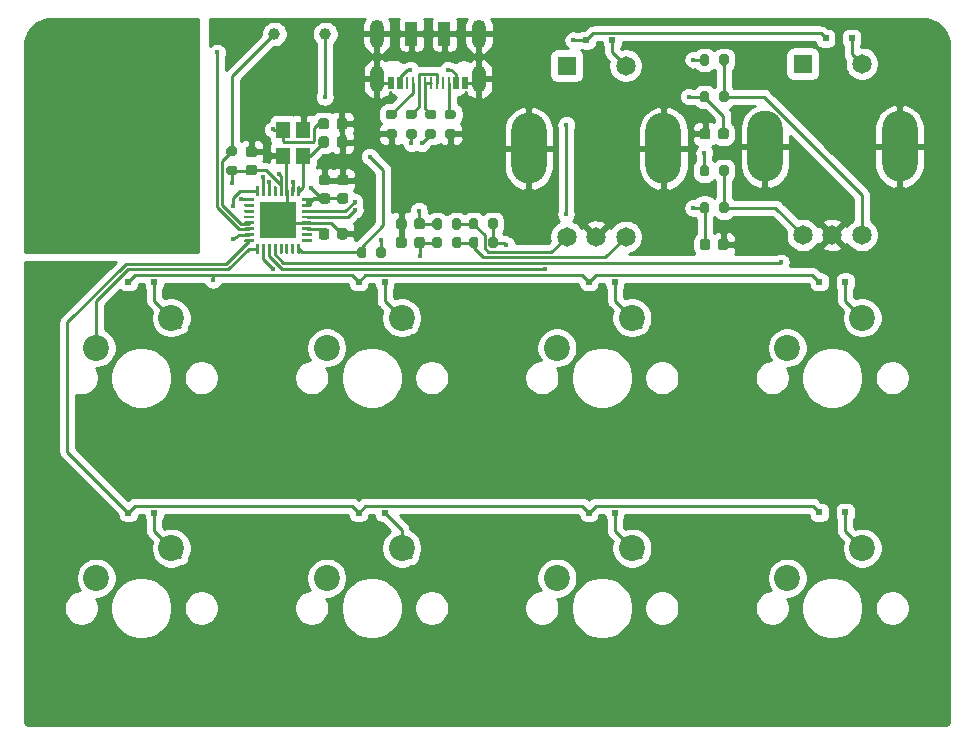
<source format=gbr>
%TF.GenerationSoftware,KiCad,Pcbnew,(5.1.9-0-10_14)*%
%TF.CreationDate,2021-03-23T22:47:06-06:00*%
%TF.ProjectId,macropad,6d616372-6f70-4616-942e-6b696361645f,rev?*%
%TF.SameCoordinates,Original*%
%TF.FileFunction,Copper,L1,Top*%
%TF.FilePolarity,Positive*%
%FSLAX46Y46*%
G04 Gerber Fmt 4.6, Leading zero omitted, Abs format (unit mm)*
G04 Created by KiCad (PCBNEW (5.1.9-0-10_14)) date 2021-03-23 22:47:06*
%MOMM*%
%LPD*%
G01*
G04 APERTURE LIST*
%TA.AperFunction,SMDPad,CuDef*%
%ADD10C,1.000000*%
%TD*%
%TA.AperFunction,SMDPad,CuDef*%
%ADD11R,1.200000X1.400000*%
%TD*%
%TA.AperFunction,ComponentPad*%
%ADD12C,2.200000*%
%TD*%
%TA.AperFunction,SMDPad,CuDef*%
%ADD13R,3.100000X3.100000*%
%TD*%
%TA.AperFunction,ComponentPad*%
%ADD14O,1.200000X2.400000*%
%TD*%
%TA.AperFunction,ComponentPad*%
%ADD15O,1.158000X2.316000*%
%TD*%
%TA.AperFunction,SMDPad,CuDef*%
%ADD16R,1.000000X2.000000*%
%TD*%
%TA.AperFunction,SMDPad,CuDef*%
%ADD17R,0.270000X1.000000*%
%TD*%
%TA.AperFunction,SMDPad,CuDef*%
%ADD18R,0.520000X1.000000*%
%TD*%
%TA.AperFunction,SMDPad,CuDef*%
%ADD19R,0.500000X0.500000*%
%TD*%
%TA.AperFunction,ComponentPad*%
%ADD20O,3.000000X6.000000*%
%TD*%
%TA.AperFunction,ComponentPad*%
%ADD21C,1.650000*%
%TD*%
%TA.AperFunction,ComponentPad*%
%ADD22R,1.650000X1.650000*%
%TD*%
%TA.AperFunction,ViaPad*%
%ADD23C,0.400000*%
%TD*%
%TA.AperFunction,Conductor*%
%ADD24C,0.250000*%
%TD*%
%TA.AperFunction,Conductor*%
%ADD25C,0.254000*%
%TD*%
%TA.AperFunction,Conductor*%
%ADD26C,0.100000*%
%TD*%
%TA.AperFunction,NonConductor*%
%ADD27C,0.254000*%
%TD*%
%TA.AperFunction,NonConductor*%
%ADD28C,0.100000*%
%TD*%
G04 APERTURE END LIST*
D10*
%TO.P,reset,1*%
%TO.N,Net-(R12-Pad1)*%
X145025000Y-57475000D03*
%TD*%
%TO.P,hwb,1*%
%TO.N,Net-(R3-Pad2)*%
X140725000Y-57475000D03*
%TD*%
%TO.P,R14,2*%
%TO.N,Net-(J1-Pad3)*%
%TA.AperFunction,SMDPad,CuDef*%
G36*
G01*
X155900000Y-64690000D02*
X155350000Y-64690000D01*
G75*
G02*
X155150000Y-64490000I0J200000D01*
G01*
X155150000Y-64090000D01*
G75*
G02*
X155350000Y-63890000I200000J0D01*
G01*
X155900000Y-63890000D01*
G75*
G02*
X156100000Y-64090000I0J-200000D01*
G01*
X156100000Y-64490000D01*
G75*
G02*
X155900000Y-64690000I-200000J0D01*
G01*
G37*
%TD.AperFunction*%
%TO.P,R14,1*%
%TO.N,GND*%
%TA.AperFunction,SMDPad,CuDef*%
G36*
G01*
X155900000Y-66340000D02*
X155350000Y-66340000D01*
G75*
G02*
X155150000Y-66140000I0J200000D01*
G01*
X155150000Y-65740000D01*
G75*
G02*
X155350000Y-65540000I200000J0D01*
G01*
X155900000Y-65540000D01*
G75*
G02*
X156100000Y-65740000I0J-200000D01*
G01*
X156100000Y-66140000D01*
G75*
G02*
X155900000Y-66340000I-200000J0D01*
G01*
G37*
%TD.AperFunction*%
%TD*%
%TO.P,R13,2*%
%TO.N,GND*%
%TA.AperFunction,SMDPad,CuDef*%
G36*
G01*
X150350000Y-65545000D02*
X150900000Y-65545000D01*
G75*
G02*
X151100000Y-65745000I0J-200000D01*
G01*
X151100000Y-66145000D01*
G75*
G02*
X150900000Y-66345000I-200000J0D01*
G01*
X150350000Y-66345000D01*
G75*
G02*
X150150000Y-66145000I0J200000D01*
G01*
X150150000Y-65745000D01*
G75*
G02*
X150350000Y-65545000I200000J0D01*
G01*
G37*
%TD.AperFunction*%
%TO.P,R13,1*%
%TO.N,Net-(J1-Pad9)*%
%TA.AperFunction,SMDPad,CuDef*%
G36*
G01*
X150350000Y-63895000D02*
X150900000Y-63895000D01*
G75*
G02*
X151100000Y-64095000I0J-200000D01*
G01*
X151100000Y-64495000D01*
G75*
G02*
X150900000Y-64695000I-200000J0D01*
G01*
X150350000Y-64695000D01*
G75*
G02*
X150150000Y-64495000I0J200000D01*
G01*
X150150000Y-64095000D01*
G75*
G02*
X150350000Y-63895000I200000J0D01*
G01*
G37*
%TD.AperFunction*%
%TD*%
D11*
%TO.P,Y1,4*%
%TO.N,GND*%
X141475000Y-67785000D03*
%TO.P,Y1,3*%
%TO.N,Net-(C2-Pad1)*%
X141475000Y-65585000D03*
%TO.P,Y1,2*%
%TO.N,GND*%
X143175000Y-65585000D03*
%TO.P,Y1,1*%
%TO.N,Net-(C1-Pad1)*%
X143175000Y-67785000D03*
%TD*%
D12*
%TO.P,SW6,2*%
%TO.N,/col1*%
X145150000Y-103540000D03*
%TO.P,SW6,1*%
%TO.N,Net-(D4-Pad2)*%
X151500000Y-101000000D03*
%TD*%
D13*
%TO.P,U1,33*%
%TO.N,GND*%
X141037500Y-73225000D03*
%TO.P,U1,32*%
%TO.N,/5V*%
%TA.AperFunction,SMDPad,CuDef*%
G36*
G01*
X143100000Y-71350000D02*
X143850000Y-71350000D01*
G75*
G02*
X143912500Y-71412500I0J-62500D01*
G01*
X143912500Y-71537500D01*
G75*
G02*
X143850000Y-71600000I-62500J0D01*
G01*
X143100000Y-71600000D01*
G75*
G02*
X143037500Y-71537500I0J62500D01*
G01*
X143037500Y-71412500D01*
G75*
G02*
X143100000Y-71350000I62500J0D01*
G01*
G37*
%TD.AperFunction*%
%TO.P,U1,31*%
%TA.AperFunction,SMDPad,CuDef*%
G36*
G01*
X143100000Y-71850000D02*
X143850000Y-71850000D01*
G75*
G02*
X143912500Y-71912500I0J-62500D01*
G01*
X143912500Y-72037500D01*
G75*
G02*
X143850000Y-72100000I-62500J0D01*
G01*
X143100000Y-72100000D01*
G75*
G02*
X143037500Y-72037500I0J62500D01*
G01*
X143037500Y-71912500D01*
G75*
G02*
X143100000Y-71850000I62500J0D01*
G01*
G37*
%TD.AperFunction*%
%TO.P,U1,30*%
%TO.N,/d-*%
%TA.AperFunction,SMDPad,CuDef*%
G36*
G01*
X143100000Y-72350000D02*
X143850000Y-72350000D01*
G75*
G02*
X143912500Y-72412500I0J-62500D01*
G01*
X143912500Y-72537500D01*
G75*
G02*
X143850000Y-72600000I-62500J0D01*
G01*
X143100000Y-72600000D01*
G75*
G02*
X143037500Y-72537500I0J62500D01*
G01*
X143037500Y-72412500D01*
G75*
G02*
X143100000Y-72350000I62500J0D01*
G01*
G37*
%TD.AperFunction*%
%TO.P,U1,29*%
%TO.N,/d+*%
%TA.AperFunction,SMDPad,CuDef*%
G36*
G01*
X143100000Y-72850000D02*
X143850000Y-72850000D01*
G75*
G02*
X143912500Y-72912500I0J-62500D01*
G01*
X143912500Y-73037500D01*
G75*
G02*
X143850000Y-73100000I-62500J0D01*
G01*
X143100000Y-73100000D01*
G75*
G02*
X143037500Y-73037500I0J62500D01*
G01*
X143037500Y-72912500D01*
G75*
G02*
X143100000Y-72850000I62500J0D01*
G01*
G37*
%TD.AperFunction*%
%TO.P,U1,28*%
%TO.N,GND*%
%TA.AperFunction,SMDPad,CuDef*%
G36*
G01*
X143100000Y-73350000D02*
X143850000Y-73350000D01*
G75*
G02*
X143912500Y-73412500I0J-62500D01*
G01*
X143912500Y-73537500D01*
G75*
G02*
X143850000Y-73600000I-62500J0D01*
G01*
X143100000Y-73600000D01*
G75*
G02*
X143037500Y-73537500I0J62500D01*
G01*
X143037500Y-73412500D01*
G75*
G02*
X143100000Y-73350000I62500J0D01*
G01*
G37*
%TD.AperFunction*%
%TO.P,U1,27*%
%TO.N,Net-(C3-Pad1)*%
%TA.AperFunction,SMDPad,CuDef*%
G36*
G01*
X143100000Y-73850000D02*
X143850000Y-73850000D01*
G75*
G02*
X143912500Y-73912500I0J-62500D01*
G01*
X143912500Y-74037500D01*
G75*
G02*
X143850000Y-74100000I-62500J0D01*
G01*
X143100000Y-74100000D01*
G75*
G02*
X143037500Y-74037500I0J62500D01*
G01*
X143037500Y-73912500D01*
G75*
G02*
X143100000Y-73850000I62500J0D01*
G01*
G37*
%TD.AperFunction*%
%TO.P,U1,26*%
%TO.N,Net-(U1-Pad26)*%
%TA.AperFunction,SMDPad,CuDef*%
G36*
G01*
X143100000Y-74350000D02*
X143850000Y-74350000D01*
G75*
G02*
X143912500Y-74412500I0J-62500D01*
G01*
X143912500Y-74537500D01*
G75*
G02*
X143850000Y-74600000I-62500J0D01*
G01*
X143100000Y-74600000D01*
G75*
G02*
X143037500Y-74537500I0J62500D01*
G01*
X143037500Y-74412500D01*
G75*
G02*
X143100000Y-74350000I62500J0D01*
G01*
G37*
%TD.AperFunction*%
%TO.P,U1,25*%
%TO.N,Net-(U1-Pad25)*%
%TA.AperFunction,SMDPad,CuDef*%
G36*
G01*
X143100000Y-74850000D02*
X143850000Y-74850000D01*
G75*
G02*
X143912500Y-74912500I0J-62500D01*
G01*
X143912500Y-75037500D01*
G75*
G02*
X143850000Y-75100000I-62500J0D01*
G01*
X143100000Y-75100000D01*
G75*
G02*
X143037500Y-75037500I0J62500D01*
G01*
X143037500Y-74912500D01*
G75*
G02*
X143100000Y-74850000I62500J0D01*
G01*
G37*
%TD.AperFunction*%
%TO.P,U1,24*%
%TO.N,Net-(R12-Pad1)*%
%TA.AperFunction,SMDPad,CuDef*%
G36*
G01*
X142725000Y-75225000D02*
X142850000Y-75225000D01*
G75*
G02*
X142912500Y-75287500I0J-62500D01*
G01*
X142912500Y-76037500D01*
G75*
G02*
X142850000Y-76100000I-62500J0D01*
G01*
X142725000Y-76100000D01*
G75*
G02*
X142662500Y-76037500I0J62500D01*
G01*
X142662500Y-75287500D01*
G75*
G02*
X142725000Y-75225000I62500J0D01*
G01*
G37*
%TD.AperFunction*%
%TO.P,U1,23*%
%TO.N,Net-(U1-Pad23)*%
%TA.AperFunction,SMDPad,CuDef*%
G36*
G01*
X142225000Y-75225000D02*
X142350000Y-75225000D01*
G75*
G02*
X142412500Y-75287500I0J-62500D01*
G01*
X142412500Y-76037500D01*
G75*
G02*
X142350000Y-76100000I-62500J0D01*
G01*
X142225000Y-76100000D01*
G75*
G02*
X142162500Y-76037500I0J62500D01*
G01*
X142162500Y-75287500D01*
G75*
G02*
X142225000Y-75225000I62500J0D01*
G01*
G37*
%TD.AperFunction*%
%TO.P,U1,22*%
%TO.N,Net-(U1-Pad22)*%
%TA.AperFunction,SMDPad,CuDef*%
G36*
G01*
X141725000Y-75225000D02*
X141850000Y-75225000D01*
G75*
G02*
X141912500Y-75287500I0J-62500D01*
G01*
X141912500Y-76037500D01*
G75*
G02*
X141850000Y-76100000I-62500J0D01*
G01*
X141725000Y-76100000D01*
G75*
G02*
X141662500Y-76037500I0J62500D01*
G01*
X141662500Y-75287500D01*
G75*
G02*
X141725000Y-75225000I62500J0D01*
G01*
G37*
%TD.AperFunction*%
%TO.P,U1,21*%
%TO.N,Net-(U1-Pad21)*%
%TA.AperFunction,SMDPad,CuDef*%
G36*
G01*
X141225000Y-75225000D02*
X141350000Y-75225000D01*
G75*
G02*
X141412500Y-75287500I0J-62500D01*
G01*
X141412500Y-76037500D01*
G75*
G02*
X141350000Y-76100000I-62500J0D01*
G01*
X141225000Y-76100000D01*
G75*
G02*
X141162500Y-76037500I0J62500D01*
G01*
X141162500Y-75287500D01*
G75*
G02*
X141225000Y-75225000I62500J0D01*
G01*
G37*
%TD.AperFunction*%
%TO.P,U1,20*%
%TO.N,/col3*%
%TA.AperFunction,SMDPad,CuDef*%
G36*
G01*
X140725000Y-75225000D02*
X140850000Y-75225000D01*
G75*
G02*
X140912500Y-75287500I0J-62500D01*
G01*
X140912500Y-76037500D01*
G75*
G02*
X140850000Y-76100000I-62500J0D01*
G01*
X140725000Y-76100000D01*
G75*
G02*
X140662500Y-76037500I0J62500D01*
G01*
X140662500Y-75287500D01*
G75*
G02*
X140725000Y-75225000I62500J0D01*
G01*
G37*
%TD.AperFunction*%
%TO.P,U1,19*%
%TO.N,/col2*%
%TA.AperFunction,SMDPad,CuDef*%
G36*
G01*
X140225000Y-75225000D02*
X140350000Y-75225000D01*
G75*
G02*
X140412500Y-75287500I0J-62500D01*
G01*
X140412500Y-76037500D01*
G75*
G02*
X140350000Y-76100000I-62500J0D01*
G01*
X140225000Y-76100000D01*
G75*
G02*
X140162500Y-76037500I0J62500D01*
G01*
X140162500Y-75287500D01*
G75*
G02*
X140225000Y-75225000I62500J0D01*
G01*
G37*
%TD.AperFunction*%
%TO.P,U1,18*%
%TO.N,/col1*%
%TA.AperFunction,SMDPad,CuDef*%
G36*
G01*
X139725000Y-75225000D02*
X139850000Y-75225000D01*
G75*
G02*
X139912500Y-75287500I0J-62500D01*
G01*
X139912500Y-76037500D01*
G75*
G02*
X139850000Y-76100000I-62500J0D01*
G01*
X139725000Y-76100000D01*
G75*
G02*
X139662500Y-76037500I0J62500D01*
G01*
X139662500Y-75287500D01*
G75*
G02*
X139725000Y-75225000I62500J0D01*
G01*
G37*
%TD.AperFunction*%
%TO.P,U1,17*%
%TO.N,/col0*%
%TA.AperFunction,SMDPad,CuDef*%
G36*
G01*
X139225000Y-75225000D02*
X139350000Y-75225000D01*
G75*
G02*
X139412500Y-75287500I0J-62500D01*
G01*
X139412500Y-76037500D01*
G75*
G02*
X139350000Y-76100000I-62500J0D01*
G01*
X139225000Y-76100000D01*
G75*
G02*
X139162500Y-76037500I0J62500D01*
G01*
X139162500Y-75287500D01*
G75*
G02*
X139225000Y-75225000I62500J0D01*
G01*
G37*
%TD.AperFunction*%
%TO.P,U1,16*%
%TO.N,/row2*%
%TA.AperFunction,SMDPad,CuDef*%
G36*
G01*
X138225000Y-74850000D02*
X138975000Y-74850000D01*
G75*
G02*
X139037500Y-74912500I0J-62500D01*
G01*
X139037500Y-75037500D01*
G75*
G02*
X138975000Y-75100000I-62500J0D01*
G01*
X138225000Y-75100000D01*
G75*
G02*
X138162500Y-75037500I0J62500D01*
G01*
X138162500Y-74912500D01*
G75*
G02*
X138225000Y-74850000I62500J0D01*
G01*
G37*
%TD.AperFunction*%
%TO.P,U1,15*%
%TO.N,/row1*%
%TA.AperFunction,SMDPad,CuDef*%
G36*
G01*
X138225000Y-74350000D02*
X138975000Y-74350000D01*
G75*
G02*
X139037500Y-74412500I0J-62500D01*
G01*
X139037500Y-74537500D01*
G75*
G02*
X138975000Y-74600000I-62500J0D01*
G01*
X138225000Y-74600000D01*
G75*
G02*
X138162500Y-74537500I0J62500D01*
G01*
X138162500Y-74412500D01*
G75*
G02*
X138225000Y-74350000I62500J0D01*
G01*
G37*
%TD.AperFunction*%
%TO.P,U1,14*%
%TO.N,/row0*%
%TA.AperFunction,SMDPad,CuDef*%
G36*
G01*
X138225000Y-73850000D02*
X138975000Y-73850000D01*
G75*
G02*
X139037500Y-73912500I0J-62500D01*
G01*
X139037500Y-74037500D01*
G75*
G02*
X138975000Y-74100000I-62500J0D01*
G01*
X138225000Y-74100000D01*
G75*
G02*
X138162500Y-74037500I0J62500D01*
G01*
X138162500Y-73912500D01*
G75*
G02*
X138225000Y-73850000I62500J0D01*
G01*
G37*
%TD.AperFunction*%
%TO.P,U1,13*%
%TO.N,Net-(R3-Pad2)*%
%TA.AperFunction,SMDPad,CuDef*%
G36*
G01*
X138225000Y-73350000D02*
X138975000Y-73350000D01*
G75*
G02*
X139037500Y-73412500I0J-62500D01*
G01*
X139037500Y-73537500D01*
G75*
G02*
X138975000Y-73600000I-62500J0D01*
G01*
X138225000Y-73600000D01*
G75*
G02*
X138162500Y-73537500I0J62500D01*
G01*
X138162500Y-73412500D01*
G75*
G02*
X138225000Y-73350000I62500J0D01*
G01*
G37*
%TD.AperFunction*%
%TO.P,U1,12*%
%TO.N,Net-(U1-Pad12)*%
%TA.AperFunction,SMDPad,CuDef*%
G36*
G01*
X138225000Y-72850000D02*
X138975000Y-72850000D01*
G75*
G02*
X139037500Y-72912500I0J-62500D01*
G01*
X139037500Y-73037500D01*
G75*
G02*
X138975000Y-73100000I-62500J0D01*
G01*
X138225000Y-73100000D01*
G75*
G02*
X138162500Y-73037500I0J62500D01*
G01*
X138162500Y-72912500D01*
G75*
G02*
X138225000Y-72850000I62500J0D01*
G01*
G37*
%TD.AperFunction*%
%TO.P,U1,11*%
%TO.N,Net-(U1-Pad11)*%
%TA.AperFunction,SMDPad,CuDef*%
G36*
G01*
X138225000Y-72350000D02*
X138975000Y-72350000D01*
G75*
G02*
X139037500Y-72412500I0J-62500D01*
G01*
X139037500Y-72537500D01*
G75*
G02*
X138975000Y-72600000I-62500J0D01*
G01*
X138225000Y-72600000D01*
G75*
G02*
X138162500Y-72537500I0J62500D01*
G01*
X138162500Y-72412500D01*
G75*
G02*
X138225000Y-72350000I62500J0D01*
G01*
G37*
%TD.AperFunction*%
%TO.P,U1,10*%
%TO.N,Net-(U1-Pad10)*%
%TA.AperFunction,SMDPad,CuDef*%
G36*
G01*
X138225000Y-71850000D02*
X138975000Y-71850000D01*
G75*
G02*
X139037500Y-71912500I0J-62500D01*
G01*
X139037500Y-72037500D01*
G75*
G02*
X138975000Y-72100000I-62500J0D01*
G01*
X138225000Y-72100000D01*
G75*
G02*
X138162500Y-72037500I0J62500D01*
G01*
X138162500Y-71912500D01*
G75*
G02*
X138225000Y-71850000I62500J0D01*
G01*
G37*
%TD.AperFunction*%
%TO.P,U1,9*%
%TO.N,/rotary_2_b*%
%TA.AperFunction,SMDPad,CuDef*%
G36*
G01*
X138225000Y-71350000D02*
X138975000Y-71350000D01*
G75*
G02*
X139037500Y-71412500I0J-62500D01*
G01*
X139037500Y-71537500D01*
G75*
G02*
X138975000Y-71600000I-62500J0D01*
G01*
X138225000Y-71600000D01*
G75*
G02*
X138162500Y-71537500I0J62500D01*
G01*
X138162500Y-71412500D01*
G75*
G02*
X138225000Y-71350000I62500J0D01*
G01*
G37*
%TD.AperFunction*%
%TO.P,U1,8*%
%TO.N,/rotary_2_a*%
%TA.AperFunction,SMDPad,CuDef*%
G36*
G01*
X139225000Y-70350000D02*
X139350000Y-70350000D01*
G75*
G02*
X139412500Y-70412500I0J-62500D01*
G01*
X139412500Y-71162500D01*
G75*
G02*
X139350000Y-71225000I-62500J0D01*
G01*
X139225000Y-71225000D01*
G75*
G02*
X139162500Y-71162500I0J62500D01*
G01*
X139162500Y-70412500D01*
G75*
G02*
X139225000Y-70350000I62500J0D01*
G01*
G37*
%TD.AperFunction*%
%TO.P,U1,7*%
%TO.N,/rotary_1_b*%
%TA.AperFunction,SMDPad,CuDef*%
G36*
G01*
X139725000Y-70350000D02*
X139850000Y-70350000D01*
G75*
G02*
X139912500Y-70412500I0J-62500D01*
G01*
X139912500Y-71162500D01*
G75*
G02*
X139850000Y-71225000I-62500J0D01*
G01*
X139725000Y-71225000D01*
G75*
G02*
X139662500Y-71162500I0J62500D01*
G01*
X139662500Y-70412500D01*
G75*
G02*
X139725000Y-70350000I62500J0D01*
G01*
G37*
%TD.AperFunction*%
%TO.P,U1,6*%
%TO.N,/rotary_1_a*%
%TA.AperFunction,SMDPad,CuDef*%
G36*
G01*
X140225000Y-70350000D02*
X140350000Y-70350000D01*
G75*
G02*
X140412500Y-70412500I0J-62500D01*
G01*
X140412500Y-71162500D01*
G75*
G02*
X140350000Y-71225000I-62500J0D01*
G01*
X140225000Y-71225000D01*
G75*
G02*
X140162500Y-71162500I0J62500D01*
G01*
X140162500Y-70412500D01*
G75*
G02*
X140225000Y-70350000I62500J0D01*
G01*
G37*
%TD.AperFunction*%
%TO.P,U1,5*%
%TO.N,Net-(U1-Pad5)*%
%TA.AperFunction,SMDPad,CuDef*%
G36*
G01*
X140725000Y-70350000D02*
X140850000Y-70350000D01*
G75*
G02*
X140912500Y-70412500I0J-62500D01*
G01*
X140912500Y-71162500D01*
G75*
G02*
X140850000Y-71225000I-62500J0D01*
G01*
X140725000Y-71225000D01*
G75*
G02*
X140662500Y-71162500I0J62500D01*
G01*
X140662500Y-70412500D01*
G75*
G02*
X140725000Y-70350000I62500J0D01*
G01*
G37*
%TD.AperFunction*%
%TO.P,U1,4*%
%TO.N,/5V*%
%TA.AperFunction,SMDPad,CuDef*%
G36*
G01*
X141225000Y-70350000D02*
X141350000Y-70350000D01*
G75*
G02*
X141412500Y-70412500I0J-62500D01*
G01*
X141412500Y-71162500D01*
G75*
G02*
X141350000Y-71225000I-62500J0D01*
G01*
X141225000Y-71225000D01*
G75*
G02*
X141162500Y-71162500I0J62500D01*
G01*
X141162500Y-70412500D01*
G75*
G02*
X141225000Y-70350000I62500J0D01*
G01*
G37*
%TD.AperFunction*%
%TO.P,U1,3*%
%TO.N,GND*%
%TA.AperFunction,SMDPad,CuDef*%
G36*
G01*
X141725000Y-70350000D02*
X141850000Y-70350000D01*
G75*
G02*
X141912500Y-70412500I0J-62500D01*
G01*
X141912500Y-71162500D01*
G75*
G02*
X141850000Y-71225000I-62500J0D01*
G01*
X141725000Y-71225000D01*
G75*
G02*
X141662500Y-71162500I0J62500D01*
G01*
X141662500Y-70412500D01*
G75*
G02*
X141725000Y-70350000I62500J0D01*
G01*
G37*
%TD.AperFunction*%
%TO.P,U1,2*%
%TO.N,Net-(C2-Pad1)*%
%TA.AperFunction,SMDPad,CuDef*%
G36*
G01*
X142225000Y-70350000D02*
X142350000Y-70350000D01*
G75*
G02*
X142412500Y-70412500I0J-62500D01*
G01*
X142412500Y-71162500D01*
G75*
G02*
X142350000Y-71225000I-62500J0D01*
G01*
X142225000Y-71225000D01*
G75*
G02*
X142162500Y-71162500I0J62500D01*
G01*
X142162500Y-70412500D01*
G75*
G02*
X142225000Y-70350000I62500J0D01*
G01*
G37*
%TD.AperFunction*%
%TO.P,U1,1*%
%TO.N,Net-(C1-Pad1)*%
%TA.AperFunction,SMDPad,CuDef*%
G36*
G01*
X142725000Y-70350000D02*
X142850000Y-70350000D01*
G75*
G02*
X142912500Y-70412500I0J-62500D01*
G01*
X142912500Y-71162500D01*
G75*
G02*
X142850000Y-71225000I-62500J0D01*
G01*
X142725000Y-71225000D01*
G75*
G02*
X142662500Y-71162500I0J62500D01*
G01*
X142662500Y-70412500D01*
G75*
G02*
X142725000Y-70350000I62500J0D01*
G01*
G37*
%TD.AperFunction*%
%TD*%
%TO.P,R12,2*%
%TO.N,/5V*%
%TA.AperFunction,SMDPad,CuDef*%
G36*
G01*
X149367800Y-76250000D02*
X149367800Y-75700000D01*
G75*
G02*
X149567800Y-75500000I200000J0D01*
G01*
X149967800Y-75500000D01*
G75*
G02*
X150167800Y-75700000I0J-200000D01*
G01*
X150167800Y-76250000D01*
G75*
G02*
X149967800Y-76450000I-200000J0D01*
G01*
X149567800Y-76450000D01*
G75*
G02*
X149367800Y-76250000I0J200000D01*
G01*
G37*
%TD.AperFunction*%
%TO.P,R12,1*%
%TO.N,Net-(R12-Pad1)*%
%TA.AperFunction,SMDPad,CuDef*%
G36*
G01*
X147717800Y-76250000D02*
X147717800Y-75700000D01*
G75*
G02*
X147917800Y-75500000I200000J0D01*
G01*
X148317800Y-75500000D01*
G75*
G02*
X148517800Y-75700000I0J-200000D01*
G01*
X148517800Y-76250000D01*
G75*
G02*
X148317800Y-76450000I-200000J0D01*
G01*
X147917800Y-76450000D01*
G75*
G02*
X147717800Y-76250000I0J200000D01*
G01*
G37*
%TD.AperFunction*%
%TD*%
%TO.P,R11,2*%
%TO.N,Net-(MT2-PadB)*%
%TA.AperFunction,SMDPad,CuDef*%
G36*
G01*
X178389062Y-63075000D02*
X178389062Y-62525000D01*
G75*
G02*
X178589062Y-62325000I200000J0D01*
G01*
X178989062Y-62325000D01*
G75*
G02*
X179189062Y-62525000I0J-200000D01*
G01*
X179189062Y-63075000D01*
G75*
G02*
X178989062Y-63275000I-200000J0D01*
G01*
X178589062Y-63275000D01*
G75*
G02*
X178389062Y-63075000I0J200000D01*
G01*
G37*
%TD.AperFunction*%
%TO.P,R11,1*%
%TO.N,/rotary_2_b*%
%TA.AperFunction,SMDPad,CuDef*%
G36*
G01*
X176739062Y-63075000D02*
X176739062Y-62525000D01*
G75*
G02*
X176939062Y-62325000I200000J0D01*
G01*
X177339062Y-62325000D01*
G75*
G02*
X177539062Y-62525000I0J-200000D01*
G01*
X177539062Y-63075000D01*
G75*
G02*
X177339062Y-63275000I-200000J0D01*
G01*
X176939062Y-63275000D01*
G75*
G02*
X176739062Y-63075000I0J200000D01*
G01*
G37*
%TD.AperFunction*%
%TD*%
%TO.P,R10,2*%
%TO.N,Net-(MT2-PadA)*%
%TA.AperFunction,SMDPad,CuDef*%
G36*
G01*
X178389062Y-72450000D02*
X178389062Y-71900000D01*
G75*
G02*
X178589062Y-71700000I200000J0D01*
G01*
X178989062Y-71700000D01*
G75*
G02*
X179189062Y-71900000I0J-200000D01*
G01*
X179189062Y-72450000D01*
G75*
G02*
X178989062Y-72650000I-200000J0D01*
G01*
X178589062Y-72650000D01*
G75*
G02*
X178389062Y-72450000I0J200000D01*
G01*
G37*
%TD.AperFunction*%
%TO.P,R10,1*%
%TO.N,/rotary_2_a*%
%TA.AperFunction,SMDPad,CuDef*%
G36*
G01*
X176739062Y-72450000D02*
X176739062Y-71900000D01*
G75*
G02*
X176939062Y-71700000I200000J0D01*
G01*
X177339062Y-71700000D01*
G75*
G02*
X177539062Y-71900000I0J-200000D01*
G01*
X177539062Y-72450000D01*
G75*
G02*
X177339062Y-72650000I-200000J0D01*
G01*
X176939062Y-72650000D01*
G75*
G02*
X176739062Y-72450000I0J200000D01*
G01*
G37*
%TD.AperFunction*%
%TD*%
%TO.P,R9,2*%
%TO.N,/5V*%
%TA.AperFunction,SMDPad,CuDef*%
G36*
G01*
X177539062Y-59400000D02*
X177539062Y-59950000D01*
G75*
G02*
X177339062Y-60150000I-200000J0D01*
G01*
X176939062Y-60150000D01*
G75*
G02*
X176739062Y-59950000I0J200000D01*
G01*
X176739062Y-59400000D01*
G75*
G02*
X176939062Y-59200000I200000J0D01*
G01*
X177339062Y-59200000D01*
G75*
G02*
X177539062Y-59400000I0J-200000D01*
G01*
G37*
%TD.AperFunction*%
%TO.P,R9,1*%
%TO.N,Net-(MT2-PadB)*%
%TA.AperFunction,SMDPad,CuDef*%
G36*
G01*
X179189062Y-59400000D02*
X179189062Y-59950000D01*
G75*
G02*
X178989062Y-60150000I-200000J0D01*
G01*
X178589062Y-60150000D01*
G75*
G02*
X178389062Y-59950000I0J200000D01*
G01*
X178389062Y-59400000D01*
G75*
G02*
X178589062Y-59200000I200000J0D01*
G01*
X178989062Y-59200000D01*
G75*
G02*
X179189062Y-59400000I0J-200000D01*
G01*
G37*
%TD.AperFunction*%
%TD*%
%TO.P,R8,2*%
%TO.N,/5V*%
%TA.AperFunction,SMDPad,CuDef*%
G36*
G01*
X177539062Y-68775000D02*
X177539062Y-69325000D01*
G75*
G02*
X177339062Y-69525000I-200000J0D01*
G01*
X176939062Y-69525000D01*
G75*
G02*
X176739062Y-69325000I0J200000D01*
G01*
X176739062Y-68775000D01*
G75*
G02*
X176939062Y-68575000I200000J0D01*
G01*
X177339062Y-68575000D01*
G75*
G02*
X177539062Y-68775000I0J-200000D01*
G01*
G37*
%TD.AperFunction*%
%TO.P,R8,1*%
%TO.N,Net-(MT2-PadA)*%
%TA.AperFunction,SMDPad,CuDef*%
G36*
G01*
X179189062Y-68775000D02*
X179189062Y-69325000D01*
G75*
G02*
X178989062Y-69525000I-200000J0D01*
G01*
X178589062Y-69525000D01*
G75*
G02*
X178389062Y-69325000I0J200000D01*
G01*
X178389062Y-68775000D01*
G75*
G02*
X178589062Y-68575000I200000J0D01*
G01*
X178989062Y-68575000D01*
G75*
G02*
X179189062Y-68775000I0J-200000D01*
G01*
G37*
%TD.AperFunction*%
%TD*%
%TO.P,R7,2*%
%TO.N,Net-(MT1-PadB)*%
%TA.AperFunction,SMDPad,CuDef*%
G36*
G01*
X155760000Y-75410000D02*
X155760000Y-74860000D01*
G75*
G02*
X155960000Y-74660000I200000J0D01*
G01*
X156360000Y-74660000D01*
G75*
G02*
X156560000Y-74860000I0J-200000D01*
G01*
X156560000Y-75410000D01*
G75*
G02*
X156360000Y-75610000I-200000J0D01*
G01*
X155960000Y-75610000D01*
G75*
G02*
X155760000Y-75410000I0J200000D01*
G01*
G37*
%TD.AperFunction*%
%TO.P,R7,1*%
%TO.N,/rotary_1_b*%
%TA.AperFunction,SMDPad,CuDef*%
G36*
G01*
X154110000Y-75410000D02*
X154110000Y-74860000D01*
G75*
G02*
X154310000Y-74660000I200000J0D01*
G01*
X154710000Y-74660000D01*
G75*
G02*
X154910000Y-74860000I0J-200000D01*
G01*
X154910000Y-75410000D01*
G75*
G02*
X154710000Y-75610000I-200000J0D01*
G01*
X154310000Y-75610000D01*
G75*
G02*
X154110000Y-75410000I0J200000D01*
G01*
G37*
%TD.AperFunction*%
%TD*%
%TO.P,R6,2*%
%TO.N,Net-(MT1-PadA)*%
%TA.AperFunction,SMDPad,CuDef*%
G36*
G01*
X155750000Y-73840000D02*
X155750000Y-73290000D01*
G75*
G02*
X155950000Y-73090000I200000J0D01*
G01*
X156350000Y-73090000D01*
G75*
G02*
X156550000Y-73290000I0J-200000D01*
G01*
X156550000Y-73840000D01*
G75*
G02*
X156350000Y-74040000I-200000J0D01*
G01*
X155950000Y-74040000D01*
G75*
G02*
X155750000Y-73840000I0J200000D01*
G01*
G37*
%TD.AperFunction*%
%TO.P,R6,1*%
%TO.N,/rotary_1_a*%
%TA.AperFunction,SMDPad,CuDef*%
G36*
G01*
X154100000Y-73840000D02*
X154100000Y-73290000D01*
G75*
G02*
X154300000Y-73090000I200000J0D01*
G01*
X154700000Y-73090000D01*
G75*
G02*
X154900000Y-73290000I0J-200000D01*
G01*
X154900000Y-73840000D01*
G75*
G02*
X154700000Y-74040000I-200000J0D01*
G01*
X154300000Y-74040000D01*
G75*
G02*
X154100000Y-73840000I0J200000D01*
G01*
G37*
%TD.AperFunction*%
%TD*%
%TO.P,R5,2*%
%TO.N,/5V*%
%TA.AperFunction,SMDPad,CuDef*%
G36*
G01*
X158850000Y-75410000D02*
X158850000Y-74860000D01*
G75*
G02*
X159050000Y-74660000I200000J0D01*
G01*
X159450000Y-74660000D01*
G75*
G02*
X159650000Y-74860000I0J-200000D01*
G01*
X159650000Y-75410000D01*
G75*
G02*
X159450000Y-75610000I-200000J0D01*
G01*
X159050000Y-75610000D01*
G75*
G02*
X158850000Y-75410000I0J200000D01*
G01*
G37*
%TD.AperFunction*%
%TO.P,R5,1*%
%TO.N,Net-(MT1-PadB)*%
%TA.AperFunction,SMDPad,CuDef*%
G36*
G01*
X157200000Y-75410000D02*
X157200000Y-74860000D01*
G75*
G02*
X157400000Y-74660000I200000J0D01*
G01*
X157800000Y-74660000D01*
G75*
G02*
X158000000Y-74860000I0J-200000D01*
G01*
X158000000Y-75410000D01*
G75*
G02*
X157800000Y-75610000I-200000J0D01*
G01*
X157400000Y-75610000D01*
G75*
G02*
X157200000Y-75410000I0J200000D01*
G01*
G37*
%TD.AperFunction*%
%TD*%
%TO.P,R4,2*%
%TO.N,/5V*%
%TA.AperFunction,SMDPad,CuDef*%
G36*
G01*
X158830000Y-73830000D02*
X158830000Y-73280000D01*
G75*
G02*
X159030000Y-73080000I200000J0D01*
G01*
X159430000Y-73080000D01*
G75*
G02*
X159630000Y-73280000I0J-200000D01*
G01*
X159630000Y-73830000D01*
G75*
G02*
X159430000Y-74030000I-200000J0D01*
G01*
X159030000Y-74030000D01*
G75*
G02*
X158830000Y-73830000I0J200000D01*
G01*
G37*
%TD.AperFunction*%
%TO.P,R4,1*%
%TO.N,Net-(MT1-PadA)*%
%TA.AperFunction,SMDPad,CuDef*%
G36*
G01*
X157180000Y-73830000D02*
X157180000Y-73280000D01*
G75*
G02*
X157380000Y-73080000I200000J0D01*
G01*
X157780000Y-73080000D01*
G75*
G02*
X157980000Y-73280000I0J-200000D01*
G01*
X157980000Y-73830000D01*
G75*
G02*
X157780000Y-74030000I-200000J0D01*
G01*
X157380000Y-74030000D01*
G75*
G02*
X157180000Y-73830000I0J200000D01*
G01*
G37*
%TD.AperFunction*%
%TD*%
%TO.P,R3,2*%
%TO.N,Net-(R3-Pad2)*%
%TA.AperFunction,SMDPad,CuDef*%
G36*
G01*
X137400000Y-67800000D02*
X136850000Y-67800000D01*
G75*
G02*
X136650000Y-67600000I0J200000D01*
G01*
X136650000Y-67200000D01*
G75*
G02*
X136850000Y-67000000I200000J0D01*
G01*
X137400000Y-67000000D01*
G75*
G02*
X137600000Y-67200000I0J-200000D01*
G01*
X137600000Y-67600000D01*
G75*
G02*
X137400000Y-67800000I-200000J0D01*
G01*
G37*
%TD.AperFunction*%
%TO.P,R3,1*%
%TO.N,/5V*%
%TA.AperFunction,SMDPad,CuDef*%
G36*
G01*
X137400000Y-69450000D02*
X136850000Y-69450000D01*
G75*
G02*
X136650000Y-69250000I0J200000D01*
G01*
X136650000Y-68850000D01*
G75*
G02*
X136850000Y-68650000I200000J0D01*
G01*
X137400000Y-68650000D01*
G75*
G02*
X137600000Y-68850000I0J-200000D01*
G01*
X137600000Y-69250000D01*
G75*
G02*
X137400000Y-69450000I-200000J0D01*
G01*
G37*
%TD.AperFunction*%
%TD*%
%TO.P,R2,2*%
%TO.N,/d+*%
%TA.AperFunction,SMDPad,CuDef*%
G36*
G01*
X153690000Y-65540000D02*
X154240000Y-65540000D01*
G75*
G02*
X154440000Y-65740000I0J-200000D01*
G01*
X154440000Y-66140000D01*
G75*
G02*
X154240000Y-66340000I-200000J0D01*
G01*
X153690000Y-66340000D01*
G75*
G02*
X153490000Y-66140000I0J200000D01*
G01*
X153490000Y-65740000D01*
G75*
G02*
X153690000Y-65540000I200000J0D01*
G01*
G37*
%TD.AperFunction*%
%TO.P,R2,1*%
%TO.N,Net-(J1-Pad6)*%
%TA.AperFunction,SMDPad,CuDef*%
G36*
G01*
X153690000Y-63890000D02*
X154240000Y-63890000D01*
G75*
G02*
X154440000Y-64090000I0J-200000D01*
G01*
X154440000Y-64490000D01*
G75*
G02*
X154240000Y-64690000I-200000J0D01*
G01*
X153690000Y-64690000D01*
G75*
G02*
X153490000Y-64490000I0J200000D01*
G01*
X153490000Y-64090000D01*
G75*
G02*
X153690000Y-63890000I200000J0D01*
G01*
G37*
%TD.AperFunction*%
%TD*%
%TO.P,R1,2*%
%TO.N,/d-*%
%TA.AperFunction,SMDPad,CuDef*%
G36*
G01*
X152030000Y-65545000D02*
X152580000Y-65545000D01*
G75*
G02*
X152780000Y-65745000I0J-200000D01*
G01*
X152780000Y-66145000D01*
G75*
G02*
X152580000Y-66345000I-200000J0D01*
G01*
X152030000Y-66345000D01*
G75*
G02*
X151830000Y-66145000I0J200000D01*
G01*
X151830000Y-65745000D01*
G75*
G02*
X152030000Y-65545000I200000J0D01*
G01*
G37*
%TD.AperFunction*%
%TO.P,R1,1*%
%TO.N,Net-(J1-Pad5)*%
%TA.AperFunction,SMDPad,CuDef*%
G36*
G01*
X152030000Y-63895000D02*
X152580000Y-63895000D01*
G75*
G02*
X152780000Y-64095000I0J-200000D01*
G01*
X152780000Y-64495000D01*
G75*
G02*
X152580000Y-64695000I-200000J0D01*
G01*
X152030000Y-64695000D01*
G75*
G02*
X151830000Y-64495000I0J200000D01*
G01*
X151830000Y-64095000D01*
G75*
G02*
X152030000Y-63895000I200000J0D01*
G01*
G37*
%TD.AperFunction*%
%TD*%
D14*
%TO.P,J1,S6*%
%TO.N,GND*%
X149405000Y-57455000D03*
%TO.P,J1,S5*%
X158045000Y-57455000D03*
D15*
%TO.P,J1,S4*%
X149405000Y-61280000D03*
%TO.P,J1,S3*%
X158045000Y-61280000D03*
D16*
%TO.P,J1,S2*%
X152325000Y-57455000D03*
%TO.P,J1,S1*%
X155125000Y-57455000D03*
D17*
%TO.P,J1,9*%
%TO.N,Net-(J1-Pad9)*%
X152475000Y-61655000D03*
%TO.P,J1,8*%
%TO.N,Net-(J1-Pad5)*%
X152975000Y-61655000D03*
%TO.P,J1,7*%
%TO.N,Net-(J1-Pad6)*%
X153475000Y-61655000D03*
%TO.P,J1,6*%
X153975000Y-61655000D03*
%TO.P,J1,5*%
%TO.N,Net-(J1-Pad5)*%
X154475000Y-61655000D03*
%TO.P,J1,4*%
%TO.N,Net-(J1-Pad4)*%
X154975000Y-61655000D03*
%TO.P,J1,10*%
%TO.N,Net-(J1-Pad10)*%
X151975000Y-61655000D03*
%TO.P,J1,3*%
%TO.N,Net-(J1-Pad3)*%
X155475000Y-61655000D03*
D18*
%TO.P,J1,11*%
%TO.N,/5V*%
X151375000Y-61655000D03*
%TO.P,J1,2*%
X156075000Y-61655000D03*
%TO.P,J1,12*%
%TO.N,GND*%
X150625000Y-61655000D03*
%TO.P,J1,1*%
X156825000Y-61655000D03*
%TD*%
D19*
%TO.P,D10,2*%
%TO.N,Net-(D10-Pad2)*%
X189060000Y-97985000D03*
%TO.P,D10,1*%
%TO.N,/row2*%
X186860000Y-97985000D03*
%TD*%
%TO.P,D9,2*%
%TO.N,Net-(D9-Pad2)*%
X189060000Y-78465000D03*
%TO.P,D9,1*%
%TO.N,/row1*%
X186860000Y-78465000D03*
%TD*%
%TO.P,D8,2*%
%TO.N,/rotary_2_s2*%
X189600000Y-57850000D03*
%TO.P,D8,1*%
%TO.N,/row0*%
X187400000Y-57850000D03*
%TD*%
%TO.P,D7,2*%
%TO.N,Net-(D7-Pad2)*%
X169560000Y-97995000D03*
%TO.P,D7,1*%
%TO.N,/row2*%
X167360000Y-97995000D03*
%TD*%
%TO.P,D6,2*%
%TO.N,Net-(D6-Pad2)*%
X169560000Y-78465000D03*
%TO.P,D6,1*%
%TO.N,/row1*%
X167360000Y-78465000D03*
%TD*%
%TO.P,D5,2*%
%TO.N,/rotary_1_s2*%
X169350000Y-58000000D03*
%TO.P,D5,1*%
%TO.N,/row0*%
X167150000Y-58000000D03*
%TD*%
%TO.P,D4,2*%
%TO.N,Net-(D4-Pad2)*%
X150060000Y-97995000D03*
%TO.P,D4,1*%
%TO.N,/row2*%
X147860000Y-97995000D03*
%TD*%
%TO.P,D3,2*%
%TO.N,Net-(D3-Pad2)*%
X150060000Y-78465000D03*
%TO.P,D3,1*%
%TO.N,/row1*%
X147860000Y-78465000D03*
%TD*%
%TO.P,D2,2*%
%TO.N,Net-(D2-Pad2)*%
X130560000Y-97995000D03*
%TO.P,D2,1*%
%TO.N,/row2*%
X128360000Y-97995000D03*
%TD*%
%TO.P,D1,2*%
%TO.N,Net-(D1-Pad2)*%
X130560000Y-78465000D03*
%TO.P,D1,1*%
%TO.N,/row1*%
X128360000Y-78465000D03*
%TD*%
%TO.P,C11,2*%
%TO.N,GND*%
%TA.AperFunction,SMDPad,CuDef*%
G36*
G01*
X177639062Y-65675000D02*
X177639062Y-66175000D01*
G75*
G02*
X177414062Y-66400000I-225000J0D01*
G01*
X176964062Y-66400000D01*
G75*
G02*
X176739062Y-66175000I0J225000D01*
G01*
X176739062Y-65675000D01*
G75*
G02*
X176964062Y-65450000I225000J0D01*
G01*
X177414062Y-65450000D01*
G75*
G02*
X177639062Y-65675000I0J-225000D01*
G01*
G37*
%TD.AperFunction*%
%TO.P,C11,1*%
%TO.N,/rotary_2_b*%
%TA.AperFunction,SMDPad,CuDef*%
G36*
G01*
X179189062Y-65675000D02*
X179189062Y-66175000D01*
G75*
G02*
X178964062Y-66400000I-225000J0D01*
G01*
X178514062Y-66400000D01*
G75*
G02*
X178289062Y-66175000I0J225000D01*
G01*
X178289062Y-65675000D01*
G75*
G02*
X178514062Y-65450000I225000J0D01*
G01*
X178964062Y-65450000D01*
G75*
G02*
X179189062Y-65675000I0J-225000D01*
G01*
G37*
%TD.AperFunction*%
%TD*%
%TO.P,C10,2*%
%TO.N,GND*%
%TA.AperFunction,SMDPad,CuDef*%
G36*
G01*
X178289062Y-75550000D02*
X178289062Y-75050000D01*
G75*
G02*
X178514062Y-74825000I225000J0D01*
G01*
X178964062Y-74825000D01*
G75*
G02*
X179189062Y-75050000I0J-225000D01*
G01*
X179189062Y-75550000D01*
G75*
G02*
X178964062Y-75775000I-225000J0D01*
G01*
X178514062Y-75775000D01*
G75*
G02*
X178289062Y-75550000I0J225000D01*
G01*
G37*
%TD.AperFunction*%
%TO.P,C10,1*%
%TO.N,/rotary_2_a*%
%TA.AperFunction,SMDPad,CuDef*%
G36*
G01*
X176739062Y-75550000D02*
X176739062Y-75050000D01*
G75*
G02*
X176964062Y-74825000I225000J0D01*
G01*
X177414062Y-74825000D01*
G75*
G02*
X177639062Y-75050000I0J-225000D01*
G01*
X177639062Y-75550000D01*
G75*
G02*
X177414062Y-75775000I-225000J0D01*
G01*
X176964062Y-75775000D01*
G75*
G02*
X176739062Y-75550000I0J225000D01*
G01*
G37*
%TD.AperFunction*%
%TD*%
%TO.P,C9,2*%
%TO.N,GND*%
%TA.AperFunction,SMDPad,CuDef*%
G36*
G01*
X151920000Y-74885000D02*
X151920000Y-75385000D01*
G75*
G02*
X151695000Y-75610000I-225000J0D01*
G01*
X151245000Y-75610000D01*
G75*
G02*
X151020000Y-75385000I0J225000D01*
G01*
X151020000Y-74885000D01*
G75*
G02*
X151245000Y-74660000I225000J0D01*
G01*
X151695000Y-74660000D01*
G75*
G02*
X151920000Y-74885000I0J-225000D01*
G01*
G37*
%TD.AperFunction*%
%TO.P,C9,1*%
%TO.N,/rotary_1_b*%
%TA.AperFunction,SMDPad,CuDef*%
G36*
G01*
X153470000Y-74885000D02*
X153470000Y-75385000D01*
G75*
G02*
X153245000Y-75610000I-225000J0D01*
G01*
X152795000Y-75610000D01*
G75*
G02*
X152570000Y-75385000I0J225000D01*
G01*
X152570000Y-74885000D01*
G75*
G02*
X152795000Y-74660000I225000J0D01*
G01*
X153245000Y-74660000D01*
G75*
G02*
X153470000Y-74885000I0J-225000D01*
G01*
G37*
%TD.AperFunction*%
%TD*%
%TO.P,C7,2*%
%TO.N,GND*%
%TA.AperFunction,SMDPad,CuDef*%
G36*
G01*
X146775000Y-70300000D02*
X146275000Y-70300000D01*
G75*
G02*
X146050000Y-70075000I0J225000D01*
G01*
X146050000Y-69625000D01*
G75*
G02*
X146275000Y-69400000I225000J0D01*
G01*
X146775000Y-69400000D01*
G75*
G02*
X147000000Y-69625000I0J-225000D01*
G01*
X147000000Y-70075000D01*
G75*
G02*
X146775000Y-70300000I-225000J0D01*
G01*
G37*
%TD.AperFunction*%
%TO.P,C7,1*%
%TO.N,/5V*%
%TA.AperFunction,SMDPad,CuDef*%
G36*
G01*
X146775000Y-71850000D02*
X146275000Y-71850000D01*
G75*
G02*
X146050000Y-71625000I0J225000D01*
G01*
X146050000Y-71175000D01*
G75*
G02*
X146275000Y-70950000I225000J0D01*
G01*
X146775000Y-70950000D01*
G75*
G02*
X147000000Y-71175000I0J-225000D01*
G01*
X147000000Y-71625000D01*
G75*
G02*
X146775000Y-71850000I-225000J0D01*
G01*
G37*
%TD.AperFunction*%
%TD*%
%TO.P,C6,2*%
%TO.N,GND*%
%TA.AperFunction,SMDPad,CuDef*%
G36*
G01*
X151920000Y-73305000D02*
X151920000Y-73805000D01*
G75*
G02*
X151695000Y-74030000I-225000J0D01*
G01*
X151245000Y-74030000D01*
G75*
G02*
X151020000Y-73805000I0J225000D01*
G01*
X151020000Y-73305000D01*
G75*
G02*
X151245000Y-73080000I225000J0D01*
G01*
X151695000Y-73080000D01*
G75*
G02*
X151920000Y-73305000I0J-225000D01*
G01*
G37*
%TD.AperFunction*%
%TO.P,C6,1*%
%TO.N,/rotary_1_a*%
%TA.AperFunction,SMDPad,CuDef*%
G36*
G01*
X153470000Y-73305000D02*
X153470000Y-73805000D01*
G75*
G02*
X153245000Y-74030000I-225000J0D01*
G01*
X152795000Y-74030000D01*
G75*
G02*
X152570000Y-73805000I0J225000D01*
G01*
X152570000Y-73305000D01*
G75*
G02*
X152795000Y-73080000I225000J0D01*
G01*
X153245000Y-73080000D01*
G75*
G02*
X153470000Y-73305000I0J-225000D01*
G01*
G37*
%TD.AperFunction*%
%TD*%
%TO.P,C5,2*%
%TO.N,GND*%
%TA.AperFunction,SMDPad,CuDef*%
G36*
G01*
X145225000Y-70300000D02*
X144725000Y-70300000D01*
G75*
G02*
X144500000Y-70075000I0J225000D01*
G01*
X144500000Y-69625000D01*
G75*
G02*
X144725000Y-69400000I225000J0D01*
G01*
X145225000Y-69400000D01*
G75*
G02*
X145450000Y-69625000I0J-225000D01*
G01*
X145450000Y-70075000D01*
G75*
G02*
X145225000Y-70300000I-225000J0D01*
G01*
G37*
%TD.AperFunction*%
%TO.P,C5,1*%
%TO.N,/5V*%
%TA.AperFunction,SMDPad,CuDef*%
G36*
G01*
X145225000Y-71850000D02*
X144725000Y-71850000D01*
G75*
G02*
X144500000Y-71625000I0J225000D01*
G01*
X144500000Y-71175000D01*
G75*
G02*
X144725000Y-70950000I225000J0D01*
G01*
X145225000Y-70950000D01*
G75*
G02*
X145450000Y-71175000I0J-225000D01*
G01*
X145450000Y-71625000D01*
G75*
G02*
X145225000Y-71850000I-225000J0D01*
G01*
G37*
%TD.AperFunction*%
%TD*%
%TO.P,C4,2*%
%TO.N,GND*%
%TA.AperFunction,SMDPad,CuDef*%
G36*
G01*
X139025000Y-67900000D02*
X138525000Y-67900000D01*
G75*
G02*
X138300000Y-67675000I0J225000D01*
G01*
X138300000Y-67225000D01*
G75*
G02*
X138525000Y-67000000I225000J0D01*
G01*
X139025000Y-67000000D01*
G75*
G02*
X139250000Y-67225000I0J-225000D01*
G01*
X139250000Y-67675000D01*
G75*
G02*
X139025000Y-67900000I-225000J0D01*
G01*
G37*
%TD.AperFunction*%
%TO.P,C4,1*%
%TO.N,/5V*%
%TA.AperFunction,SMDPad,CuDef*%
G36*
G01*
X139025000Y-69450000D02*
X138525000Y-69450000D01*
G75*
G02*
X138300000Y-69225000I0J225000D01*
G01*
X138300000Y-68775000D01*
G75*
G02*
X138525000Y-68550000I225000J0D01*
G01*
X139025000Y-68550000D01*
G75*
G02*
X139250000Y-68775000I0J-225000D01*
G01*
X139250000Y-69225000D01*
G75*
G02*
X139025000Y-69450000I-225000J0D01*
G01*
G37*
%TD.AperFunction*%
%TD*%
%TO.P,C3,2*%
%TO.N,GND*%
%TA.AperFunction,SMDPad,CuDef*%
G36*
G01*
X146035000Y-74655000D02*
X146035000Y-74155000D01*
G75*
G02*
X146260000Y-73930000I225000J0D01*
G01*
X146710000Y-73930000D01*
G75*
G02*
X146935000Y-74155000I0J-225000D01*
G01*
X146935000Y-74655000D01*
G75*
G02*
X146710000Y-74880000I-225000J0D01*
G01*
X146260000Y-74880000D01*
G75*
G02*
X146035000Y-74655000I0J225000D01*
G01*
G37*
%TD.AperFunction*%
%TO.P,C3,1*%
%TO.N,Net-(C3-Pad1)*%
%TA.AperFunction,SMDPad,CuDef*%
G36*
G01*
X144485000Y-74655000D02*
X144485000Y-74155000D01*
G75*
G02*
X144710000Y-73930000I225000J0D01*
G01*
X145160000Y-73930000D01*
G75*
G02*
X145385000Y-74155000I0J-225000D01*
G01*
X145385000Y-74655000D01*
G75*
G02*
X145160000Y-74880000I-225000J0D01*
G01*
X144710000Y-74880000D01*
G75*
G02*
X144485000Y-74655000I0J225000D01*
G01*
G37*
%TD.AperFunction*%
%TD*%
%TO.P,C2,2*%
%TO.N,GND*%
%TA.AperFunction,SMDPad,CuDef*%
G36*
G01*
X146000000Y-65325000D02*
X146000000Y-64825000D01*
G75*
G02*
X146225000Y-64600000I225000J0D01*
G01*
X146675000Y-64600000D01*
G75*
G02*
X146900000Y-64825000I0J-225000D01*
G01*
X146900000Y-65325000D01*
G75*
G02*
X146675000Y-65550000I-225000J0D01*
G01*
X146225000Y-65550000D01*
G75*
G02*
X146000000Y-65325000I0J225000D01*
G01*
G37*
%TD.AperFunction*%
%TO.P,C2,1*%
%TO.N,Net-(C2-Pad1)*%
%TA.AperFunction,SMDPad,CuDef*%
G36*
G01*
X144450000Y-65325000D02*
X144450000Y-64825000D01*
G75*
G02*
X144675000Y-64600000I225000J0D01*
G01*
X145125000Y-64600000D01*
G75*
G02*
X145350000Y-64825000I0J-225000D01*
G01*
X145350000Y-65325000D01*
G75*
G02*
X145125000Y-65550000I-225000J0D01*
G01*
X144675000Y-65550000D01*
G75*
G02*
X144450000Y-65325000I0J225000D01*
G01*
G37*
%TD.AperFunction*%
%TD*%
%TO.P,C1,2*%
%TO.N,GND*%
%TA.AperFunction,SMDPad,CuDef*%
G36*
G01*
X146005000Y-66875000D02*
X146005000Y-66375000D01*
G75*
G02*
X146230000Y-66150000I225000J0D01*
G01*
X146680000Y-66150000D01*
G75*
G02*
X146905000Y-66375000I0J-225000D01*
G01*
X146905000Y-66875000D01*
G75*
G02*
X146680000Y-67100000I-225000J0D01*
G01*
X146230000Y-67100000D01*
G75*
G02*
X146005000Y-66875000I0J225000D01*
G01*
G37*
%TD.AperFunction*%
%TO.P,C1,1*%
%TO.N,Net-(C1-Pad1)*%
%TA.AperFunction,SMDPad,CuDef*%
G36*
G01*
X144455000Y-66875000D02*
X144455000Y-66375000D01*
G75*
G02*
X144680000Y-66150000I225000J0D01*
G01*
X145130000Y-66150000D01*
G75*
G02*
X145355000Y-66375000I0J-225000D01*
G01*
X145355000Y-66875000D01*
G75*
G02*
X145130000Y-67100000I-225000J0D01*
G01*
X144680000Y-67100000D01*
G75*
G02*
X144455000Y-66875000I0J225000D01*
G01*
G37*
%TD.AperFunction*%
%TD*%
D12*
%TO.P,SW10,2*%
%TO.N,/col3*%
X184150000Y-103540000D03*
%TO.P,SW10,1*%
%TO.N,Net-(D10-Pad2)*%
X190500000Y-101000000D03*
%TD*%
%TO.P,SW9,2*%
%TO.N,/col3*%
X184150000Y-84040000D03*
%TO.P,SW9,1*%
%TO.N,Net-(D9-Pad2)*%
X190500000Y-81500000D03*
%TD*%
%TO.P,SW8,2*%
%TO.N,/col2*%
X164650000Y-103540000D03*
%TO.P,SW8,1*%
%TO.N,Net-(D7-Pad2)*%
X171000000Y-101000000D03*
%TD*%
%TO.P,SW7,2*%
%TO.N,/col2*%
X164650000Y-84040000D03*
%TO.P,SW7,1*%
%TO.N,Net-(D6-Pad2)*%
X171000000Y-81500000D03*
%TD*%
%TO.P,SW5,2*%
%TO.N,/col1*%
X145150000Y-84040000D03*
%TO.P,SW5,1*%
%TO.N,Net-(D3-Pad2)*%
X151500000Y-81500000D03*
%TD*%
%TO.P,SW3,2*%
%TO.N,/col0*%
X125650000Y-103540000D03*
%TO.P,SW3,1*%
%TO.N,Net-(D2-Pad2)*%
X132000000Y-101000000D03*
%TD*%
%TO.P,SW2,2*%
%TO.N,/col0*%
X125650000Y-84040000D03*
%TO.P,SW2,1*%
%TO.N,Net-(D1-Pad2)*%
X132000000Y-81500000D03*
%TD*%
D20*
%TO.P,MT2,S2*%
%TO.N,GND*%
X193660000Y-67000000D03*
%TO.P,MT2,S1*%
X182260000Y-67000000D03*
D21*
%TO.P,MT2,B*%
%TO.N,Net-(MT2-PadB)*%
X190460000Y-74500000D03*
%TO.P,MT2,COM*%
%TO.N,GND*%
X187960000Y-74500000D03*
%TO.P,MT2,A*%
%TO.N,Net-(MT2-PadA)*%
X185460000Y-74500000D03*
%TO.P,MT2,2*%
%TO.N,/rotary_2_s2*%
X190460000Y-60000000D03*
D22*
%TO.P,MT2,1*%
%TO.N,/col3*%
X185460000Y-60000000D03*
%TD*%
D20*
%TO.P,MT1,S2*%
%TO.N,GND*%
X173660000Y-67150000D03*
%TO.P,MT1,S1*%
X162260000Y-67150000D03*
D21*
%TO.P,MT1,B*%
%TO.N,Net-(MT1-PadB)*%
X170460000Y-74650000D03*
%TO.P,MT1,COM*%
%TO.N,GND*%
X167960000Y-74650000D03*
%TO.P,MT1,A*%
%TO.N,Net-(MT1-PadA)*%
X165460000Y-74650000D03*
%TO.P,MT1,2*%
%TO.N,/rotary_1_s2*%
X170460000Y-60150000D03*
D22*
%TO.P,MT1,1*%
%TO.N,/col2*%
X165460000Y-60150000D03*
%TD*%
D23*
%TO.N,Net-(C2-Pad1)*%
X140605000Y-65565000D03*
X142285000Y-70025000D03*
%TO.N,/5V*%
X177125000Y-67525000D03*
X160376235Y-75336243D03*
X176185000Y-59655000D03*
X141135000Y-69365000D03*
X152234998Y-60525000D03*
X155424999Y-60525000D03*
X143795000Y-70545000D03*
X137175000Y-70125000D03*
X149793200Y-74894200D03*
%TO.N,/rotary_1_a*%
X140276529Y-70033471D03*
X152965000Y-72435000D03*
%TO.N,/rotary_1_b*%
X139785000Y-69565000D03*
X153035000Y-76235000D03*
%TO.N,/rotary_2_a*%
X176185000Y-72205000D03*
X137185000Y-72055000D03*
%TO.N,/rotary_2_b*%
X137865000Y-71475000D03*
X175825000Y-62775000D03*
%TO.N,/row1*%
X135545000Y-78305000D03*
X137225000Y-74825000D03*
%TO.N,/col2*%
X163635000Y-77360029D03*
X165445000Y-65165002D03*
X165415002Y-72735000D03*
%TO.N,/d-*%
X147515000Y-71665000D03*
X152325000Y-66725000D03*
%TO.N,/d+*%
X147524904Y-72397560D03*
X153225002Y-66725000D03*
%TO.N,Net-(R12-Pad1)*%
X148802600Y-67858400D03*
X144992600Y-62803800D03*
%TO.N,/col1*%
X140625302Y-77364698D03*
%TO.N,/col3*%
X183615000Y-76815000D03*
%TO.N,/row0*%
X135874000Y-59044600D03*
X166023800Y-58003200D03*
%TD*%
D24*
%TO.N,GND*%
X140925010Y-74500010D02*
X140725000Y-74300000D01*
X141287500Y-73475000D02*
X141037500Y-73225000D01*
X143475000Y-73475000D02*
X141287500Y-73475000D01*
X141787500Y-70787500D02*
X141800000Y-70775000D01*
X141800000Y-72462500D02*
X141037500Y-73225000D01*
X141800000Y-70775000D02*
X141800000Y-72462500D01*
X141737510Y-68047510D02*
X141475000Y-67785000D01*
X141737510Y-70642510D02*
X141737510Y-68047510D01*
X141787500Y-70692500D02*
X141737510Y-70642510D01*
X141787500Y-70787500D02*
X141787500Y-70692500D01*
X145555000Y-73475000D02*
X146485000Y-74405000D01*
X143475000Y-73475000D02*
X145555000Y-73475000D01*
X149780000Y-61655000D02*
X149405000Y-61280000D01*
X150625000Y-61655000D02*
X149780000Y-61655000D01*
X157670000Y-61655000D02*
X158045000Y-61280000D01*
X156825000Y-61655000D02*
X157670000Y-61655000D01*
X151470000Y-75135000D02*
X151470000Y-73555000D01*
%TO.N,Net-(C1-Pad1)*%
X143745000Y-67785000D02*
X143175000Y-67785000D01*
X144905000Y-66625000D02*
X143745000Y-67785000D01*
X143175000Y-70400000D02*
X142787500Y-70787500D01*
X143175000Y-67785000D02*
X143175000Y-70400000D01*
%TO.N,Net-(C2-Pad1)*%
X141475000Y-66535000D02*
X141475000Y-65585000D01*
X141550001Y-66610001D02*
X141475000Y-66535000D01*
X144100001Y-66545001D02*
X144035001Y-66610001D01*
X144035001Y-66610001D02*
X141550001Y-66610001D01*
X144100001Y-65424999D02*
X144100001Y-66545001D01*
X144450000Y-65075000D02*
X144100001Y-65424999D01*
X144900000Y-65075000D02*
X144450000Y-65075000D01*
X140625000Y-65585000D02*
X140605000Y-65565000D01*
X141475000Y-65585000D02*
X140625000Y-65585000D01*
X142285000Y-70785000D02*
X142287500Y-70787500D01*
X142285000Y-70025000D02*
X142285000Y-70785000D01*
%TO.N,Net-(C3-Pad1)*%
X144505000Y-73975000D02*
X144935000Y-74405000D01*
X143475000Y-73975000D02*
X144505000Y-73975000D01*
%TO.N,/5V*%
X144900000Y-71475000D02*
X144975000Y-71400000D01*
X143475000Y-71475000D02*
X144900000Y-71475000D01*
X177139062Y-67539062D02*
X177125000Y-67525000D01*
X177139062Y-69050000D02*
X177139062Y-67539062D01*
X159230000Y-75115000D02*
X159250000Y-75135000D01*
X159230000Y-73555000D02*
X159230000Y-75115000D01*
X143475000Y-71975000D02*
X144050000Y-71400000D01*
X144050000Y-71400000D02*
X146525000Y-71400000D01*
X143475000Y-71475000D02*
X143475000Y-71975000D01*
X141287500Y-70301978D02*
X141287500Y-70787500D01*
X139985522Y-69000000D02*
X141287500Y-70301978D01*
X138775000Y-69000000D02*
X139985522Y-69000000D01*
X159250000Y-75135000D02*
X160174992Y-75135000D01*
X160174992Y-75135000D02*
X160376235Y-75336243D01*
X177139062Y-59675000D02*
X176205000Y-59675000D01*
X176205000Y-59675000D02*
X176185000Y-59655000D01*
X141287500Y-69517500D02*
X141135000Y-69365000D01*
X141287500Y-70301978D02*
X141287500Y-69517500D01*
X151375000Y-61655000D02*
X151375000Y-61102156D01*
X151375000Y-61102156D02*
X151952156Y-60525000D01*
X151952156Y-60525000D02*
X152234998Y-60525000D01*
X156075000Y-61655000D02*
X156075000Y-60905000D01*
X156075000Y-60905000D02*
X155695000Y-60525000D01*
X155695000Y-60525000D02*
X155424999Y-60525000D01*
X144650000Y-71400000D02*
X143795000Y-70545000D01*
X144975000Y-71400000D02*
X144650000Y-71400000D01*
X138725000Y-69050000D02*
X138775000Y-69000000D01*
X137125000Y-69050000D02*
X138725000Y-69050000D01*
X137125000Y-70075000D02*
X137175000Y-70125000D01*
X137125000Y-69050000D02*
X137125000Y-70075000D01*
X149767800Y-74919600D02*
X149793200Y-74894200D01*
X149767800Y-75975000D02*
X149767800Y-74919600D01*
%TO.N,/rotary_1_a*%
X153030000Y-73565000D02*
X153020000Y-73555000D01*
X154500000Y-73565000D02*
X153030000Y-73565000D01*
X140287500Y-70044442D02*
X140276529Y-70033471D01*
X140287500Y-70787500D02*
X140287500Y-70044442D01*
X152965000Y-73500000D02*
X153020000Y-73555000D01*
X152965000Y-72435000D02*
X152965000Y-73500000D01*
%TO.N,/rotary_1_b*%
X154510000Y-75135000D02*
X153020000Y-75135000D01*
X139751528Y-69598472D02*
X139785000Y-69565000D01*
X139751528Y-70751528D02*
X139751528Y-69598472D01*
X139787500Y-70787500D02*
X139751528Y-70751528D01*
X153035000Y-75150000D02*
X153020000Y-75135000D01*
X153035000Y-76235000D02*
X153035000Y-75150000D01*
%TO.N,/rotary_2_a*%
X177189062Y-72225000D02*
X177139062Y-72175000D01*
X177189062Y-75300000D02*
X177189062Y-72225000D01*
X177109062Y-72205000D02*
X177139062Y-72175000D01*
X176185000Y-72205000D02*
X177109062Y-72205000D01*
X139287500Y-70787500D02*
X137775498Y-70787500D01*
X137775498Y-70787500D02*
X137185000Y-71377998D01*
X137185000Y-71377998D02*
X137185000Y-72055000D01*
%TO.N,/rotary_2_b*%
X178739062Y-64400000D02*
X177139062Y-62800000D01*
X178739062Y-65925000D02*
X178739062Y-64400000D01*
X138600000Y-71475000D02*
X137865000Y-71475000D01*
X177114062Y-62775000D02*
X177139062Y-62800000D01*
X175825000Y-62775000D02*
X177114062Y-62775000D01*
%TO.N,Net-(D1-Pad2)*%
X132750000Y-82250000D02*
X132000000Y-81500000D01*
X130560000Y-80060000D02*
X132000000Y-81500000D01*
X130560000Y-78465000D02*
X130560000Y-80060000D01*
%TO.N,/row1*%
X147284999Y-77889999D02*
X147860000Y-78465000D01*
X128360000Y-78465000D02*
X128935001Y-77889999D01*
X148435001Y-77889999D02*
X147860000Y-78465000D01*
X166784999Y-77889999D02*
X148435001Y-77889999D01*
X167360000Y-78465000D02*
X166784999Y-77889999D01*
X167935001Y-77889999D02*
X167360000Y-78465000D01*
X186284999Y-77889999D02*
X167935001Y-77889999D01*
X186860000Y-78465000D02*
X186284999Y-77889999D01*
X135530001Y-77889999D02*
X147284999Y-77889999D01*
X128935001Y-77889999D02*
X135530001Y-77889999D01*
X135545000Y-78305000D02*
X135545000Y-77904998D01*
X135545000Y-77904998D02*
X135530001Y-77889999D01*
X137725000Y-74525000D02*
X138600000Y-74475000D01*
X137225000Y-74825000D02*
X137725000Y-74525000D01*
%TO.N,Net-(D2-Pad2)*%
X132775000Y-101775000D02*
X132000000Y-101000000D01*
X130560000Y-99560000D02*
X132000000Y-101000000D01*
X130560000Y-97995000D02*
X130560000Y-99560000D01*
%TO.N,/row2*%
X128935001Y-97419999D02*
X128360000Y-97995000D01*
X147284999Y-97419999D02*
X128935001Y-97419999D01*
X147860000Y-97995000D02*
X147284999Y-97419999D01*
X148435001Y-97419999D02*
X147860000Y-97995000D01*
X166784999Y-97419999D02*
X148435001Y-97419999D01*
X167360000Y-97995000D02*
X166784999Y-97419999D01*
X167935001Y-97419999D02*
X167360000Y-97995000D01*
X186294999Y-97419999D02*
X167935001Y-97419999D01*
X186860000Y-97985000D02*
X186294999Y-97419999D01*
X123204999Y-92839999D02*
X128360000Y-97995000D01*
X123204999Y-81898589D02*
X123204999Y-92839999D01*
X128138588Y-76965000D02*
X123204999Y-81898589D01*
X136610000Y-76965000D02*
X128138588Y-76965000D01*
X138600000Y-74975000D02*
X136610000Y-76965000D01*
%TO.N,Net-(D3-Pad2)*%
X152250000Y-82250000D02*
X151500000Y-81500000D01*
X150060000Y-80060000D02*
X151500000Y-81500000D01*
X150060000Y-78465000D02*
X150060000Y-80060000D01*
%TO.N,Net-(D4-Pad2)*%
X152275000Y-101775000D02*
X151500000Y-101000000D01*
X151500000Y-99435000D02*
X150060000Y-97995000D01*
X151500000Y-101000000D02*
X151500000Y-99435000D01*
%TO.N,/rotary_1_s2*%
X169350000Y-59040000D02*
X170460000Y-60150000D01*
X169350000Y-58000000D02*
X169350000Y-59040000D01*
%TO.N,/row0*%
X167725001Y-57424999D02*
X167150000Y-58000000D01*
X186974999Y-57424999D02*
X167725001Y-57424999D01*
X187400000Y-57850000D02*
X186974999Y-57424999D01*
%TO.N,/col2*%
X141363097Y-77360029D02*
X163635000Y-77360029D01*
X140287500Y-76284432D02*
X141363097Y-77360029D01*
X140287500Y-75662500D02*
X140287500Y-76284432D01*
X165445000Y-65165002D02*
X165445000Y-72705002D01*
X165445000Y-72705002D02*
X165415002Y-72735000D01*
X165460000Y-60150000D02*
X165460000Y-60290000D01*
%TO.N,Net-(D6-Pad2)*%
X171750000Y-82250000D02*
X171000000Y-81500000D01*
X169560000Y-80060000D02*
X171000000Y-81500000D01*
X169560000Y-78465000D02*
X169560000Y-80060000D01*
%TO.N,Net-(D7-Pad2)*%
X171750000Y-101750000D02*
X171000000Y-101000000D01*
X169560000Y-99560000D02*
X171000000Y-101000000D01*
X169560000Y-97995000D02*
X169560000Y-99560000D01*
%TO.N,/rotary_2_s2*%
X189600000Y-59140000D02*
X190460000Y-60000000D01*
X189600000Y-57850000D02*
X189600000Y-59140000D01*
%TO.N,Net-(D9-Pad2)*%
X189060000Y-80060000D02*
X190500000Y-81500000D01*
X189060000Y-78465000D02*
X189060000Y-80060000D01*
%TO.N,Net-(D10-Pad2)*%
X189060000Y-99560000D02*
X190500000Y-101000000D01*
X189060000Y-97985000D02*
X189060000Y-99560000D01*
%TO.N,/d-*%
X143475000Y-72475000D02*
X146705000Y-72475000D01*
X146705000Y-72475000D02*
X147515000Y-71665000D01*
X152305000Y-65945000D02*
X152305000Y-66705000D01*
X152305000Y-66705000D02*
X152325000Y-66725000D01*
%TO.N,/d+*%
X143475000Y-72975000D02*
X143500000Y-73000000D01*
X146947464Y-72975000D02*
X147524904Y-72397560D01*
X143475000Y-72975000D02*
X146947464Y-72975000D01*
X153965000Y-65940000D02*
X153225002Y-66679998D01*
X153225002Y-66679998D02*
X153225002Y-66725000D01*
%TO.N,Net-(R3-Pad2)*%
X138550010Y-73524990D02*
X138600000Y-73475000D01*
X136324990Y-71971992D02*
X137877988Y-73524990D01*
X137877988Y-73524990D02*
X138550010Y-73524990D01*
X136324990Y-68200010D02*
X136324990Y-71971992D01*
X137125000Y-67400000D02*
X136324990Y-68200010D01*
X137125000Y-61075000D02*
X140725000Y-57475000D01*
X137125000Y-67400000D02*
X137125000Y-61075000D01*
%TO.N,Net-(R12-Pad1)*%
X143100000Y-75975000D02*
X142787500Y-75662500D01*
X148117800Y-75975000D02*
X143100000Y-75975000D01*
X148117800Y-75500000D02*
X149945600Y-73672200D01*
X148117800Y-75975000D02*
X148117800Y-75500000D01*
X149945600Y-69001400D02*
X148802600Y-67858400D01*
X149945600Y-73672200D02*
X149945600Y-69001400D01*
X145018000Y-57482000D02*
X145025000Y-57475000D01*
X144992600Y-62803800D02*
X145018000Y-57482000D01*
%TO.N,/col0*%
X125650000Y-80089998D02*
X125650000Y-84040000D01*
X136835000Y-77415000D02*
X128324998Y-77415000D01*
X138587500Y-75662500D02*
X136835000Y-77415000D01*
X128324998Y-77415000D02*
X125650000Y-80089998D01*
X139287500Y-75662500D02*
X138587500Y-75662500D01*
%TO.N,/col1*%
X139787500Y-76497500D02*
X140645000Y-77355000D01*
X139787500Y-75662500D02*
X139787500Y-76497500D01*
%TO.N,/col3*%
X140787500Y-75662500D02*
X140787500Y-76148022D01*
X140787500Y-76148022D02*
X141474507Y-76835029D01*
X183594971Y-76835029D02*
X183615000Y-76815000D01*
X141474507Y-76835029D02*
X183594971Y-76835029D01*
%TO.N,Net-(J1-Pad9)*%
X152475000Y-62445000D02*
X152475000Y-61655000D01*
X150625000Y-64295000D02*
X152475000Y-62445000D01*
%TO.N,Net-(J1-Pad5)*%
X152975000Y-63625000D02*
X152305000Y-64295000D01*
X152975000Y-61655000D02*
X152975000Y-63625000D01*
X154475000Y-60855000D02*
X154475000Y-61655000D01*
X154449999Y-60829999D02*
X154475000Y-60855000D01*
X152975000Y-60905000D02*
X153050001Y-60829999D01*
X153050001Y-60829999D02*
X154449999Y-60829999D01*
X152975000Y-61655000D02*
X152975000Y-60905000D01*
%TO.N,Net-(J1-Pad6)*%
X153965000Y-64290000D02*
X153965000Y-64235000D01*
X153475000Y-63800000D02*
X153965000Y-64290000D01*
X153475000Y-61655000D02*
X153475000Y-63800000D01*
X153475000Y-61655000D02*
X153975000Y-61655000D01*
%TO.N,Net-(J1-Pad3)*%
X155475000Y-64140000D02*
X155475000Y-61655000D01*
X155625000Y-64290000D02*
X155475000Y-64140000D01*
%TO.N,Net-(MT1-PadB)*%
X156160000Y-75135000D02*
X157600000Y-75135000D01*
X158375019Y-76385019D02*
X157600000Y-75610000D01*
X157600000Y-75610000D02*
X157600000Y-75135000D01*
X168724981Y-76385019D02*
X158375019Y-76385019D01*
X170460000Y-74650000D02*
X168724981Y-76385019D01*
%TO.N,Net-(MT1-PadA)*%
X156160000Y-73555000D02*
X156150000Y-73565000D01*
X157580000Y-73555000D02*
X156160000Y-73555000D01*
X158524990Y-74499990D02*
X157580000Y-73555000D01*
X158832532Y-75935010D02*
X158524990Y-75627468D01*
X164174990Y-75935010D02*
X158832532Y-75935010D01*
X158524990Y-75627468D02*
X158524990Y-74499990D01*
X165460000Y-74650000D02*
X164174990Y-75935010D01*
%TO.N,Net-(MT2-PadB)*%
X178789062Y-59675000D02*
X178789062Y-62800000D01*
X182140953Y-62800000D02*
X178789062Y-62800000D01*
X190460000Y-71119047D02*
X182140953Y-62800000D01*
X190460000Y-74500000D02*
X190460000Y-71119047D01*
%TO.N,Net-(MT2-PadA)*%
X178789062Y-69050000D02*
X178789062Y-72175000D01*
X183135000Y-72175000D02*
X185460000Y-74500000D01*
X178789062Y-72175000D02*
X183135000Y-72175000D01*
%TO.N,/row0*%
X135874000Y-59044600D02*
X135874000Y-72157412D01*
X137691587Y-73974999D02*
X138600000Y-73975000D01*
X135874000Y-72157412D02*
X137691587Y-73974999D01*
X167146800Y-58003200D02*
X167150000Y-58000000D01*
X166023800Y-58003200D02*
X167146800Y-58003200D01*
%TD*%
D25*
%TO.N,GND*%
X148312610Y-56265054D02*
X148218507Y-56489504D01*
X148170000Y-56728000D01*
X148170000Y-57328000D01*
X149278000Y-57328000D01*
X149278000Y-57308000D01*
X149532000Y-57308000D01*
X149532000Y-57328000D01*
X150640000Y-57328000D01*
X150640000Y-56728000D01*
X150591493Y-56489504D01*
X150497390Y-56265054D01*
X150443400Y-56185000D01*
X151249299Y-56185000D01*
X151235498Y-56210820D01*
X151199188Y-56330518D01*
X151186928Y-56455000D01*
X151190000Y-57169250D01*
X151348750Y-57328000D01*
X152198000Y-57328000D01*
X152198000Y-57308000D01*
X152452000Y-57308000D01*
X152452000Y-57328000D01*
X153301250Y-57328000D01*
X153460000Y-57169250D01*
X153463072Y-56455000D01*
X153450812Y-56330518D01*
X153414502Y-56210820D01*
X153400701Y-56185000D01*
X154049299Y-56185000D01*
X154035498Y-56210820D01*
X153999188Y-56330518D01*
X153986928Y-56455000D01*
X153990000Y-57169250D01*
X154148750Y-57328000D01*
X154998000Y-57328000D01*
X154998000Y-57308000D01*
X155252000Y-57308000D01*
X155252000Y-57328000D01*
X156101250Y-57328000D01*
X156260000Y-57169250D01*
X156263072Y-56455000D01*
X156250812Y-56330518D01*
X156214502Y-56210820D01*
X156200701Y-56185000D01*
X157006600Y-56185000D01*
X156952610Y-56265054D01*
X156858507Y-56489504D01*
X156810000Y-56728000D01*
X156810000Y-57328000D01*
X157918000Y-57328000D01*
X157918000Y-57308000D01*
X158172000Y-57308000D01*
X158172000Y-57328000D01*
X159280000Y-57328000D01*
X159280000Y-56728000D01*
X159231493Y-56489504D01*
X159137390Y-56265054D01*
X159083400Y-56185000D01*
X195492721Y-56185000D01*
X195978893Y-56232670D01*
X196415498Y-56364489D01*
X196818185Y-56578600D01*
X197171612Y-56866848D01*
X197462327Y-57218261D01*
X197679242Y-57619439D01*
X197814106Y-58055113D01*
X197865001Y-58539353D01*
X197865000Y-115592721D01*
X197855420Y-115690424D01*
X197836420Y-115753357D01*
X197805554Y-115811406D01*
X197764011Y-115862343D01*
X197713356Y-115904248D01*
X197655529Y-115935515D01*
X197592728Y-115954956D01*
X197497165Y-115965000D01*
X135252000Y-115965000D01*
X135252000Y-107390251D01*
X135486632Y-107233475D01*
X135693475Y-107026632D01*
X135855990Y-106783411D01*
X135967932Y-106513158D01*
X136025000Y-106226260D01*
X136025000Y-105933740D01*
X142395000Y-105933740D01*
X142395000Y-106226260D01*
X142452068Y-106513158D01*
X142564010Y-106783411D01*
X142726525Y-107026632D01*
X142933368Y-107233475D01*
X143176589Y-107395990D01*
X143446842Y-107507932D01*
X143733740Y-107565000D01*
X144026260Y-107565000D01*
X144313158Y-107507932D01*
X144583411Y-107395990D01*
X144826632Y-107233475D01*
X145033475Y-107026632D01*
X145195990Y-106783411D01*
X145307932Y-106513158D01*
X145365000Y-106226260D01*
X145365000Y-105933740D01*
X145342471Y-105820475D01*
X146325000Y-105820475D01*
X146325000Y-106339525D01*
X146426261Y-106848601D01*
X146624893Y-107328141D01*
X146913262Y-107759715D01*
X147280285Y-108126738D01*
X147711859Y-108415107D01*
X148191399Y-108613739D01*
X148700475Y-108715000D01*
X149219525Y-108715000D01*
X149728601Y-108613739D01*
X150208141Y-108415107D01*
X150639715Y-108126738D01*
X151006738Y-107759715D01*
X151295107Y-107328141D01*
X151493739Y-106848601D01*
X151595000Y-106339525D01*
X151595000Y-105933740D01*
X152555000Y-105933740D01*
X152555000Y-106226260D01*
X152612068Y-106513158D01*
X152724010Y-106783411D01*
X152886525Y-107026632D01*
X153093368Y-107233475D01*
X153336589Y-107395990D01*
X153606842Y-107507932D01*
X153893740Y-107565000D01*
X154186260Y-107565000D01*
X154473158Y-107507932D01*
X154743411Y-107395990D01*
X154986632Y-107233475D01*
X155193475Y-107026632D01*
X155355990Y-106783411D01*
X155467932Y-106513158D01*
X155525000Y-106226260D01*
X155525000Y-105933740D01*
X161895000Y-105933740D01*
X161895000Y-106226260D01*
X161952068Y-106513158D01*
X162064010Y-106783411D01*
X162226525Y-107026632D01*
X162433368Y-107233475D01*
X162676589Y-107395990D01*
X162946842Y-107507932D01*
X163233740Y-107565000D01*
X163526260Y-107565000D01*
X163813158Y-107507932D01*
X164083411Y-107395990D01*
X164326632Y-107233475D01*
X164533475Y-107026632D01*
X164695990Y-106783411D01*
X164807932Y-106513158D01*
X164865000Y-106226260D01*
X164865000Y-105933740D01*
X164842471Y-105820475D01*
X165825000Y-105820475D01*
X165825000Y-106339525D01*
X165926261Y-106848601D01*
X166124893Y-107328141D01*
X166413262Y-107759715D01*
X166780285Y-108126738D01*
X167211859Y-108415107D01*
X167691399Y-108613739D01*
X168200475Y-108715000D01*
X168719525Y-108715000D01*
X169228601Y-108613739D01*
X169708141Y-108415107D01*
X170139715Y-108126738D01*
X170506738Y-107759715D01*
X170795107Y-107328141D01*
X170993739Y-106848601D01*
X171095000Y-106339525D01*
X171095000Y-105933740D01*
X172055000Y-105933740D01*
X172055000Y-106226260D01*
X172112068Y-106513158D01*
X172224010Y-106783411D01*
X172386525Y-107026632D01*
X172593368Y-107233475D01*
X172836589Y-107395990D01*
X173106842Y-107507932D01*
X173393740Y-107565000D01*
X173686260Y-107565000D01*
X173973158Y-107507932D01*
X174243411Y-107395990D01*
X174486632Y-107233475D01*
X174693475Y-107026632D01*
X174855990Y-106783411D01*
X174967932Y-106513158D01*
X175025000Y-106226260D01*
X175025000Y-105933740D01*
X181395000Y-105933740D01*
X181395000Y-106226260D01*
X181452068Y-106513158D01*
X181564010Y-106783411D01*
X181726525Y-107026632D01*
X181933368Y-107233475D01*
X182176589Y-107395990D01*
X182446842Y-107507932D01*
X182733740Y-107565000D01*
X183026260Y-107565000D01*
X183313158Y-107507932D01*
X183583411Y-107395990D01*
X183826632Y-107233475D01*
X184033475Y-107026632D01*
X184195990Y-106783411D01*
X184307932Y-106513158D01*
X184365000Y-106226260D01*
X184365000Y-105933740D01*
X184342471Y-105820475D01*
X185325000Y-105820475D01*
X185325000Y-106339525D01*
X185426261Y-106848601D01*
X185624893Y-107328141D01*
X185913262Y-107759715D01*
X186280285Y-108126738D01*
X186711859Y-108415107D01*
X187191399Y-108613739D01*
X187700475Y-108715000D01*
X188219525Y-108715000D01*
X188728601Y-108613739D01*
X189208141Y-108415107D01*
X189639715Y-108126738D01*
X190006738Y-107759715D01*
X190295107Y-107328141D01*
X190493739Y-106848601D01*
X190595000Y-106339525D01*
X190595000Y-105933740D01*
X191555000Y-105933740D01*
X191555000Y-106226260D01*
X191612068Y-106513158D01*
X191724010Y-106783411D01*
X191886525Y-107026632D01*
X192093368Y-107233475D01*
X192336589Y-107395990D01*
X192606842Y-107507932D01*
X192893740Y-107565000D01*
X193186260Y-107565000D01*
X193473158Y-107507932D01*
X193743411Y-107395990D01*
X193986632Y-107233475D01*
X194193475Y-107026632D01*
X194355990Y-106783411D01*
X194467932Y-106513158D01*
X194525000Y-106226260D01*
X194525000Y-105933740D01*
X194467932Y-105646842D01*
X194355990Y-105376589D01*
X194193475Y-105133368D01*
X193986632Y-104926525D01*
X193743411Y-104764010D01*
X193473158Y-104652068D01*
X193186260Y-104595000D01*
X192893740Y-104595000D01*
X192606842Y-104652068D01*
X192336589Y-104764010D01*
X192093368Y-104926525D01*
X191886525Y-105133368D01*
X191724010Y-105376589D01*
X191612068Y-105646842D01*
X191555000Y-105933740D01*
X190595000Y-105933740D01*
X190595000Y-105820475D01*
X190493739Y-105311399D01*
X190295107Y-104831859D01*
X190006738Y-104400285D01*
X189639715Y-104033262D01*
X189208141Y-103744893D01*
X188728601Y-103546261D01*
X188219525Y-103445000D01*
X187700475Y-103445000D01*
X187191399Y-103546261D01*
X186711859Y-103744893D01*
X186280285Y-104033262D01*
X185913262Y-104400285D01*
X185624893Y-104831859D01*
X185426261Y-105311399D01*
X185325000Y-105820475D01*
X184342471Y-105820475D01*
X184307932Y-105646842D01*
X184195990Y-105376589D01*
X184128110Y-105275000D01*
X184320883Y-105275000D01*
X184656081Y-105208325D01*
X184971831Y-105077537D01*
X185255998Y-104887663D01*
X185497663Y-104645998D01*
X185687537Y-104361831D01*
X185818325Y-104046081D01*
X185885000Y-103710883D01*
X185885000Y-103369117D01*
X185818325Y-103033919D01*
X185687537Y-102718169D01*
X185497663Y-102434002D01*
X185255998Y-102192337D01*
X184971831Y-102002463D01*
X184656081Y-101871675D01*
X184320883Y-101805000D01*
X183979117Y-101805000D01*
X183643919Y-101871675D01*
X183328169Y-102002463D01*
X183044002Y-102192337D01*
X182802337Y-102434002D01*
X182612463Y-102718169D01*
X182481675Y-103033919D01*
X182415000Y-103369117D01*
X182415000Y-103710883D01*
X182481675Y-104046081D01*
X182612463Y-104361831D01*
X182768261Y-104595000D01*
X182733740Y-104595000D01*
X182446842Y-104652068D01*
X182176589Y-104764010D01*
X181933368Y-104926525D01*
X181726525Y-105133368D01*
X181564010Y-105376589D01*
X181452068Y-105646842D01*
X181395000Y-105933740D01*
X175025000Y-105933740D01*
X174967932Y-105646842D01*
X174855990Y-105376589D01*
X174693475Y-105133368D01*
X174486632Y-104926525D01*
X174243411Y-104764010D01*
X173973158Y-104652068D01*
X173686260Y-104595000D01*
X173393740Y-104595000D01*
X173106842Y-104652068D01*
X172836589Y-104764010D01*
X172593368Y-104926525D01*
X172386525Y-105133368D01*
X172224010Y-105376589D01*
X172112068Y-105646842D01*
X172055000Y-105933740D01*
X171095000Y-105933740D01*
X171095000Y-105820475D01*
X170993739Y-105311399D01*
X170795107Y-104831859D01*
X170506738Y-104400285D01*
X170139715Y-104033262D01*
X169708141Y-103744893D01*
X169228601Y-103546261D01*
X168719525Y-103445000D01*
X168200475Y-103445000D01*
X167691399Y-103546261D01*
X167211859Y-103744893D01*
X166780285Y-104033262D01*
X166413262Y-104400285D01*
X166124893Y-104831859D01*
X165926261Y-105311399D01*
X165825000Y-105820475D01*
X164842471Y-105820475D01*
X164807932Y-105646842D01*
X164695990Y-105376589D01*
X164628110Y-105275000D01*
X164820883Y-105275000D01*
X165156081Y-105208325D01*
X165471831Y-105077537D01*
X165755998Y-104887663D01*
X165997663Y-104645998D01*
X166187537Y-104361831D01*
X166318325Y-104046081D01*
X166385000Y-103710883D01*
X166385000Y-103369117D01*
X166318325Y-103033919D01*
X166187537Y-102718169D01*
X165997663Y-102434002D01*
X165755998Y-102192337D01*
X165471831Y-102002463D01*
X165156081Y-101871675D01*
X164820883Y-101805000D01*
X164479117Y-101805000D01*
X164143919Y-101871675D01*
X163828169Y-102002463D01*
X163544002Y-102192337D01*
X163302337Y-102434002D01*
X163112463Y-102718169D01*
X162981675Y-103033919D01*
X162915000Y-103369117D01*
X162915000Y-103710883D01*
X162981675Y-104046081D01*
X163112463Y-104361831D01*
X163268261Y-104595000D01*
X163233740Y-104595000D01*
X162946842Y-104652068D01*
X162676589Y-104764010D01*
X162433368Y-104926525D01*
X162226525Y-105133368D01*
X162064010Y-105376589D01*
X161952068Y-105646842D01*
X161895000Y-105933740D01*
X155525000Y-105933740D01*
X155467932Y-105646842D01*
X155355990Y-105376589D01*
X155193475Y-105133368D01*
X154986632Y-104926525D01*
X154743411Y-104764010D01*
X154473158Y-104652068D01*
X154186260Y-104595000D01*
X153893740Y-104595000D01*
X153606842Y-104652068D01*
X153336589Y-104764010D01*
X153093368Y-104926525D01*
X152886525Y-105133368D01*
X152724010Y-105376589D01*
X152612068Y-105646842D01*
X152555000Y-105933740D01*
X151595000Y-105933740D01*
X151595000Y-105820475D01*
X151493739Y-105311399D01*
X151295107Y-104831859D01*
X151006738Y-104400285D01*
X150639715Y-104033262D01*
X150208141Y-103744893D01*
X149728601Y-103546261D01*
X149219525Y-103445000D01*
X148700475Y-103445000D01*
X148191399Y-103546261D01*
X147711859Y-103744893D01*
X147280285Y-104033262D01*
X146913262Y-104400285D01*
X146624893Y-104831859D01*
X146426261Y-105311399D01*
X146325000Y-105820475D01*
X145342471Y-105820475D01*
X145307932Y-105646842D01*
X145195990Y-105376589D01*
X145128110Y-105275000D01*
X145320883Y-105275000D01*
X145656081Y-105208325D01*
X145971831Y-105077537D01*
X146255998Y-104887663D01*
X146497663Y-104645998D01*
X146687537Y-104361831D01*
X146818325Y-104046081D01*
X146885000Y-103710883D01*
X146885000Y-103369117D01*
X146818325Y-103033919D01*
X146687537Y-102718169D01*
X146497663Y-102434002D01*
X146255998Y-102192337D01*
X145971831Y-102002463D01*
X145656081Y-101871675D01*
X145320883Y-101805000D01*
X144979117Y-101805000D01*
X144643919Y-101871675D01*
X144328169Y-102002463D01*
X144044002Y-102192337D01*
X143802337Y-102434002D01*
X143612463Y-102718169D01*
X143481675Y-103033919D01*
X143415000Y-103369117D01*
X143415000Y-103710883D01*
X143481675Y-104046081D01*
X143612463Y-104361831D01*
X143768261Y-104595000D01*
X143733740Y-104595000D01*
X143446842Y-104652068D01*
X143176589Y-104764010D01*
X142933368Y-104926525D01*
X142726525Y-105133368D01*
X142564010Y-105376589D01*
X142452068Y-105646842D01*
X142395000Y-105933740D01*
X136025000Y-105933740D01*
X135967932Y-105646842D01*
X135855990Y-105376589D01*
X135693475Y-105133368D01*
X135486632Y-104926525D01*
X135252000Y-104769749D01*
X135252000Y-98179999D01*
X146970198Y-98179999D01*
X146971928Y-98181729D01*
X146971928Y-98245000D01*
X146984188Y-98369482D01*
X147020498Y-98489180D01*
X147079463Y-98599494D01*
X147158815Y-98696185D01*
X147255506Y-98775537D01*
X147365820Y-98834502D01*
X147485518Y-98870812D01*
X147610000Y-98883072D01*
X148110000Y-98883072D01*
X148234482Y-98870812D01*
X148354180Y-98834502D01*
X148464494Y-98775537D01*
X148561185Y-98696185D01*
X148640537Y-98599494D01*
X148699502Y-98489180D01*
X148735812Y-98369482D01*
X148748072Y-98245000D01*
X148748072Y-98181730D01*
X148749803Y-98179999D01*
X149171928Y-98179999D01*
X149171928Y-98245000D01*
X149184188Y-98369482D01*
X149220498Y-98489180D01*
X149279463Y-98599494D01*
X149358815Y-98696185D01*
X149455506Y-98775537D01*
X149565820Y-98834502D01*
X149685518Y-98870812D01*
X149810000Y-98883072D01*
X149873271Y-98883072D01*
X150542987Y-99552789D01*
X150394002Y-99652337D01*
X150152337Y-99894002D01*
X149962463Y-100178169D01*
X149831675Y-100493919D01*
X149765000Y-100829117D01*
X149765000Y-101170883D01*
X149831675Y-101506081D01*
X149962463Y-101821831D01*
X150152337Y-102105998D01*
X150394002Y-102347663D01*
X150678169Y-102537537D01*
X150993919Y-102668325D01*
X151329117Y-102735000D01*
X151670883Y-102735000D01*
X152006081Y-102668325D01*
X152321831Y-102537537D01*
X152327926Y-102533464D01*
X152423986Y-102524003D01*
X152567246Y-102480546D01*
X152699276Y-102409974D01*
X152815001Y-102315001D01*
X152909974Y-102199276D01*
X152980546Y-102067246D01*
X153024003Y-101923986D01*
X153033464Y-101827926D01*
X153037537Y-101821831D01*
X153168325Y-101506081D01*
X153235000Y-101170883D01*
X153235000Y-100829117D01*
X153168325Y-100493919D01*
X153037537Y-100178169D01*
X152847663Y-99894002D01*
X152605998Y-99652337D01*
X152321831Y-99462463D01*
X152263358Y-99438243D01*
X152263677Y-99435000D01*
X152249003Y-99286014D01*
X152205546Y-99142753D01*
X152134974Y-99010724D01*
X152123055Y-98996201D01*
X152040001Y-98894999D01*
X152011003Y-98871201D01*
X151319801Y-98179999D01*
X166470198Y-98179999D01*
X166471928Y-98181729D01*
X166471928Y-98245000D01*
X166484188Y-98369482D01*
X166520498Y-98489180D01*
X166579463Y-98599494D01*
X166658815Y-98696185D01*
X166755506Y-98775537D01*
X166865820Y-98834502D01*
X166985518Y-98870812D01*
X167110000Y-98883072D01*
X167610000Y-98883072D01*
X167734482Y-98870812D01*
X167854180Y-98834502D01*
X167964494Y-98775537D01*
X168061185Y-98696185D01*
X168140537Y-98599494D01*
X168199502Y-98489180D01*
X168235812Y-98369482D01*
X168248072Y-98245000D01*
X168248072Y-98181730D01*
X168249803Y-98179999D01*
X168671928Y-98179999D01*
X168671928Y-98245000D01*
X168684188Y-98369482D01*
X168720498Y-98489180D01*
X168779463Y-98599494D01*
X168800000Y-98624519D01*
X168800001Y-99522668D01*
X168796324Y-99560000D01*
X168800001Y-99597333D01*
X168805419Y-99652337D01*
X168810998Y-99708985D01*
X168854454Y-99852246D01*
X168925026Y-99984276D01*
X168995357Y-100069974D01*
X169020000Y-100100001D01*
X169048998Y-100123799D01*
X169357286Y-100432088D01*
X169331675Y-100493919D01*
X169265000Y-100829117D01*
X169265000Y-101170883D01*
X169331675Y-101506081D01*
X169462463Y-101821831D01*
X169652337Y-102105998D01*
X169894002Y-102347663D01*
X170178169Y-102537537D01*
X170493919Y-102668325D01*
X170829117Y-102735000D01*
X171170883Y-102735000D01*
X171506081Y-102668325D01*
X171821831Y-102537537D01*
X171876135Y-102501253D01*
X171898985Y-102499002D01*
X172042246Y-102455546D01*
X172174275Y-102384973D01*
X172290001Y-102290001D01*
X172384973Y-102174275D01*
X172455546Y-102042246D01*
X172499002Y-101898985D01*
X172501253Y-101876135D01*
X172537537Y-101821831D01*
X172668325Y-101506081D01*
X172735000Y-101170883D01*
X172735000Y-100829117D01*
X172668325Y-100493919D01*
X172537537Y-100178169D01*
X172347663Y-99894002D01*
X172105998Y-99652337D01*
X171821831Y-99462463D01*
X171506081Y-99331675D01*
X171170883Y-99265000D01*
X170829117Y-99265000D01*
X170493919Y-99331675D01*
X170432088Y-99357286D01*
X170320000Y-99245199D01*
X170320000Y-98624518D01*
X170340537Y-98599494D01*
X170399502Y-98489180D01*
X170435812Y-98369482D01*
X170448072Y-98245000D01*
X170448072Y-98179999D01*
X185971928Y-98179999D01*
X185971928Y-98235000D01*
X185984188Y-98359482D01*
X186020498Y-98479180D01*
X186079463Y-98589494D01*
X186158815Y-98686185D01*
X186255506Y-98765537D01*
X186365820Y-98824502D01*
X186485518Y-98860812D01*
X186610000Y-98873072D01*
X187110000Y-98873072D01*
X187234482Y-98860812D01*
X187354180Y-98824502D01*
X187464494Y-98765537D01*
X187561185Y-98686185D01*
X187640537Y-98589494D01*
X187699502Y-98479180D01*
X187735812Y-98359482D01*
X187748072Y-98235000D01*
X187748072Y-97735000D01*
X188171928Y-97735000D01*
X188171928Y-98235000D01*
X188184188Y-98359482D01*
X188220498Y-98479180D01*
X188279463Y-98589494D01*
X188300000Y-98614519D01*
X188300001Y-99522668D01*
X188296324Y-99560000D01*
X188300001Y-99597333D01*
X188305419Y-99652337D01*
X188310998Y-99708985D01*
X188354454Y-99852246D01*
X188425026Y-99984276D01*
X188495357Y-100069974D01*
X188520000Y-100100001D01*
X188548998Y-100123799D01*
X188857286Y-100432088D01*
X188831675Y-100493919D01*
X188765000Y-100829117D01*
X188765000Y-101170883D01*
X188831675Y-101506081D01*
X188962463Y-101821831D01*
X189152337Y-102105998D01*
X189394002Y-102347663D01*
X189678169Y-102537537D01*
X189993919Y-102668325D01*
X190329117Y-102735000D01*
X190670883Y-102735000D01*
X191006081Y-102668325D01*
X191321831Y-102537537D01*
X191605998Y-102347663D01*
X191847663Y-102105998D01*
X192037537Y-101821831D01*
X192168325Y-101506081D01*
X192235000Y-101170883D01*
X192235000Y-100829117D01*
X192168325Y-100493919D01*
X192037537Y-100178169D01*
X191847663Y-99894002D01*
X191605998Y-99652337D01*
X191321831Y-99462463D01*
X191006081Y-99331675D01*
X190670883Y-99265000D01*
X190329117Y-99265000D01*
X189993919Y-99331675D01*
X189932088Y-99357286D01*
X189820000Y-99245199D01*
X189820000Y-98614518D01*
X189840537Y-98589494D01*
X189899502Y-98479180D01*
X189935812Y-98359482D01*
X189948072Y-98235000D01*
X189948072Y-97735000D01*
X189935812Y-97610518D01*
X189899502Y-97490820D01*
X189840537Y-97380506D01*
X189761185Y-97283815D01*
X189664494Y-97204463D01*
X189554180Y-97145498D01*
X189434482Y-97109188D01*
X189310000Y-97096928D01*
X188810000Y-97096928D01*
X188685518Y-97109188D01*
X188565820Y-97145498D01*
X188455506Y-97204463D01*
X188358815Y-97283815D01*
X188279463Y-97380506D01*
X188220498Y-97490820D01*
X188184188Y-97610518D01*
X188171928Y-97735000D01*
X187748072Y-97735000D01*
X187735812Y-97610518D01*
X187699502Y-97490820D01*
X187640537Y-97380506D01*
X187561185Y-97283815D01*
X187464494Y-97204463D01*
X187354180Y-97145498D01*
X187234482Y-97109188D01*
X187110000Y-97096928D01*
X187046729Y-97096928D01*
X186858802Y-96909001D01*
X186835000Y-96879998D01*
X186719275Y-96785025D01*
X186587246Y-96714453D01*
X186443985Y-96670996D01*
X186332332Y-96659999D01*
X186332321Y-96659999D01*
X186294999Y-96656323D01*
X186257677Y-96659999D01*
X167972323Y-96659999D01*
X167935000Y-96656323D01*
X167897677Y-96659999D01*
X167897668Y-96659999D01*
X167786015Y-96670996D01*
X167642754Y-96714453D01*
X167510725Y-96785025D01*
X167395000Y-96879998D01*
X167371201Y-96908997D01*
X167360000Y-96920198D01*
X167348802Y-96909001D01*
X167325000Y-96879998D01*
X167209275Y-96785025D01*
X167077246Y-96714453D01*
X166933985Y-96670996D01*
X166822332Y-96659999D01*
X166822321Y-96659999D01*
X166784999Y-96656323D01*
X166747677Y-96659999D01*
X148472323Y-96659999D01*
X148435000Y-96656323D01*
X148397677Y-96659999D01*
X148397668Y-96659999D01*
X148286015Y-96670996D01*
X148142754Y-96714453D01*
X148010725Y-96785025D01*
X147895000Y-96879998D01*
X147871201Y-96908997D01*
X147860000Y-96920198D01*
X147848802Y-96909001D01*
X147825000Y-96879998D01*
X147709275Y-96785025D01*
X147577246Y-96714453D01*
X147433985Y-96670996D01*
X147322332Y-96659999D01*
X147322321Y-96659999D01*
X147284999Y-96656323D01*
X147247677Y-96659999D01*
X135252000Y-96659999D01*
X135252000Y-87890251D01*
X135486632Y-87733475D01*
X135693475Y-87526632D01*
X135855990Y-87283411D01*
X135967932Y-87013158D01*
X136025000Y-86726260D01*
X136025000Y-86433740D01*
X142395000Y-86433740D01*
X142395000Y-86726260D01*
X142452068Y-87013158D01*
X142564010Y-87283411D01*
X142726525Y-87526632D01*
X142933368Y-87733475D01*
X143176589Y-87895990D01*
X143446842Y-88007932D01*
X143733740Y-88065000D01*
X144026260Y-88065000D01*
X144313158Y-88007932D01*
X144583411Y-87895990D01*
X144826632Y-87733475D01*
X145033475Y-87526632D01*
X145195990Y-87283411D01*
X145307932Y-87013158D01*
X145365000Y-86726260D01*
X145365000Y-86433740D01*
X145342471Y-86320475D01*
X146325000Y-86320475D01*
X146325000Y-86839525D01*
X146426261Y-87348601D01*
X146624893Y-87828141D01*
X146913262Y-88259715D01*
X147280285Y-88626738D01*
X147711859Y-88915107D01*
X148191399Y-89113739D01*
X148700475Y-89215000D01*
X149219525Y-89215000D01*
X149728601Y-89113739D01*
X150208141Y-88915107D01*
X150639715Y-88626738D01*
X151006738Y-88259715D01*
X151295107Y-87828141D01*
X151493739Y-87348601D01*
X151595000Y-86839525D01*
X151595000Y-86433740D01*
X152555000Y-86433740D01*
X152555000Y-86726260D01*
X152612068Y-87013158D01*
X152724010Y-87283411D01*
X152886525Y-87526632D01*
X153093368Y-87733475D01*
X153336589Y-87895990D01*
X153606842Y-88007932D01*
X153893740Y-88065000D01*
X154186260Y-88065000D01*
X154473158Y-88007932D01*
X154743411Y-87895990D01*
X154986632Y-87733475D01*
X155193475Y-87526632D01*
X155355990Y-87283411D01*
X155467932Y-87013158D01*
X155525000Y-86726260D01*
X155525000Y-86433740D01*
X161895000Y-86433740D01*
X161895000Y-86726260D01*
X161952068Y-87013158D01*
X162064010Y-87283411D01*
X162226525Y-87526632D01*
X162433368Y-87733475D01*
X162676589Y-87895990D01*
X162946842Y-88007932D01*
X163233740Y-88065000D01*
X163526260Y-88065000D01*
X163813158Y-88007932D01*
X164083411Y-87895990D01*
X164326632Y-87733475D01*
X164533475Y-87526632D01*
X164695990Y-87283411D01*
X164807932Y-87013158D01*
X164865000Y-86726260D01*
X164865000Y-86433740D01*
X164842471Y-86320475D01*
X165825000Y-86320475D01*
X165825000Y-86839525D01*
X165926261Y-87348601D01*
X166124893Y-87828141D01*
X166413262Y-88259715D01*
X166780285Y-88626738D01*
X167211859Y-88915107D01*
X167691399Y-89113739D01*
X168200475Y-89215000D01*
X168719525Y-89215000D01*
X169228601Y-89113739D01*
X169708141Y-88915107D01*
X170139715Y-88626738D01*
X170506738Y-88259715D01*
X170795107Y-87828141D01*
X170993739Y-87348601D01*
X171095000Y-86839525D01*
X171095000Y-86433740D01*
X172055000Y-86433740D01*
X172055000Y-86726260D01*
X172112068Y-87013158D01*
X172224010Y-87283411D01*
X172386525Y-87526632D01*
X172593368Y-87733475D01*
X172836589Y-87895990D01*
X173106842Y-88007932D01*
X173393740Y-88065000D01*
X173686260Y-88065000D01*
X173973158Y-88007932D01*
X174243411Y-87895990D01*
X174486632Y-87733475D01*
X174693475Y-87526632D01*
X174855990Y-87283411D01*
X174967932Y-87013158D01*
X175025000Y-86726260D01*
X175025000Y-86433740D01*
X181395000Y-86433740D01*
X181395000Y-86726260D01*
X181452068Y-87013158D01*
X181564010Y-87283411D01*
X181726525Y-87526632D01*
X181933368Y-87733475D01*
X182176589Y-87895990D01*
X182446842Y-88007932D01*
X182733740Y-88065000D01*
X183026260Y-88065000D01*
X183313158Y-88007932D01*
X183583411Y-87895990D01*
X183826632Y-87733475D01*
X184033475Y-87526632D01*
X184195990Y-87283411D01*
X184307932Y-87013158D01*
X184365000Y-86726260D01*
X184365000Y-86433740D01*
X184342471Y-86320475D01*
X185325000Y-86320475D01*
X185325000Y-86839525D01*
X185426261Y-87348601D01*
X185624893Y-87828141D01*
X185913262Y-88259715D01*
X186280285Y-88626738D01*
X186711859Y-88915107D01*
X187191399Y-89113739D01*
X187700475Y-89215000D01*
X188219525Y-89215000D01*
X188728601Y-89113739D01*
X189208141Y-88915107D01*
X189639715Y-88626738D01*
X190006738Y-88259715D01*
X190295107Y-87828141D01*
X190493739Y-87348601D01*
X190595000Y-86839525D01*
X190595000Y-86433740D01*
X191555000Y-86433740D01*
X191555000Y-86726260D01*
X191612068Y-87013158D01*
X191724010Y-87283411D01*
X191886525Y-87526632D01*
X192093368Y-87733475D01*
X192336589Y-87895990D01*
X192606842Y-88007932D01*
X192893740Y-88065000D01*
X193186260Y-88065000D01*
X193473158Y-88007932D01*
X193743411Y-87895990D01*
X193986632Y-87733475D01*
X194193475Y-87526632D01*
X194355990Y-87283411D01*
X194467932Y-87013158D01*
X194525000Y-86726260D01*
X194525000Y-86433740D01*
X194467932Y-86146842D01*
X194355990Y-85876589D01*
X194193475Y-85633368D01*
X193986632Y-85426525D01*
X193743411Y-85264010D01*
X193473158Y-85152068D01*
X193186260Y-85095000D01*
X192893740Y-85095000D01*
X192606842Y-85152068D01*
X192336589Y-85264010D01*
X192093368Y-85426525D01*
X191886525Y-85633368D01*
X191724010Y-85876589D01*
X191612068Y-86146842D01*
X191555000Y-86433740D01*
X190595000Y-86433740D01*
X190595000Y-86320475D01*
X190493739Y-85811399D01*
X190295107Y-85331859D01*
X190006738Y-84900285D01*
X189639715Y-84533262D01*
X189208141Y-84244893D01*
X188728601Y-84046261D01*
X188219525Y-83945000D01*
X187700475Y-83945000D01*
X187191399Y-84046261D01*
X186711859Y-84244893D01*
X186280285Y-84533262D01*
X185913262Y-84900285D01*
X185624893Y-85331859D01*
X185426261Y-85811399D01*
X185325000Y-86320475D01*
X184342471Y-86320475D01*
X184307932Y-86146842D01*
X184195990Y-85876589D01*
X184128110Y-85775000D01*
X184320883Y-85775000D01*
X184656081Y-85708325D01*
X184971831Y-85577537D01*
X185255998Y-85387663D01*
X185497663Y-85145998D01*
X185687537Y-84861831D01*
X185818325Y-84546081D01*
X185885000Y-84210883D01*
X185885000Y-83869117D01*
X185818325Y-83533919D01*
X185687537Y-83218169D01*
X185497663Y-82934002D01*
X185255998Y-82692337D01*
X184971831Y-82502463D01*
X184656081Y-82371675D01*
X184320883Y-82305000D01*
X183979117Y-82305000D01*
X183643919Y-82371675D01*
X183328169Y-82502463D01*
X183044002Y-82692337D01*
X182802337Y-82934002D01*
X182612463Y-83218169D01*
X182481675Y-83533919D01*
X182415000Y-83869117D01*
X182415000Y-84210883D01*
X182481675Y-84546081D01*
X182612463Y-84861831D01*
X182768261Y-85095000D01*
X182733740Y-85095000D01*
X182446842Y-85152068D01*
X182176589Y-85264010D01*
X181933368Y-85426525D01*
X181726525Y-85633368D01*
X181564010Y-85876589D01*
X181452068Y-86146842D01*
X181395000Y-86433740D01*
X175025000Y-86433740D01*
X174967932Y-86146842D01*
X174855990Y-85876589D01*
X174693475Y-85633368D01*
X174486632Y-85426525D01*
X174243411Y-85264010D01*
X173973158Y-85152068D01*
X173686260Y-85095000D01*
X173393740Y-85095000D01*
X173106842Y-85152068D01*
X172836589Y-85264010D01*
X172593368Y-85426525D01*
X172386525Y-85633368D01*
X172224010Y-85876589D01*
X172112068Y-86146842D01*
X172055000Y-86433740D01*
X171095000Y-86433740D01*
X171095000Y-86320475D01*
X170993739Y-85811399D01*
X170795107Y-85331859D01*
X170506738Y-84900285D01*
X170139715Y-84533262D01*
X169708141Y-84244893D01*
X169228601Y-84046261D01*
X168719525Y-83945000D01*
X168200475Y-83945000D01*
X167691399Y-84046261D01*
X167211859Y-84244893D01*
X166780285Y-84533262D01*
X166413262Y-84900285D01*
X166124893Y-85331859D01*
X165926261Y-85811399D01*
X165825000Y-86320475D01*
X164842471Y-86320475D01*
X164807932Y-86146842D01*
X164695990Y-85876589D01*
X164628110Y-85775000D01*
X164820883Y-85775000D01*
X165156081Y-85708325D01*
X165471831Y-85577537D01*
X165755998Y-85387663D01*
X165997663Y-85145998D01*
X166187537Y-84861831D01*
X166318325Y-84546081D01*
X166385000Y-84210883D01*
X166385000Y-83869117D01*
X166318325Y-83533919D01*
X166187537Y-83218169D01*
X165997663Y-82934002D01*
X165755998Y-82692337D01*
X165471831Y-82502463D01*
X165156081Y-82371675D01*
X164820883Y-82305000D01*
X164479117Y-82305000D01*
X164143919Y-82371675D01*
X163828169Y-82502463D01*
X163544002Y-82692337D01*
X163302337Y-82934002D01*
X163112463Y-83218169D01*
X162981675Y-83533919D01*
X162915000Y-83869117D01*
X162915000Y-84210883D01*
X162981675Y-84546081D01*
X163112463Y-84861831D01*
X163268261Y-85095000D01*
X163233740Y-85095000D01*
X162946842Y-85152068D01*
X162676589Y-85264010D01*
X162433368Y-85426525D01*
X162226525Y-85633368D01*
X162064010Y-85876589D01*
X161952068Y-86146842D01*
X161895000Y-86433740D01*
X155525000Y-86433740D01*
X155467932Y-86146842D01*
X155355990Y-85876589D01*
X155193475Y-85633368D01*
X154986632Y-85426525D01*
X154743411Y-85264010D01*
X154473158Y-85152068D01*
X154186260Y-85095000D01*
X153893740Y-85095000D01*
X153606842Y-85152068D01*
X153336589Y-85264010D01*
X153093368Y-85426525D01*
X152886525Y-85633368D01*
X152724010Y-85876589D01*
X152612068Y-86146842D01*
X152555000Y-86433740D01*
X151595000Y-86433740D01*
X151595000Y-86320475D01*
X151493739Y-85811399D01*
X151295107Y-85331859D01*
X151006738Y-84900285D01*
X150639715Y-84533262D01*
X150208141Y-84244893D01*
X149728601Y-84046261D01*
X149219525Y-83945000D01*
X148700475Y-83945000D01*
X148191399Y-84046261D01*
X147711859Y-84244893D01*
X147280285Y-84533262D01*
X146913262Y-84900285D01*
X146624893Y-85331859D01*
X146426261Y-85811399D01*
X146325000Y-86320475D01*
X145342471Y-86320475D01*
X145307932Y-86146842D01*
X145195990Y-85876589D01*
X145128110Y-85775000D01*
X145320883Y-85775000D01*
X145656081Y-85708325D01*
X145971831Y-85577537D01*
X146255998Y-85387663D01*
X146497663Y-85145998D01*
X146687537Y-84861831D01*
X146818325Y-84546081D01*
X146885000Y-84210883D01*
X146885000Y-83869117D01*
X146818325Y-83533919D01*
X146687537Y-83218169D01*
X146497663Y-82934002D01*
X146255998Y-82692337D01*
X145971831Y-82502463D01*
X145656081Y-82371675D01*
X145320883Y-82305000D01*
X144979117Y-82305000D01*
X144643919Y-82371675D01*
X144328169Y-82502463D01*
X144044002Y-82692337D01*
X143802337Y-82934002D01*
X143612463Y-83218169D01*
X143481675Y-83533919D01*
X143415000Y-83869117D01*
X143415000Y-84210883D01*
X143481675Y-84546081D01*
X143612463Y-84861831D01*
X143768261Y-85095000D01*
X143733740Y-85095000D01*
X143446842Y-85152068D01*
X143176589Y-85264010D01*
X142933368Y-85426525D01*
X142726525Y-85633368D01*
X142564010Y-85876589D01*
X142452068Y-86146842D01*
X142395000Y-86433740D01*
X136025000Y-86433740D01*
X135967932Y-86146842D01*
X135855990Y-85876589D01*
X135693475Y-85633368D01*
X135486632Y-85426525D01*
X135252000Y-85269749D01*
X135252000Y-79087432D01*
X135301440Y-79107911D01*
X135462760Y-79140000D01*
X135627240Y-79140000D01*
X135788560Y-79107911D01*
X135940521Y-79044967D01*
X136077281Y-78953587D01*
X136193587Y-78837281D01*
X136284967Y-78700521D01*
X136305894Y-78649999D01*
X146970198Y-78649999D01*
X146971928Y-78651729D01*
X146971928Y-78715000D01*
X146984188Y-78839482D01*
X147020498Y-78959180D01*
X147079463Y-79069494D01*
X147158815Y-79166185D01*
X147255506Y-79245537D01*
X147365820Y-79304502D01*
X147485518Y-79340812D01*
X147610000Y-79353072D01*
X148110000Y-79353072D01*
X148234482Y-79340812D01*
X148354180Y-79304502D01*
X148464494Y-79245537D01*
X148561185Y-79166185D01*
X148640537Y-79069494D01*
X148699502Y-78959180D01*
X148735812Y-78839482D01*
X148748072Y-78715000D01*
X148748072Y-78651730D01*
X148749803Y-78649999D01*
X149171928Y-78649999D01*
X149171928Y-78715000D01*
X149184188Y-78839482D01*
X149220498Y-78959180D01*
X149279463Y-79069494D01*
X149300000Y-79094519D01*
X149300001Y-80022668D01*
X149296324Y-80060000D01*
X149300001Y-80097333D01*
X149305419Y-80152337D01*
X149310998Y-80208985D01*
X149354454Y-80352246D01*
X149425026Y-80484276D01*
X149496201Y-80571002D01*
X149520000Y-80600001D01*
X149548998Y-80623799D01*
X149857286Y-80932088D01*
X149831675Y-80993919D01*
X149765000Y-81329117D01*
X149765000Y-81670883D01*
X149831675Y-82006081D01*
X149962463Y-82321831D01*
X150152337Y-82605998D01*
X150394002Y-82847663D01*
X150678169Y-83037537D01*
X150993919Y-83168325D01*
X151329117Y-83235000D01*
X151670883Y-83235000D01*
X152006081Y-83168325D01*
X152321831Y-83037537D01*
X152376135Y-83001253D01*
X152398985Y-82999002D01*
X152542246Y-82955546D01*
X152674275Y-82884973D01*
X152790001Y-82790001D01*
X152884973Y-82674275D01*
X152955546Y-82542246D01*
X152999002Y-82398985D01*
X153001253Y-82376135D01*
X153037537Y-82321831D01*
X153168325Y-82006081D01*
X153235000Y-81670883D01*
X153235000Y-81329117D01*
X153168325Y-80993919D01*
X153037537Y-80678169D01*
X152847663Y-80394002D01*
X152605998Y-80152337D01*
X152321831Y-79962463D01*
X152006081Y-79831675D01*
X151670883Y-79765000D01*
X151329117Y-79765000D01*
X150993919Y-79831675D01*
X150932088Y-79857286D01*
X150820000Y-79745199D01*
X150820000Y-79094518D01*
X150840537Y-79069494D01*
X150899502Y-78959180D01*
X150935812Y-78839482D01*
X150948072Y-78715000D01*
X150948072Y-78649999D01*
X166470198Y-78649999D01*
X166471928Y-78651729D01*
X166471928Y-78715000D01*
X166484188Y-78839482D01*
X166520498Y-78959180D01*
X166579463Y-79069494D01*
X166658815Y-79166185D01*
X166755506Y-79245537D01*
X166865820Y-79304502D01*
X166985518Y-79340812D01*
X167110000Y-79353072D01*
X167610000Y-79353072D01*
X167734482Y-79340812D01*
X167854180Y-79304502D01*
X167964494Y-79245537D01*
X168061185Y-79166185D01*
X168140537Y-79069494D01*
X168199502Y-78959180D01*
X168235812Y-78839482D01*
X168248072Y-78715000D01*
X168248072Y-78651730D01*
X168249803Y-78649999D01*
X168671928Y-78649999D01*
X168671928Y-78715000D01*
X168684188Y-78839482D01*
X168720498Y-78959180D01*
X168779463Y-79069494D01*
X168800000Y-79094519D01*
X168800001Y-80022668D01*
X168796324Y-80060000D01*
X168800001Y-80097333D01*
X168805419Y-80152337D01*
X168810998Y-80208985D01*
X168854454Y-80352246D01*
X168925026Y-80484276D01*
X168996201Y-80571002D01*
X169020000Y-80600001D01*
X169048998Y-80623799D01*
X169357286Y-80932088D01*
X169331675Y-80993919D01*
X169265000Y-81329117D01*
X169265000Y-81670883D01*
X169331675Y-82006081D01*
X169462463Y-82321831D01*
X169652337Y-82605998D01*
X169894002Y-82847663D01*
X170178169Y-83037537D01*
X170493919Y-83168325D01*
X170829117Y-83235000D01*
X171170883Y-83235000D01*
X171506081Y-83168325D01*
X171821831Y-83037537D01*
X171876135Y-83001253D01*
X171898985Y-82999002D01*
X172042246Y-82955546D01*
X172174275Y-82884973D01*
X172290001Y-82790001D01*
X172384973Y-82674275D01*
X172455546Y-82542246D01*
X172499002Y-82398985D01*
X172501253Y-82376135D01*
X172537537Y-82321831D01*
X172668325Y-82006081D01*
X172735000Y-81670883D01*
X172735000Y-81329117D01*
X172668325Y-80993919D01*
X172537537Y-80678169D01*
X172347663Y-80394002D01*
X172105998Y-80152337D01*
X171821831Y-79962463D01*
X171506081Y-79831675D01*
X171170883Y-79765000D01*
X170829117Y-79765000D01*
X170493919Y-79831675D01*
X170432088Y-79857286D01*
X170320000Y-79745199D01*
X170320000Y-79094518D01*
X170340537Y-79069494D01*
X170399502Y-78959180D01*
X170435812Y-78839482D01*
X170448072Y-78715000D01*
X170448072Y-78649999D01*
X185970198Y-78649999D01*
X185971928Y-78651729D01*
X185971928Y-78715000D01*
X185984188Y-78839482D01*
X186020498Y-78959180D01*
X186079463Y-79069494D01*
X186158815Y-79166185D01*
X186255506Y-79245537D01*
X186365820Y-79304502D01*
X186485518Y-79340812D01*
X186610000Y-79353072D01*
X187110000Y-79353072D01*
X187234482Y-79340812D01*
X187354180Y-79304502D01*
X187464494Y-79245537D01*
X187561185Y-79166185D01*
X187640537Y-79069494D01*
X187699502Y-78959180D01*
X187735812Y-78839482D01*
X187748072Y-78715000D01*
X187748072Y-78215000D01*
X188171928Y-78215000D01*
X188171928Y-78715000D01*
X188184188Y-78839482D01*
X188220498Y-78959180D01*
X188279463Y-79069494D01*
X188300000Y-79094519D01*
X188300001Y-80022668D01*
X188296324Y-80060000D01*
X188300001Y-80097333D01*
X188305419Y-80152337D01*
X188310998Y-80208985D01*
X188354454Y-80352246D01*
X188425026Y-80484276D01*
X188496201Y-80571002D01*
X188520000Y-80600001D01*
X188548998Y-80623799D01*
X188857286Y-80932088D01*
X188831675Y-80993919D01*
X188765000Y-81329117D01*
X188765000Y-81670883D01*
X188831675Y-82006081D01*
X188962463Y-82321831D01*
X189152337Y-82605998D01*
X189394002Y-82847663D01*
X189678169Y-83037537D01*
X189993919Y-83168325D01*
X190329117Y-83235000D01*
X190670883Y-83235000D01*
X191006081Y-83168325D01*
X191321831Y-83037537D01*
X191605998Y-82847663D01*
X191847663Y-82605998D01*
X192037537Y-82321831D01*
X192168325Y-82006081D01*
X192235000Y-81670883D01*
X192235000Y-81329117D01*
X192168325Y-80993919D01*
X192037537Y-80678169D01*
X191847663Y-80394002D01*
X191605998Y-80152337D01*
X191321831Y-79962463D01*
X191006081Y-79831675D01*
X190670883Y-79765000D01*
X190329117Y-79765000D01*
X189993919Y-79831675D01*
X189932088Y-79857286D01*
X189820000Y-79745199D01*
X189820000Y-79094518D01*
X189840537Y-79069494D01*
X189899502Y-78959180D01*
X189935812Y-78839482D01*
X189948072Y-78715000D01*
X189948072Y-78215000D01*
X189935812Y-78090518D01*
X189899502Y-77970820D01*
X189840537Y-77860506D01*
X189761185Y-77763815D01*
X189664494Y-77684463D01*
X189554180Y-77625498D01*
X189434482Y-77589188D01*
X189310000Y-77576928D01*
X188810000Y-77576928D01*
X188685518Y-77589188D01*
X188565820Y-77625498D01*
X188455506Y-77684463D01*
X188358815Y-77763815D01*
X188279463Y-77860506D01*
X188220498Y-77970820D01*
X188184188Y-78090518D01*
X188171928Y-78215000D01*
X187748072Y-78215000D01*
X187735812Y-78090518D01*
X187699502Y-77970820D01*
X187640537Y-77860506D01*
X187561185Y-77763815D01*
X187464494Y-77684463D01*
X187354180Y-77625498D01*
X187234482Y-77589188D01*
X187110000Y-77576928D01*
X187046729Y-77576928D01*
X186848802Y-77379001D01*
X186825000Y-77349998D01*
X186709275Y-77255025D01*
X186577246Y-77184453D01*
X186433985Y-77140996D01*
X186322332Y-77129999D01*
X186322321Y-77129999D01*
X186284999Y-77126323D01*
X186247677Y-77129999D01*
X184388320Y-77129999D01*
X184417911Y-77058560D01*
X184450000Y-76897240D01*
X184450000Y-76732760D01*
X184417911Y-76571440D01*
X184354967Y-76419479D01*
X184263587Y-76282719D01*
X184147281Y-76166413D01*
X184010521Y-76075033D01*
X183858560Y-76012089D01*
X183697240Y-75980000D01*
X183532760Y-75980000D01*
X183371440Y-76012089D01*
X183219489Y-76075029D01*
X179748712Y-76075029D01*
X179778564Y-76019180D01*
X179814874Y-75899482D01*
X179827134Y-75775000D01*
X179824062Y-75585750D01*
X179665312Y-75427000D01*
X178866062Y-75427000D01*
X178866062Y-75447000D01*
X178612062Y-75447000D01*
X178612062Y-75427000D01*
X178592062Y-75427000D01*
X178592062Y-75173000D01*
X178612062Y-75173000D01*
X178612062Y-74348750D01*
X178866062Y-74348750D01*
X178866062Y-75173000D01*
X179665312Y-75173000D01*
X179824062Y-75014250D01*
X179827134Y-74825000D01*
X179814874Y-74700518D01*
X179778564Y-74580820D01*
X179719599Y-74470506D01*
X179640247Y-74373815D01*
X179543556Y-74294463D01*
X179433242Y-74235498D01*
X179313544Y-74199188D01*
X179189062Y-74186928D01*
X179024812Y-74190000D01*
X178866062Y-74348750D01*
X178612062Y-74348750D01*
X178453312Y-74190000D01*
X178289062Y-74186928D01*
X178164580Y-74199188D01*
X178044882Y-74235498D01*
X177949062Y-74286716D01*
X177949062Y-73021411D01*
X177964062Y-73003134D01*
X177996456Y-73042606D01*
X178123454Y-73146831D01*
X178268346Y-73224278D01*
X178425562Y-73271969D01*
X178589062Y-73288072D01*
X178989062Y-73288072D01*
X179152562Y-73271969D01*
X179309778Y-73224278D01*
X179454670Y-73146831D01*
X179581668Y-73042606D01*
X179669978Y-72935000D01*
X182820199Y-72935000D01*
X184040051Y-74154853D01*
X184000000Y-74356203D01*
X184000000Y-74643797D01*
X184056107Y-74925866D01*
X184166165Y-75191569D01*
X184325944Y-75430696D01*
X184529304Y-75634056D01*
X184768431Y-75793835D01*
X185034134Y-75903893D01*
X185316203Y-75960000D01*
X185603797Y-75960000D01*
X185885866Y-75903893D01*
X186151569Y-75793835D01*
X186390696Y-75634056D01*
X186514201Y-75510551D01*
X187129054Y-75510551D01*
X187203663Y-75757073D01*
X187463439Y-75880473D01*
X187742297Y-75950823D01*
X188029521Y-75965417D01*
X188314074Y-75923697D01*
X188585020Y-75827265D01*
X188716337Y-75757073D01*
X188790946Y-75510551D01*
X187960000Y-74679605D01*
X187129054Y-75510551D01*
X186514201Y-75510551D01*
X186594056Y-75430696D01*
X186709275Y-75258258D01*
X186949449Y-75330946D01*
X187780395Y-74500000D01*
X186949449Y-73669054D01*
X186709275Y-73741742D01*
X186594056Y-73569304D01*
X186514201Y-73489449D01*
X187129054Y-73489449D01*
X187960000Y-74320395D01*
X188790946Y-73489449D01*
X188716337Y-73242927D01*
X188456561Y-73119527D01*
X188177703Y-73049177D01*
X187890479Y-73034583D01*
X187605926Y-73076303D01*
X187334980Y-73172735D01*
X187203663Y-73242927D01*
X187129054Y-73489449D01*
X186514201Y-73489449D01*
X186390696Y-73365944D01*
X186151569Y-73206165D01*
X185885866Y-73096107D01*
X185603797Y-73040000D01*
X185316203Y-73040000D01*
X185114853Y-73080051D01*
X183698804Y-71664003D01*
X183675001Y-71634999D01*
X183559276Y-71540026D01*
X183427247Y-71469454D01*
X183283986Y-71425997D01*
X183172333Y-71415000D01*
X183172322Y-71415000D01*
X183135000Y-71411324D01*
X183097678Y-71415000D01*
X179669978Y-71415000D01*
X179581668Y-71307394D01*
X179549062Y-71280635D01*
X179549062Y-69944365D01*
X179581668Y-69917606D01*
X179685893Y-69790608D01*
X179763340Y-69645716D01*
X179811031Y-69488500D01*
X179827134Y-69325000D01*
X179827134Y-68775000D01*
X179811031Y-68611500D01*
X179763340Y-68454284D01*
X179685893Y-68309392D01*
X179581668Y-68182394D01*
X179454670Y-68078169D01*
X179309778Y-68000722D01*
X179152562Y-67953031D01*
X178989062Y-67936928D01*
X178589062Y-67936928D01*
X178425562Y-67953031D01*
X178268346Y-68000722D01*
X178123454Y-68078169D01*
X177996456Y-68182394D01*
X177964062Y-68221866D01*
X177931668Y-68182394D01*
X177899062Y-68155635D01*
X177899062Y-67838208D01*
X177927911Y-67768560D01*
X177960000Y-67607240D01*
X177960000Y-67442760D01*
X177927911Y-67281440D01*
X177864967Y-67129479D01*
X177863311Y-67127000D01*
X180125000Y-67127000D01*
X180125000Y-68627000D01*
X180190800Y-69041078D01*
X180336118Y-69434362D01*
X180555370Y-69791739D01*
X180840130Y-70099475D01*
X181179454Y-70345744D01*
X181560303Y-70521083D01*
X181801167Y-70585113D01*
X182133000Y-70472165D01*
X182133000Y-67127000D01*
X182387000Y-67127000D01*
X182387000Y-70472165D01*
X182718833Y-70585113D01*
X182959697Y-70521083D01*
X183340546Y-70345744D01*
X183679870Y-70099475D01*
X183964630Y-69791739D01*
X184183882Y-69434362D01*
X184329200Y-69041078D01*
X184395000Y-68627000D01*
X184395000Y-67127000D01*
X182387000Y-67127000D01*
X182133000Y-67127000D01*
X180125000Y-67127000D01*
X177863311Y-67127000D01*
X177790280Y-67017702D01*
X177883242Y-66989502D01*
X177993556Y-66930537D01*
X178037711Y-66894300D01*
X178183779Y-66972375D01*
X178345685Y-67021488D01*
X178514062Y-67038072D01*
X178964062Y-67038072D01*
X179132439Y-67021488D01*
X179294345Y-66972375D01*
X179443559Y-66892618D01*
X179574346Y-66785284D01*
X179681680Y-66654497D01*
X179761437Y-66505283D01*
X179810550Y-66343377D01*
X179827134Y-66175000D01*
X179827134Y-65675000D01*
X179810550Y-65506623D01*
X179761437Y-65344717D01*
X179681680Y-65195503D01*
X179574346Y-65064716D01*
X179499062Y-65002932D01*
X179499062Y-64437325D01*
X179502738Y-64400000D01*
X179499062Y-64362675D01*
X179499062Y-64362667D01*
X179488065Y-64251014D01*
X179444608Y-64107753D01*
X179374036Y-63975724D01*
X179279063Y-63859999D01*
X179277814Y-63858974D01*
X179309778Y-63849278D01*
X179454670Y-63771831D01*
X179581668Y-63667606D01*
X179669978Y-63560000D01*
X181384185Y-63560000D01*
X181179454Y-63654256D01*
X180840130Y-63900525D01*
X180555370Y-64208261D01*
X180336118Y-64565638D01*
X180190800Y-64958922D01*
X180125000Y-65373000D01*
X180125000Y-66873000D01*
X182133000Y-66873000D01*
X182133000Y-66853000D01*
X182387000Y-66853000D01*
X182387000Y-66873000D01*
X184395000Y-66873000D01*
X184395000Y-66128848D01*
X189700001Y-71433850D01*
X189700000Y-73251889D01*
X189529304Y-73365944D01*
X189325944Y-73569304D01*
X189210725Y-73741742D01*
X188970551Y-73669054D01*
X188139605Y-74500000D01*
X188970551Y-75330946D01*
X189210725Y-75258258D01*
X189325944Y-75430696D01*
X189529304Y-75634056D01*
X189768431Y-75793835D01*
X190034134Y-75903893D01*
X190316203Y-75960000D01*
X190603797Y-75960000D01*
X190885866Y-75903893D01*
X191151569Y-75793835D01*
X191390696Y-75634056D01*
X191594056Y-75430696D01*
X191753835Y-75191569D01*
X191863893Y-74925866D01*
X191920000Y-74643797D01*
X191920000Y-74356203D01*
X191863893Y-74074134D01*
X191753835Y-73808431D01*
X191594056Y-73569304D01*
X191390696Y-73365944D01*
X191220000Y-73251889D01*
X191220000Y-71156369D01*
X191223676Y-71119046D01*
X191220000Y-71081723D01*
X191220000Y-71081714D01*
X191209003Y-70970061D01*
X191165546Y-70826800D01*
X191145267Y-70788861D01*
X191094974Y-70694770D01*
X191023799Y-70608044D01*
X191000001Y-70579046D01*
X190971003Y-70555248D01*
X187542755Y-67127000D01*
X191525000Y-67127000D01*
X191525000Y-68627000D01*
X191590800Y-69041078D01*
X191736118Y-69434362D01*
X191955370Y-69791739D01*
X192240130Y-70099475D01*
X192579454Y-70345744D01*
X192960303Y-70521083D01*
X193201167Y-70585113D01*
X193533000Y-70472165D01*
X193533000Y-67127000D01*
X193787000Y-67127000D01*
X193787000Y-70472165D01*
X194118833Y-70585113D01*
X194359697Y-70521083D01*
X194740546Y-70345744D01*
X195079870Y-70099475D01*
X195364630Y-69791739D01*
X195583882Y-69434362D01*
X195729200Y-69041078D01*
X195795000Y-68627000D01*
X195795000Y-67127000D01*
X193787000Y-67127000D01*
X193533000Y-67127000D01*
X191525000Y-67127000D01*
X187542755Y-67127000D01*
X185788755Y-65373000D01*
X191525000Y-65373000D01*
X191525000Y-66873000D01*
X193533000Y-66873000D01*
X193533000Y-63527835D01*
X193787000Y-63527835D01*
X193787000Y-66873000D01*
X195795000Y-66873000D01*
X195795000Y-65373000D01*
X195729200Y-64958922D01*
X195583882Y-64565638D01*
X195364630Y-64208261D01*
X195079870Y-63900525D01*
X194740546Y-63654256D01*
X194359697Y-63478917D01*
X194118833Y-63414887D01*
X193787000Y-63527835D01*
X193533000Y-63527835D01*
X193201167Y-63414887D01*
X192960303Y-63478917D01*
X192579454Y-63654256D01*
X192240130Y-63900525D01*
X191955370Y-64208261D01*
X191736118Y-64565638D01*
X191590800Y-64958922D01*
X191525000Y-65373000D01*
X185788755Y-65373000D01*
X182704757Y-62289003D01*
X182680954Y-62259999D01*
X182565229Y-62165026D01*
X182433200Y-62094454D01*
X182289939Y-62050997D01*
X182178286Y-62040000D01*
X182178275Y-62040000D01*
X182140953Y-62036324D01*
X182103631Y-62040000D01*
X179669978Y-62040000D01*
X179581668Y-61932394D01*
X179549062Y-61905635D01*
X179549062Y-60569365D01*
X179581668Y-60542606D01*
X179685893Y-60415608D01*
X179763340Y-60270716D01*
X179811031Y-60113500D01*
X179827134Y-59950000D01*
X179827134Y-59400000D01*
X179811031Y-59236500D01*
X179792376Y-59175000D01*
X183996928Y-59175000D01*
X183996928Y-60825000D01*
X184009188Y-60949482D01*
X184045498Y-61069180D01*
X184104463Y-61179494D01*
X184183815Y-61276185D01*
X184280506Y-61355537D01*
X184390820Y-61414502D01*
X184510518Y-61450812D01*
X184635000Y-61463072D01*
X186285000Y-61463072D01*
X186409482Y-61450812D01*
X186529180Y-61414502D01*
X186639494Y-61355537D01*
X186736185Y-61276185D01*
X186815537Y-61179494D01*
X186874502Y-61069180D01*
X186910812Y-60949482D01*
X186923072Y-60825000D01*
X186923072Y-59175000D01*
X186910812Y-59050518D01*
X186874502Y-58930820D01*
X186815537Y-58820506D01*
X186736185Y-58723815D01*
X186639494Y-58644463D01*
X186529180Y-58585498D01*
X186409482Y-58549188D01*
X186285000Y-58536928D01*
X184635000Y-58536928D01*
X184510518Y-58549188D01*
X184390820Y-58585498D01*
X184280506Y-58644463D01*
X184183815Y-58723815D01*
X184104463Y-58820506D01*
X184045498Y-58930820D01*
X184009188Y-59050518D01*
X183996928Y-59175000D01*
X179792376Y-59175000D01*
X179763340Y-59079284D01*
X179685893Y-58934392D01*
X179581668Y-58807394D01*
X179454670Y-58703169D01*
X179309778Y-58625722D01*
X179152562Y-58578031D01*
X178989062Y-58561928D01*
X178589062Y-58561928D01*
X178425562Y-58578031D01*
X178268346Y-58625722D01*
X178123454Y-58703169D01*
X177996456Y-58807394D01*
X177964062Y-58846866D01*
X177931668Y-58807394D01*
X177804670Y-58703169D01*
X177659778Y-58625722D01*
X177502562Y-58578031D01*
X177339062Y-58561928D01*
X176939062Y-58561928D01*
X176775562Y-58578031D01*
X176618346Y-58625722D01*
X176473454Y-58703169D01*
X176346456Y-58807394D01*
X176326445Y-58831777D01*
X176267240Y-58820000D01*
X176102760Y-58820000D01*
X175941440Y-58852089D01*
X175789479Y-58915033D01*
X175652719Y-59006413D01*
X175536413Y-59122719D01*
X175445033Y-59259479D01*
X175382089Y-59411440D01*
X175350000Y-59572760D01*
X175350000Y-59737240D01*
X175382089Y-59898560D01*
X175445033Y-60050521D01*
X175536413Y-60187281D01*
X175652719Y-60303587D01*
X175789479Y-60394967D01*
X175941440Y-60457911D01*
X176102760Y-60490000D01*
X176267240Y-60490000D01*
X176298225Y-60483837D01*
X176346456Y-60542606D01*
X176473454Y-60646831D01*
X176618346Y-60724278D01*
X176775562Y-60771969D01*
X176939062Y-60788072D01*
X177339062Y-60788072D01*
X177502562Y-60771969D01*
X177659778Y-60724278D01*
X177804670Y-60646831D01*
X177931668Y-60542606D01*
X177964062Y-60503134D01*
X177996456Y-60542606D01*
X178029062Y-60569365D01*
X178029063Y-61905634D01*
X177996456Y-61932394D01*
X177964062Y-61971866D01*
X177931668Y-61932394D01*
X177804670Y-61828169D01*
X177659778Y-61750722D01*
X177502562Y-61703031D01*
X177339062Y-61686928D01*
X176939062Y-61686928D01*
X176775562Y-61703031D01*
X176618346Y-61750722D01*
X176473454Y-61828169D01*
X176346456Y-61932394D01*
X176278663Y-62015000D01*
X176172157Y-62015000D01*
X176068560Y-61972089D01*
X175907240Y-61940000D01*
X175742760Y-61940000D01*
X175581440Y-61972089D01*
X175429479Y-62035033D01*
X175292719Y-62126413D01*
X175176413Y-62242719D01*
X175085033Y-62379479D01*
X175022089Y-62531440D01*
X174990000Y-62692760D01*
X174990000Y-62857240D01*
X175022089Y-63018560D01*
X175085033Y-63170521D01*
X175176413Y-63307281D01*
X175292719Y-63423587D01*
X175429479Y-63514967D01*
X175581440Y-63577911D01*
X175742760Y-63610000D01*
X175907240Y-63610000D01*
X176068560Y-63577911D01*
X176172157Y-63535000D01*
X176239233Y-63535000D01*
X176242231Y-63540608D01*
X176346456Y-63667606D01*
X176473454Y-63771831D01*
X176618346Y-63849278D01*
X176775562Y-63896969D01*
X176939062Y-63913072D01*
X177177333Y-63913072D01*
X177979063Y-64714803D01*
X177979063Y-64911716D01*
X177883242Y-64860498D01*
X177763544Y-64824188D01*
X177639062Y-64811928D01*
X177474812Y-64815000D01*
X177316062Y-64973750D01*
X177316062Y-65798000D01*
X177336062Y-65798000D01*
X177336062Y-66052000D01*
X177316062Y-66052000D01*
X177316062Y-66072000D01*
X177062062Y-66072000D01*
X177062062Y-66052000D01*
X176262812Y-66052000D01*
X176104062Y-66210750D01*
X176100990Y-66400000D01*
X176113250Y-66524482D01*
X176149560Y-66644180D01*
X176208525Y-66754494D01*
X176287877Y-66851185D01*
X176384568Y-66930537D01*
X176484943Y-66984189D01*
X176476413Y-66992719D01*
X176385033Y-67129479D01*
X176322089Y-67281440D01*
X176290000Y-67442760D01*
X176290000Y-67607240D01*
X176322089Y-67768560D01*
X176379063Y-67906107D01*
X176379063Y-68155634D01*
X176346456Y-68182394D01*
X176242231Y-68309392D01*
X176164784Y-68454284D01*
X176117093Y-68611500D01*
X176100990Y-68775000D01*
X176100990Y-69325000D01*
X176117093Y-69488500D01*
X176164784Y-69645716D01*
X176242231Y-69790608D01*
X176346456Y-69917606D01*
X176473454Y-70021831D01*
X176618346Y-70099278D01*
X176775562Y-70146969D01*
X176939062Y-70163072D01*
X177339062Y-70163072D01*
X177502562Y-70146969D01*
X177659778Y-70099278D01*
X177804670Y-70021831D01*
X177931668Y-69917606D01*
X177964062Y-69878134D01*
X177996456Y-69917606D01*
X178029062Y-69944365D01*
X178029063Y-71280634D01*
X177996456Y-71307394D01*
X177964062Y-71346866D01*
X177931668Y-71307394D01*
X177804670Y-71203169D01*
X177659778Y-71125722D01*
X177502562Y-71078031D01*
X177339062Y-71061928D01*
X176939062Y-71061928D01*
X176775562Y-71078031D01*
X176618346Y-71125722D01*
X176473454Y-71203169D01*
X176346456Y-71307394D01*
X176291170Y-71374760D01*
X176267240Y-71370000D01*
X176102760Y-71370000D01*
X175941440Y-71402089D01*
X175789479Y-71465033D01*
X175652719Y-71556413D01*
X175536413Y-71672719D01*
X175445033Y-71809479D01*
X175382089Y-71961440D01*
X175350000Y-72122760D01*
X175350000Y-72287240D01*
X175382089Y-72448560D01*
X175445033Y-72600521D01*
X175536413Y-72737281D01*
X175652719Y-72853587D01*
X175789479Y-72944967D01*
X175941440Y-73007911D01*
X176102760Y-73040000D01*
X176267240Y-73040000D01*
X176333501Y-73026820D01*
X176346456Y-73042606D01*
X176429063Y-73110400D01*
X176429062Y-74377932D01*
X176353778Y-74439716D01*
X176246444Y-74570503D01*
X176166687Y-74719717D01*
X176117574Y-74881623D01*
X176100990Y-75050000D01*
X176100990Y-75550000D01*
X176117574Y-75718377D01*
X176166687Y-75880283D01*
X176246444Y-76029497D01*
X176283811Y-76075029D01*
X170779608Y-76075029D01*
X170885866Y-76053893D01*
X171151569Y-75943835D01*
X171390696Y-75784056D01*
X171594056Y-75580696D01*
X171753835Y-75341569D01*
X171863893Y-75075866D01*
X171920000Y-74793797D01*
X171920000Y-74506203D01*
X171863893Y-74224134D01*
X171753835Y-73958431D01*
X171594056Y-73719304D01*
X171390696Y-73515944D01*
X171151569Y-73356165D01*
X170885866Y-73246107D01*
X170603797Y-73190000D01*
X170316203Y-73190000D01*
X170034134Y-73246107D01*
X169768431Y-73356165D01*
X169529304Y-73515944D01*
X169325944Y-73719304D01*
X169210725Y-73891742D01*
X168970551Y-73819054D01*
X168139605Y-74650000D01*
X168153748Y-74664143D01*
X167974143Y-74843748D01*
X167960000Y-74829605D01*
X167945858Y-74843748D01*
X167766253Y-74664143D01*
X167780395Y-74650000D01*
X166949449Y-73819054D01*
X166709275Y-73891742D01*
X166594056Y-73719304D01*
X166514201Y-73639449D01*
X167129054Y-73639449D01*
X167960000Y-74470395D01*
X168790946Y-73639449D01*
X168716337Y-73392927D01*
X168456561Y-73269527D01*
X168177703Y-73199177D01*
X167890479Y-73184583D01*
X167605926Y-73226303D01*
X167334980Y-73322735D01*
X167203663Y-73392927D01*
X167129054Y-73639449D01*
X166514201Y-73639449D01*
X166390696Y-73515944D01*
X166151569Y-73356165D01*
X166026507Y-73304363D01*
X166063589Y-73267281D01*
X166154969Y-73130521D01*
X166217913Y-72978560D01*
X166250002Y-72817240D01*
X166250002Y-72652760D01*
X166217913Y-72491440D01*
X166205000Y-72460265D01*
X166205000Y-67277000D01*
X171525000Y-67277000D01*
X171525000Y-68777000D01*
X171590800Y-69191078D01*
X171736118Y-69584362D01*
X171955370Y-69941739D01*
X172240130Y-70249475D01*
X172579454Y-70495744D01*
X172960303Y-70671083D01*
X173201167Y-70735113D01*
X173533000Y-70622165D01*
X173533000Y-67277000D01*
X173787000Y-67277000D01*
X173787000Y-70622165D01*
X174118833Y-70735113D01*
X174359697Y-70671083D01*
X174740546Y-70495744D01*
X175079870Y-70249475D01*
X175364630Y-69941739D01*
X175583882Y-69584362D01*
X175729200Y-69191078D01*
X175795000Y-68777000D01*
X175795000Y-67277000D01*
X173787000Y-67277000D01*
X173533000Y-67277000D01*
X171525000Y-67277000D01*
X166205000Y-67277000D01*
X166205000Y-65523000D01*
X171525000Y-65523000D01*
X171525000Y-67023000D01*
X173533000Y-67023000D01*
X173533000Y-63677835D01*
X173787000Y-63677835D01*
X173787000Y-67023000D01*
X175795000Y-67023000D01*
X175795000Y-65523000D01*
X175783400Y-65450000D01*
X176100990Y-65450000D01*
X176104062Y-65639250D01*
X176262812Y-65798000D01*
X177062062Y-65798000D01*
X177062062Y-64973750D01*
X176903312Y-64815000D01*
X176739062Y-64811928D01*
X176614580Y-64824188D01*
X176494882Y-64860498D01*
X176384568Y-64919463D01*
X176287877Y-64998815D01*
X176208525Y-65095506D01*
X176149560Y-65205820D01*
X176113250Y-65325518D01*
X176100990Y-65450000D01*
X175783400Y-65450000D01*
X175729200Y-65108922D01*
X175583882Y-64715638D01*
X175364630Y-64358261D01*
X175079870Y-64050525D01*
X174740546Y-63804256D01*
X174359697Y-63628917D01*
X174118833Y-63564887D01*
X173787000Y-63677835D01*
X173533000Y-63677835D01*
X173201167Y-63564887D01*
X172960303Y-63628917D01*
X172579454Y-63804256D01*
X172240130Y-64050525D01*
X171955370Y-64358261D01*
X171736118Y-64715638D01*
X171590800Y-65108922D01*
X171525000Y-65523000D01*
X166205000Y-65523000D01*
X166205000Y-65512159D01*
X166247911Y-65408562D01*
X166280000Y-65247242D01*
X166280000Y-65082762D01*
X166247911Y-64921442D01*
X166184967Y-64769481D01*
X166093587Y-64632721D01*
X165977281Y-64516415D01*
X165840521Y-64425035D01*
X165688560Y-64362091D01*
X165527240Y-64330002D01*
X165362760Y-64330002D01*
X165201440Y-64362091D01*
X165049479Y-64425035D01*
X164912719Y-64516415D01*
X164796413Y-64632721D01*
X164705033Y-64769481D01*
X164642089Y-64921442D01*
X164610000Y-65082762D01*
X164610000Y-65247242D01*
X164642089Y-65408562D01*
X164685000Y-65512159D01*
X164685001Y-72324564D01*
X164675035Y-72339479D01*
X164612091Y-72491440D01*
X164580002Y-72652760D01*
X164580002Y-72817240D01*
X164612091Y-72978560D01*
X164675035Y-73130521D01*
X164766415Y-73267281D01*
X164829856Y-73330722D01*
X164768431Y-73356165D01*
X164529304Y-73515944D01*
X164325944Y-73719304D01*
X164166165Y-73958431D01*
X164056107Y-74224134D01*
X164000000Y-74506203D01*
X164000000Y-74793797D01*
X164040051Y-74995148D01*
X163860189Y-75175010D01*
X161195522Y-75175010D01*
X161179146Y-75092683D01*
X161116202Y-74940722D01*
X161024822Y-74803962D01*
X160908516Y-74687656D01*
X160771756Y-74596276D01*
X160660290Y-74550106D01*
X160599268Y-74500026D01*
X160467239Y-74429454D01*
X160323978Y-74385997D01*
X160212325Y-74375000D01*
X160212314Y-74375000D01*
X160174992Y-74371324D01*
X160137670Y-74375000D01*
X160130916Y-74375000D01*
X160096296Y-74332815D01*
X160126831Y-74295608D01*
X160204278Y-74150716D01*
X160251969Y-73993500D01*
X160268072Y-73830000D01*
X160268072Y-73280000D01*
X160251969Y-73116500D01*
X160204278Y-72959284D01*
X160126831Y-72814392D01*
X160022606Y-72687394D01*
X159895608Y-72583169D01*
X159750716Y-72505722D01*
X159593500Y-72458031D01*
X159430000Y-72441928D01*
X159030000Y-72441928D01*
X158866500Y-72458031D01*
X158709284Y-72505722D01*
X158564392Y-72583169D01*
X158437394Y-72687394D01*
X158405000Y-72726866D01*
X158372606Y-72687394D01*
X158245608Y-72583169D01*
X158100716Y-72505722D01*
X157943500Y-72458031D01*
X157780000Y-72441928D01*
X157380000Y-72441928D01*
X157216500Y-72458031D01*
X157059284Y-72505722D01*
X156914392Y-72583169D01*
X156858908Y-72628704D01*
X156815608Y-72593169D01*
X156670716Y-72515722D01*
X156513500Y-72468031D01*
X156350000Y-72451928D01*
X155950000Y-72451928D01*
X155786500Y-72468031D01*
X155629284Y-72515722D01*
X155484392Y-72593169D01*
X155357394Y-72697394D01*
X155325000Y-72736866D01*
X155292606Y-72697394D01*
X155165608Y-72593169D01*
X155020716Y-72515722D01*
X154863500Y-72468031D01*
X154700000Y-72451928D01*
X154300000Y-72451928D01*
X154136500Y-72468031D01*
X153979284Y-72515722D01*
X153834392Y-72593169D01*
X153782970Y-72635370D01*
X153777410Y-72630806D01*
X153800000Y-72517240D01*
X153800000Y-72352760D01*
X153767911Y-72191440D01*
X153704967Y-72039479D01*
X153613587Y-71902719D01*
X153497281Y-71786413D01*
X153360521Y-71695033D01*
X153208560Y-71632089D01*
X153047240Y-71600000D01*
X152882760Y-71600000D01*
X152721440Y-71632089D01*
X152569479Y-71695033D01*
X152432719Y-71786413D01*
X152316413Y-71902719D01*
X152225033Y-72039479D01*
X152162089Y-72191440D01*
X152130000Y-72352760D01*
X152130000Y-72480130D01*
X152044482Y-72454188D01*
X151920000Y-72441928D01*
X151755750Y-72445000D01*
X151597000Y-72603750D01*
X151597000Y-73428000D01*
X151617000Y-73428000D01*
X151617000Y-73682000D01*
X151597000Y-73682000D01*
X151597000Y-75008000D01*
X151617000Y-75008000D01*
X151617000Y-75262000D01*
X151597000Y-75262000D01*
X151597000Y-75282000D01*
X151343000Y-75282000D01*
X151343000Y-75262000D01*
X151323000Y-75262000D01*
X151323000Y-75008000D01*
X151343000Y-75008000D01*
X151343000Y-73682000D01*
X151323000Y-73682000D01*
X151323000Y-73428000D01*
X151343000Y-73428000D01*
X151343000Y-72603750D01*
X151184250Y-72445000D01*
X151020000Y-72441928D01*
X150895518Y-72454188D01*
X150775820Y-72490498D01*
X150705600Y-72528032D01*
X150705600Y-69038722D01*
X150709276Y-69001399D01*
X150705600Y-68964076D01*
X150705600Y-68964067D01*
X150694603Y-68852414D01*
X150651146Y-68709153D01*
X150606552Y-68625724D01*
X150580574Y-68577123D01*
X150509399Y-68490397D01*
X150485601Y-68461399D01*
X150456603Y-68437601D01*
X149585479Y-67566477D01*
X149542567Y-67462879D01*
X149451187Y-67326119D01*
X149334881Y-67209813D01*
X149198121Y-67118433D01*
X149046160Y-67055489D01*
X148884840Y-67023400D01*
X148720360Y-67023400D01*
X148559040Y-67055489D01*
X148407079Y-67118433D01*
X148270319Y-67209813D01*
X148154013Y-67326119D01*
X148062633Y-67462879D01*
X147999689Y-67614840D01*
X147967600Y-67776160D01*
X147967600Y-67940640D01*
X147999689Y-68101960D01*
X148062633Y-68253921D01*
X148154013Y-68390681D01*
X148270319Y-68506987D01*
X148407079Y-68598367D01*
X148510677Y-68641279D01*
X149185601Y-69316203D01*
X149185600Y-73357398D01*
X147626070Y-74916929D01*
X147597084Y-74925722D01*
X147566984Y-74941811D01*
X147573072Y-74880000D01*
X147570000Y-74690750D01*
X147411250Y-74532000D01*
X146612000Y-74532000D01*
X146612000Y-74552000D01*
X146358000Y-74552000D01*
X146358000Y-74532000D01*
X146338000Y-74532000D01*
X146338000Y-74278000D01*
X146358000Y-74278000D01*
X146358000Y-74258000D01*
X146612000Y-74258000D01*
X146612000Y-74278000D01*
X147411250Y-74278000D01*
X147570000Y-74119250D01*
X147573072Y-73930000D01*
X147560812Y-73805518D01*
X147524502Y-73685820D01*
X147465537Y-73575506D01*
X147444691Y-73550105D01*
X147487465Y-73515001D01*
X147511267Y-73485998D01*
X147816828Y-73180438D01*
X147920425Y-73137527D01*
X148057185Y-73046147D01*
X148173491Y-72929841D01*
X148264871Y-72793081D01*
X148327815Y-72641120D01*
X148359904Y-72479800D01*
X148359904Y-72315320D01*
X148327815Y-72154000D01*
X148272031Y-72019325D01*
X148317911Y-71908560D01*
X148350000Y-71747240D01*
X148350000Y-71582760D01*
X148317911Y-71421440D01*
X148254967Y-71269479D01*
X148163587Y-71132719D01*
X148047281Y-71016413D01*
X147910521Y-70925033D01*
X147758560Y-70862089D01*
X147597240Y-70830000D01*
X147564509Y-70830000D01*
X147494300Y-70698649D01*
X147530537Y-70654494D01*
X147589502Y-70544180D01*
X147625812Y-70424482D01*
X147638072Y-70300000D01*
X147635000Y-70135750D01*
X147476250Y-69977000D01*
X146652000Y-69977000D01*
X146652000Y-69997000D01*
X146398000Y-69997000D01*
X146398000Y-69977000D01*
X145102000Y-69977000D01*
X145102000Y-69997000D01*
X144848000Y-69997000D01*
X144848000Y-69977000D01*
X144828000Y-69977000D01*
X144828000Y-69723000D01*
X144848000Y-69723000D01*
X144848000Y-68923750D01*
X145102000Y-68923750D01*
X145102000Y-69723000D01*
X146398000Y-69723000D01*
X146398000Y-68923750D01*
X146652000Y-68923750D01*
X146652000Y-69723000D01*
X147476250Y-69723000D01*
X147635000Y-69564250D01*
X147638072Y-69400000D01*
X147625812Y-69275518D01*
X147589502Y-69155820D01*
X147530537Y-69045506D01*
X147451185Y-68948815D01*
X147354494Y-68869463D01*
X147244180Y-68810498D01*
X147124482Y-68774188D01*
X147000000Y-68761928D01*
X146810750Y-68765000D01*
X146652000Y-68923750D01*
X146398000Y-68923750D01*
X146239250Y-68765000D01*
X146050000Y-68761928D01*
X145925518Y-68774188D01*
X145805820Y-68810498D01*
X145750000Y-68840335D01*
X145694180Y-68810498D01*
X145574482Y-68774188D01*
X145450000Y-68761928D01*
X145260750Y-68765000D01*
X145102000Y-68923750D01*
X144848000Y-68923750D01*
X144689250Y-68765000D01*
X144500000Y-68761928D01*
X144375518Y-68774188D01*
X144333657Y-68786886D01*
X144364502Y-68729180D01*
X144400812Y-68609482D01*
X144413072Y-68485000D01*
X144413072Y-68191729D01*
X144866730Y-67738072D01*
X145130000Y-67738072D01*
X145298377Y-67721488D01*
X145460283Y-67672375D01*
X145606351Y-67594300D01*
X145650506Y-67630537D01*
X145760820Y-67689502D01*
X145880518Y-67725812D01*
X146005000Y-67738072D01*
X146169250Y-67735000D01*
X146328000Y-67576250D01*
X146328000Y-66752000D01*
X146582000Y-66752000D01*
X146582000Y-67576250D01*
X146740750Y-67735000D01*
X146905000Y-67738072D01*
X147029482Y-67725812D01*
X147149180Y-67689502D01*
X147259494Y-67630537D01*
X147356185Y-67551185D01*
X147435537Y-67454494D01*
X147494502Y-67344180D01*
X147530812Y-67224482D01*
X147543072Y-67100000D01*
X147540000Y-66910750D01*
X147381250Y-66752000D01*
X146582000Y-66752000D01*
X146328000Y-66752000D01*
X146308000Y-66752000D01*
X146308000Y-66498000D01*
X146328000Y-66498000D01*
X146328000Y-65673750D01*
X146323000Y-65668750D01*
X146323000Y-65202000D01*
X146577000Y-65202000D01*
X146577000Y-66026250D01*
X146582000Y-66031250D01*
X146582000Y-66498000D01*
X147381250Y-66498000D01*
X147534250Y-66345000D01*
X149511928Y-66345000D01*
X149524188Y-66469482D01*
X149560498Y-66589180D01*
X149619463Y-66699494D01*
X149698815Y-66796185D01*
X149795506Y-66875537D01*
X149905820Y-66934502D01*
X150025518Y-66970812D01*
X150150000Y-66983072D01*
X150339250Y-66980000D01*
X150498000Y-66821250D01*
X150498000Y-66072000D01*
X149673750Y-66072000D01*
X149515000Y-66230750D01*
X149511928Y-66345000D01*
X147534250Y-66345000D01*
X147540000Y-66339250D01*
X147543072Y-66150000D01*
X147530812Y-66025518D01*
X147494502Y-65905820D01*
X147462165Y-65845323D01*
X147489502Y-65794180D01*
X147525812Y-65674482D01*
X147538072Y-65550000D01*
X147535000Y-65360750D01*
X147376250Y-65202000D01*
X146577000Y-65202000D01*
X146323000Y-65202000D01*
X146303000Y-65202000D01*
X146303000Y-64948000D01*
X146323000Y-64948000D01*
X146323000Y-64123750D01*
X146577000Y-64123750D01*
X146577000Y-64948000D01*
X147376250Y-64948000D01*
X147535000Y-64789250D01*
X147538072Y-64600000D01*
X147525812Y-64475518D01*
X147489502Y-64355820D01*
X147430537Y-64245506D01*
X147351185Y-64148815D01*
X147285612Y-64095000D01*
X149511928Y-64095000D01*
X149511928Y-64495000D01*
X149528031Y-64658500D01*
X149575722Y-64815716D01*
X149653169Y-64960608D01*
X149736863Y-65062590D01*
X149698815Y-65093815D01*
X149619463Y-65190506D01*
X149560498Y-65300820D01*
X149524188Y-65420518D01*
X149511928Y-65545000D01*
X149515000Y-65659250D01*
X149673750Y-65818000D01*
X150498000Y-65818000D01*
X150498000Y-65798000D01*
X150752000Y-65798000D01*
X150752000Y-65818000D01*
X150772000Y-65818000D01*
X150772000Y-66072000D01*
X150752000Y-66072000D01*
X150752000Y-66821250D01*
X150910750Y-66980000D01*
X151100000Y-66983072D01*
X151224482Y-66970812D01*
X151344180Y-66934502D01*
X151454494Y-66875537D01*
X151496696Y-66840903D01*
X151522089Y-66968560D01*
X151585033Y-67120521D01*
X151676413Y-67257281D01*
X151792719Y-67373587D01*
X151929479Y-67464967D01*
X152081440Y-67527911D01*
X152242760Y-67560000D01*
X152407240Y-67560000D01*
X152568560Y-67527911D01*
X152720521Y-67464967D01*
X152775001Y-67428565D01*
X152829481Y-67464967D01*
X152981442Y-67527911D01*
X153142762Y-67560000D01*
X153307242Y-67560000D01*
X153468562Y-67527911D01*
X153620523Y-67464967D01*
X153757283Y-67373587D01*
X153853870Y-67277000D01*
X160125000Y-67277000D01*
X160125000Y-68777000D01*
X160190800Y-69191078D01*
X160336118Y-69584362D01*
X160555370Y-69941739D01*
X160840130Y-70249475D01*
X161179454Y-70495744D01*
X161560303Y-70671083D01*
X161801167Y-70735113D01*
X162133000Y-70622165D01*
X162133000Y-67277000D01*
X162387000Y-67277000D01*
X162387000Y-70622165D01*
X162718833Y-70735113D01*
X162959697Y-70671083D01*
X163340546Y-70495744D01*
X163679870Y-70249475D01*
X163964630Y-69941739D01*
X164183882Y-69584362D01*
X164329200Y-69191078D01*
X164395000Y-68777000D01*
X164395000Y-67277000D01*
X162387000Y-67277000D01*
X162133000Y-67277000D01*
X160125000Y-67277000D01*
X153853870Y-67277000D01*
X153873589Y-67257281D01*
X153964969Y-67120521D01*
X154023973Y-66978072D01*
X154240000Y-66978072D01*
X154403500Y-66961969D01*
X154560716Y-66914278D01*
X154705608Y-66836831D01*
X154730021Y-66816795D01*
X154795506Y-66870537D01*
X154905820Y-66929502D01*
X155025518Y-66965812D01*
X155150000Y-66978072D01*
X155339250Y-66975000D01*
X155498000Y-66816250D01*
X155498000Y-66067000D01*
X155752000Y-66067000D01*
X155752000Y-66816250D01*
X155910750Y-66975000D01*
X156100000Y-66978072D01*
X156224482Y-66965812D01*
X156344180Y-66929502D01*
X156454494Y-66870537D01*
X156551185Y-66791185D01*
X156630537Y-66694494D01*
X156689502Y-66584180D01*
X156725812Y-66464482D01*
X156738072Y-66340000D01*
X156735000Y-66225750D01*
X156576250Y-66067000D01*
X155752000Y-66067000D01*
X155498000Y-66067000D01*
X155478000Y-66067000D01*
X155478000Y-65813000D01*
X155498000Y-65813000D01*
X155498000Y-65793000D01*
X155752000Y-65793000D01*
X155752000Y-65813000D01*
X156576250Y-65813000D01*
X156735000Y-65654250D01*
X156738072Y-65540000D01*
X156736398Y-65523000D01*
X160125000Y-65523000D01*
X160125000Y-67023000D01*
X162133000Y-67023000D01*
X162133000Y-63677835D01*
X162387000Y-63677835D01*
X162387000Y-67023000D01*
X164395000Y-67023000D01*
X164395000Y-65523000D01*
X164329200Y-65108922D01*
X164183882Y-64715638D01*
X163964630Y-64358261D01*
X163679870Y-64050525D01*
X163340546Y-63804256D01*
X162959697Y-63628917D01*
X162718833Y-63564887D01*
X162387000Y-63677835D01*
X162133000Y-63677835D01*
X161801167Y-63564887D01*
X161560303Y-63628917D01*
X161179454Y-63804256D01*
X160840130Y-64050525D01*
X160555370Y-64358261D01*
X160336118Y-64715638D01*
X160190800Y-65108922D01*
X160125000Y-65523000D01*
X156736398Y-65523000D01*
X156725812Y-65415518D01*
X156689502Y-65295820D01*
X156630537Y-65185506D01*
X156551185Y-65088815D01*
X156513137Y-65057590D01*
X156596831Y-64955608D01*
X156674278Y-64810716D01*
X156721969Y-64653500D01*
X156738072Y-64490000D01*
X156738072Y-64090000D01*
X156721969Y-63926500D01*
X156674278Y-63769284D01*
X156596831Y-63624392D01*
X156492606Y-63497394D01*
X156365608Y-63393169D01*
X156235000Y-63323357D01*
X156235000Y-62793072D01*
X156335000Y-62793072D01*
X156454825Y-62781271D01*
X156539250Y-62790000D01*
X156591142Y-62738108D01*
X156689494Y-62685537D01*
X156786185Y-62606185D01*
X156865537Y-62509494D01*
X156924502Y-62399180D01*
X156937029Y-62357883D01*
X156952000Y-62393415D01*
X156952000Y-62631250D01*
X157110750Y-62790000D01*
X157219321Y-62778774D01*
X157240650Y-62771935D01*
X157276375Y-62807230D01*
X157476134Y-62938961D01*
X157697755Y-63029190D01*
X157730694Y-63031607D01*
X157918000Y-62906580D01*
X157918000Y-61407000D01*
X158172000Y-61407000D01*
X158172000Y-62906580D01*
X158359306Y-63031607D01*
X158392245Y-63029190D01*
X158613866Y-62938961D01*
X158813625Y-62807230D01*
X158983847Y-62639059D01*
X159117989Y-62440910D01*
X159210897Y-62220399D01*
X159259000Y-61986000D01*
X159259000Y-61407000D01*
X158172000Y-61407000D01*
X157918000Y-61407000D01*
X157898000Y-61407000D01*
X157898000Y-61153000D01*
X157918000Y-61153000D01*
X157918000Y-59653420D01*
X158172000Y-59653420D01*
X158172000Y-61153000D01*
X159259000Y-61153000D01*
X159259000Y-60574000D01*
X159210897Y-60339601D01*
X159117989Y-60119090D01*
X158983847Y-59920941D01*
X158813625Y-59752770D01*
X158613866Y-59621039D01*
X158392245Y-59530810D01*
X158359306Y-59528393D01*
X158172000Y-59653420D01*
X157918000Y-59653420D01*
X157730694Y-59528393D01*
X157697755Y-59530810D01*
X157476134Y-59621039D01*
X157276375Y-59752770D01*
X157259413Y-59769528D01*
X157174994Y-59713121D01*
X157002105Y-59641508D01*
X156818567Y-59605000D01*
X156631433Y-59605000D01*
X156447895Y-59641508D01*
X156275006Y-59713121D01*
X156119410Y-59817087D01*
X156071831Y-59864666D01*
X155987247Y-59819454D01*
X155843986Y-59775997D01*
X155784579Y-59770146D01*
X155668559Y-59722089D01*
X155507239Y-59690000D01*
X155342759Y-59690000D01*
X155181439Y-59722089D01*
X155029478Y-59785033D01*
X154892718Y-59876413D01*
X154776412Y-59992719D01*
X154697466Y-60110870D01*
X154598985Y-60080996D01*
X154487332Y-60069999D01*
X154487321Y-60069999D01*
X154449999Y-60066323D01*
X154412677Y-60069999D01*
X153087323Y-60069999D01*
X153050000Y-60066323D01*
X153012678Y-60069999D01*
X153012668Y-60069999D01*
X152940004Y-60077156D01*
X152883585Y-59992719D01*
X152767279Y-59876413D01*
X152630519Y-59785033D01*
X152478558Y-59722089D01*
X152317238Y-59690000D01*
X152152758Y-59690000D01*
X151991438Y-59722089D01*
X151879424Y-59768487D01*
X151803170Y-59775997D01*
X151659909Y-59819454D01*
X151571451Y-59866736D01*
X151555682Y-59851077D01*
X151512263Y-59806740D01*
X151504894Y-59800643D01*
X151457252Y-59761788D01*
X151405524Y-59727421D01*
X151354321Y-59692361D01*
X151345908Y-59687812D01*
X151291627Y-59658950D01*
X151234252Y-59635302D01*
X151177163Y-59610833D01*
X151168026Y-59608005D01*
X151109173Y-59590236D01*
X151048282Y-59578179D01*
X150987538Y-59565268D01*
X150984353Y-59564933D01*
X150984283Y-59564912D01*
X150982204Y-59564707D01*
X150978026Y-59564268D01*
X150916843Y-59558269D01*
X150916837Y-59558269D01*
X150883647Y-59555000D01*
X150566353Y-59555000D01*
X150537523Y-59557840D01*
X150535720Y-59557827D01*
X150526201Y-59558760D01*
X150496733Y-59561857D01*
X150465717Y-59564912D01*
X150464298Y-59565342D01*
X150404236Y-59577671D01*
X150343256Y-59589304D01*
X150334100Y-59592068D01*
X150275373Y-59610247D01*
X150218102Y-59634322D01*
X150160579Y-59657562D01*
X150152134Y-59662052D01*
X150098055Y-59691292D01*
X150089326Y-59697179D01*
X149973866Y-59621039D01*
X149752245Y-59530810D01*
X149719306Y-59528393D01*
X149532000Y-59653420D01*
X149532000Y-61153000D01*
X149552000Y-61153000D01*
X149552000Y-61407000D01*
X149532000Y-61407000D01*
X149532000Y-62906580D01*
X149719306Y-63031607D01*
X149752245Y-63029190D01*
X149973866Y-62938961D01*
X150173625Y-62807230D01*
X150209350Y-62771935D01*
X150230679Y-62778774D01*
X150339250Y-62790000D01*
X150498000Y-62631250D01*
X150498000Y-62393415D01*
X150512971Y-62357883D01*
X150525498Y-62399180D01*
X150584463Y-62509494D01*
X150663815Y-62606185D01*
X150760506Y-62685537D01*
X150858858Y-62738108D01*
X150910750Y-62790000D01*
X150995175Y-62781271D01*
X151057764Y-62787435D01*
X150588271Y-63256928D01*
X150350000Y-63256928D01*
X150186500Y-63273031D01*
X150029284Y-63320722D01*
X149884392Y-63398169D01*
X149757394Y-63502394D01*
X149653169Y-63629392D01*
X149575722Y-63774284D01*
X149528031Y-63931500D01*
X149511928Y-64095000D01*
X147285612Y-64095000D01*
X147254494Y-64069463D01*
X147144180Y-64010498D01*
X147024482Y-63974188D01*
X146900000Y-63961928D01*
X146735750Y-63965000D01*
X146577000Y-64123750D01*
X146323000Y-64123750D01*
X146164250Y-63965000D01*
X146000000Y-63961928D01*
X145875518Y-63974188D01*
X145755820Y-64010498D01*
X145645506Y-64069463D01*
X145601351Y-64105700D01*
X145455283Y-64027625D01*
X145293377Y-63978512D01*
X145125000Y-63961928D01*
X144675000Y-63961928D01*
X144506623Y-63978512D01*
X144344717Y-64027625D01*
X144195503Y-64107382D01*
X144064716Y-64214716D01*
X144002558Y-64290456D01*
X143899482Y-64259188D01*
X143775000Y-64246928D01*
X143460750Y-64250000D01*
X143302000Y-64408750D01*
X143302000Y-65458000D01*
X143322000Y-65458000D01*
X143322000Y-65712000D01*
X143302000Y-65712000D01*
X143302000Y-65732000D01*
X143048000Y-65732000D01*
X143048000Y-65712000D01*
X143028000Y-65712000D01*
X143028000Y-65458000D01*
X143048000Y-65458000D01*
X143048000Y-64408750D01*
X142889250Y-64250000D01*
X142575000Y-64246928D01*
X142450518Y-64259188D01*
X142330820Y-64295498D01*
X142325000Y-64298609D01*
X142319180Y-64295498D01*
X142199482Y-64259188D01*
X142075000Y-64246928D01*
X140875000Y-64246928D01*
X140750518Y-64259188D01*
X140630820Y-64295498D01*
X140520506Y-64354463D01*
X140423815Y-64433815D01*
X140344463Y-64530506D01*
X140285498Y-64640820D01*
X140249188Y-64760518D01*
X140244253Y-64810629D01*
X140209479Y-64825033D01*
X140072719Y-64916413D01*
X139956413Y-65032719D01*
X139865033Y-65169479D01*
X139802089Y-65321440D01*
X139770000Y-65482760D01*
X139770000Y-65647240D01*
X139802089Y-65808560D01*
X139865033Y-65960521D01*
X139956413Y-66097281D01*
X140072719Y-66213587D01*
X140209479Y-66304967D01*
X140240146Y-66317669D01*
X140249188Y-66409482D01*
X140285498Y-66529180D01*
X140344463Y-66639494D01*
X140381809Y-66685000D01*
X140344463Y-66730506D01*
X140285498Y-66840820D01*
X140249188Y-66960518D01*
X140236928Y-67085000D01*
X140240000Y-67499250D01*
X140398750Y-67658000D01*
X141348000Y-67658000D01*
X141348000Y-67638000D01*
X141602000Y-67638000D01*
X141602000Y-67658000D01*
X141622000Y-67658000D01*
X141622000Y-67912000D01*
X141602000Y-67912000D01*
X141602000Y-67932000D01*
X141348000Y-67932000D01*
X141348000Y-67912000D01*
X140398750Y-67912000D01*
X140240000Y-68070750D01*
X140238430Y-68282521D01*
X140134508Y-68250997D01*
X140022855Y-68240000D01*
X140022844Y-68240000D01*
X139985522Y-68236324D01*
X139948200Y-68240000D01*
X139788284Y-68240000D01*
X139839502Y-68144180D01*
X139875812Y-68024482D01*
X139888072Y-67900000D01*
X139885000Y-67735750D01*
X139726250Y-67577000D01*
X138902000Y-67577000D01*
X138902000Y-67597000D01*
X138648000Y-67597000D01*
X138648000Y-67577000D01*
X138628000Y-67577000D01*
X138628000Y-67323000D01*
X138648000Y-67323000D01*
X138648000Y-66523750D01*
X138902000Y-66523750D01*
X138902000Y-67323000D01*
X139726250Y-67323000D01*
X139885000Y-67164250D01*
X139888072Y-67000000D01*
X139875812Y-66875518D01*
X139839502Y-66755820D01*
X139780537Y-66645506D01*
X139701185Y-66548815D01*
X139604494Y-66469463D01*
X139494180Y-66410498D01*
X139374482Y-66374188D01*
X139250000Y-66361928D01*
X139060750Y-66365000D01*
X138902000Y-66523750D01*
X138648000Y-66523750D01*
X138489250Y-66365000D01*
X138300000Y-66361928D01*
X138175518Y-66374188D01*
X138055820Y-66410498D01*
X137945506Y-66469463D01*
X137885021Y-66519101D01*
X137885000Y-66519084D01*
X137885000Y-61389801D01*
X140664802Y-58610000D01*
X140836788Y-58610000D01*
X141056067Y-58566383D01*
X141262624Y-58480824D01*
X141448520Y-58356612D01*
X141606612Y-58198520D01*
X141730824Y-58012624D01*
X141816383Y-57806067D01*
X141860000Y-57586788D01*
X141860000Y-57363212D01*
X143890000Y-57363212D01*
X143890000Y-57586788D01*
X143933617Y-57806067D01*
X144019176Y-58012624D01*
X144143388Y-58198520D01*
X144254044Y-58309176D01*
X144234268Y-62452616D01*
X144189689Y-62560240D01*
X144157600Y-62721560D01*
X144157600Y-62886040D01*
X144189689Y-63047360D01*
X144252633Y-63199321D01*
X144344013Y-63336081D01*
X144460319Y-63452387D01*
X144597079Y-63543767D01*
X144749040Y-63606711D01*
X144910360Y-63638800D01*
X145074840Y-63638800D01*
X145236160Y-63606711D01*
X145388121Y-63543767D01*
X145524881Y-63452387D01*
X145641187Y-63336081D01*
X145732567Y-63199321D01*
X145795511Y-63047360D01*
X145827600Y-62886040D01*
X145827600Y-62721560D01*
X145795511Y-62560240D01*
X145754246Y-62460618D01*
X145759274Y-61407000D01*
X148191000Y-61407000D01*
X148191000Y-61986000D01*
X148239103Y-62220399D01*
X148332011Y-62440910D01*
X148466153Y-62639059D01*
X148636375Y-62807230D01*
X148836134Y-62938961D01*
X149057755Y-63029190D01*
X149090694Y-63031607D01*
X149278000Y-62906580D01*
X149278000Y-61407000D01*
X148191000Y-61407000D01*
X145759274Y-61407000D01*
X145763249Y-60574000D01*
X148191000Y-60574000D01*
X148191000Y-61153000D01*
X149278000Y-61153000D01*
X149278000Y-59653420D01*
X149090694Y-59528393D01*
X149057755Y-59530810D01*
X148836134Y-59621039D01*
X148636375Y-59752770D01*
X148466153Y-59920941D01*
X148332011Y-60119090D01*
X148239103Y-60339601D01*
X148191000Y-60574000D01*
X145763249Y-60574000D01*
X145769211Y-59325000D01*
X163996928Y-59325000D01*
X163996928Y-60975000D01*
X164009188Y-61099482D01*
X164045498Y-61219180D01*
X164104463Y-61329494D01*
X164183815Y-61426185D01*
X164280506Y-61505537D01*
X164390820Y-61564502D01*
X164510518Y-61600812D01*
X164635000Y-61613072D01*
X166285000Y-61613072D01*
X166409482Y-61600812D01*
X166529180Y-61564502D01*
X166639494Y-61505537D01*
X166736185Y-61426185D01*
X166815537Y-61329494D01*
X166874502Y-61219180D01*
X166910812Y-61099482D01*
X166923072Y-60975000D01*
X166923072Y-59325000D01*
X166910812Y-59200518D01*
X166874502Y-59080820D01*
X166815537Y-58970506D01*
X166736185Y-58873815D01*
X166716981Y-58858055D01*
X166775518Y-58875812D01*
X166900000Y-58888072D01*
X167400000Y-58888072D01*
X167524482Y-58875812D01*
X167644180Y-58839502D01*
X167754494Y-58780537D01*
X167851185Y-58701185D01*
X167930537Y-58604494D01*
X167989502Y-58494180D01*
X168025812Y-58374482D01*
X168038072Y-58250000D01*
X168038072Y-58186730D01*
X168039803Y-58184999D01*
X168461928Y-58184999D01*
X168461928Y-58250000D01*
X168474188Y-58374482D01*
X168510498Y-58494180D01*
X168569463Y-58604494D01*
X168590001Y-58629519D01*
X168590001Y-59002668D01*
X168586324Y-59040000D01*
X168590001Y-59077333D01*
X168599621Y-59175000D01*
X168600998Y-59188985D01*
X168644454Y-59332246D01*
X168715026Y-59464276D01*
X168767646Y-59528393D01*
X168810000Y-59580001D01*
X168838998Y-59603799D01*
X169040051Y-59804852D01*
X169000000Y-60006203D01*
X169000000Y-60293797D01*
X169056107Y-60575866D01*
X169166165Y-60841569D01*
X169325944Y-61080696D01*
X169529304Y-61284056D01*
X169768431Y-61443835D01*
X170034134Y-61553893D01*
X170316203Y-61610000D01*
X170603797Y-61610000D01*
X170885866Y-61553893D01*
X171151569Y-61443835D01*
X171390696Y-61284056D01*
X171594056Y-61080696D01*
X171753835Y-60841569D01*
X171863893Y-60575866D01*
X171920000Y-60293797D01*
X171920000Y-60006203D01*
X171863893Y-59724134D01*
X171753835Y-59458431D01*
X171594056Y-59219304D01*
X171390696Y-59015944D01*
X171151569Y-58856165D01*
X170885866Y-58746107D01*
X170603797Y-58690000D01*
X170316203Y-58690000D01*
X170114852Y-58730051D01*
X170110000Y-58725199D01*
X170110000Y-58629518D01*
X170130537Y-58604494D01*
X170189502Y-58494180D01*
X170225812Y-58374482D01*
X170238072Y-58250000D01*
X170238072Y-58184999D01*
X186520299Y-58184999D01*
X186524188Y-58224482D01*
X186560498Y-58344180D01*
X186619463Y-58454494D01*
X186698815Y-58551185D01*
X186795506Y-58630537D01*
X186905820Y-58689502D01*
X187025518Y-58725812D01*
X187150000Y-58738072D01*
X187650000Y-58738072D01*
X187774482Y-58725812D01*
X187894180Y-58689502D01*
X188004494Y-58630537D01*
X188101185Y-58551185D01*
X188180537Y-58454494D01*
X188239502Y-58344180D01*
X188275812Y-58224482D01*
X188288072Y-58100000D01*
X188288072Y-57600000D01*
X188711928Y-57600000D01*
X188711928Y-58100000D01*
X188724188Y-58224482D01*
X188760498Y-58344180D01*
X188819463Y-58454494D01*
X188840000Y-58479519D01*
X188840001Y-59102668D01*
X188836324Y-59140000D01*
X188840001Y-59177333D01*
X188850998Y-59288986D01*
X188861923Y-59325000D01*
X188894454Y-59432246D01*
X188965026Y-59564276D01*
X189036201Y-59651002D01*
X189039916Y-59655529D01*
X189000000Y-59856203D01*
X189000000Y-60143797D01*
X189056107Y-60425866D01*
X189166165Y-60691569D01*
X189325944Y-60930696D01*
X189529304Y-61134056D01*
X189768431Y-61293835D01*
X190034134Y-61403893D01*
X190316203Y-61460000D01*
X190603797Y-61460000D01*
X190885866Y-61403893D01*
X191151569Y-61293835D01*
X191390696Y-61134056D01*
X191594056Y-60930696D01*
X191753835Y-60691569D01*
X191863893Y-60425866D01*
X191920000Y-60143797D01*
X191920000Y-59856203D01*
X191863893Y-59574134D01*
X191753835Y-59308431D01*
X191594056Y-59069304D01*
X191390696Y-58865944D01*
X191151569Y-58706165D01*
X190885866Y-58596107D01*
X190603797Y-58540000D01*
X190360000Y-58540000D01*
X190360000Y-58479518D01*
X190380537Y-58454494D01*
X190439502Y-58344180D01*
X190475812Y-58224482D01*
X190488072Y-58100000D01*
X190488072Y-57600000D01*
X190475812Y-57475518D01*
X190439502Y-57355820D01*
X190380537Y-57245506D01*
X190301185Y-57148815D01*
X190204494Y-57069463D01*
X190094180Y-57010498D01*
X189974482Y-56974188D01*
X189850000Y-56961928D01*
X189350000Y-56961928D01*
X189225518Y-56974188D01*
X189105820Y-57010498D01*
X188995506Y-57069463D01*
X188898815Y-57148815D01*
X188819463Y-57245506D01*
X188760498Y-57355820D01*
X188724188Y-57475518D01*
X188711928Y-57600000D01*
X188288072Y-57600000D01*
X188275812Y-57475518D01*
X188239502Y-57355820D01*
X188180537Y-57245506D01*
X188101185Y-57148815D01*
X188004494Y-57069463D01*
X187894180Y-57010498D01*
X187774482Y-56974188D01*
X187650000Y-56961928D01*
X187586729Y-56961928D01*
X187538803Y-56914002D01*
X187515000Y-56884998D01*
X187399275Y-56790025D01*
X187267246Y-56719453D01*
X187123985Y-56675996D01*
X187012332Y-56664999D01*
X187012321Y-56664999D01*
X186974999Y-56661323D01*
X186937677Y-56664999D01*
X167762323Y-56664999D01*
X167725000Y-56661323D01*
X167687677Y-56664999D01*
X167687668Y-56664999D01*
X167576015Y-56675996D01*
X167432754Y-56719453D01*
X167300725Y-56790025D01*
X167185000Y-56884998D01*
X167161201Y-56913997D01*
X166963270Y-57111928D01*
X166900000Y-57111928D01*
X166775518Y-57124188D01*
X166655820Y-57160498D01*
X166545506Y-57219463D01*
X166516582Y-57243200D01*
X166370957Y-57243200D01*
X166267360Y-57200289D01*
X166106040Y-57168200D01*
X165941560Y-57168200D01*
X165780240Y-57200289D01*
X165628279Y-57263233D01*
X165491519Y-57354613D01*
X165375213Y-57470919D01*
X165283833Y-57607679D01*
X165220889Y-57759640D01*
X165188800Y-57920960D01*
X165188800Y-58085440D01*
X165220889Y-58246760D01*
X165283833Y-58398721D01*
X165375213Y-58535481D01*
X165491519Y-58651787D01*
X165544111Y-58686928D01*
X164635000Y-58686928D01*
X164510518Y-58699188D01*
X164390820Y-58735498D01*
X164280506Y-58794463D01*
X164183815Y-58873815D01*
X164104463Y-58970506D01*
X164045498Y-59080820D01*
X164009188Y-59200518D01*
X163996928Y-59325000D01*
X145769211Y-59325000D01*
X145773955Y-58331177D01*
X145906612Y-58198520D01*
X146030824Y-58012624D01*
X146116383Y-57806067D01*
X146160000Y-57586788D01*
X146160000Y-57582000D01*
X148170000Y-57582000D01*
X148170000Y-58182000D01*
X148218507Y-58420496D01*
X148312610Y-58644946D01*
X148448693Y-58846725D01*
X148621526Y-59018078D01*
X148824467Y-59152421D01*
X149049718Y-59244591D01*
X149087391Y-59248462D01*
X149278000Y-59123731D01*
X149278000Y-57582000D01*
X149532000Y-57582000D01*
X149532000Y-59123731D01*
X149722609Y-59248462D01*
X149760282Y-59244591D01*
X149985533Y-59152421D01*
X150188474Y-59018078D01*
X150361307Y-58846725D01*
X150497390Y-58644946D01*
X150577026Y-58455000D01*
X151186928Y-58455000D01*
X151199188Y-58579482D01*
X151235498Y-58699180D01*
X151294463Y-58809494D01*
X151373815Y-58906185D01*
X151470506Y-58985537D01*
X151580820Y-59044502D01*
X151700518Y-59080812D01*
X151825000Y-59093072D01*
X152039250Y-59090000D01*
X152198000Y-58931250D01*
X152198000Y-57582000D01*
X152452000Y-57582000D01*
X152452000Y-58931250D01*
X152610750Y-59090000D01*
X152825000Y-59093072D01*
X152949482Y-59080812D01*
X153069180Y-59044502D01*
X153179494Y-58985537D01*
X153276185Y-58906185D01*
X153355537Y-58809494D01*
X153414502Y-58699180D01*
X153450812Y-58579482D01*
X153463072Y-58455000D01*
X153986928Y-58455000D01*
X153999188Y-58579482D01*
X154035498Y-58699180D01*
X154094463Y-58809494D01*
X154173815Y-58906185D01*
X154270506Y-58985537D01*
X154380820Y-59044502D01*
X154500518Y-59080812D01*
X154625000Y-59093072D01*
X154839250Y-59090000D01*
X154998000Y-58931250D01*
X154998000Y-57582000D01*
X155252000Y-57582000D01*
X155252000Y-58931250D01*
X155410750Y-59090000D01*
X155625000Y-59093072D01*
X155749482Y-59080812D01*
X155869180Y-59044502D01*
X155979494Y-58985537D01*
X156076185Y-58906185D01*
X156155537Y-58809494D01*
X156214502Y-58699180D01*
X156250812Y-58579482D01*
X156263072Y-58455000D01*
X156260000Y-57740750D01*
X156101250Y-57582000D01*
X156810000Y-57582000D01*
X156810000Y-58182000D01*
X156858507Y-58420496D01*
X156952610Y-58644946D01*
X157088693Y-58846725D01*
X157261526Y-59018078D01*
X157464467Y-59152421D01*
X157689718Y-59244591D01*
X157727391Y-59248462D01*
X157918000Y-59123731D01*
X157918000Y-57582000D01*
X158172000Y-57582000D01*
X158172000Y-59123731D01*
X158362609Y-59248462D01*
X158400282Y-59244591D01*
X158625533Y-59152421D01*
X158828474Y-59018078D01*
X159001307Y-58846725D01*
X159137390Y-58644946D01*
X159231493Y-58420496D01*
X159280000Y-58182000D01*
X159280000Y-57582000D01*
X158172000Y-57582000D01*
X157918000Y-57582000D01*
X156810000Y-57582000D01*
X156101250Y-57582000D01*
X155252000Y-57582000D01*
X154998000Y-57582000D01*
X154148750Y-57582000D01*
X153990000Y-57740750D01*
X153986928Y-58455000D01*
X153463072Y-58455000D01*
X153460000Y-57740750D01*
X153301250Y-57582000D01*
X152452000Y-57582000D01*
X152198000Y-57582000D01*
X151348750Y-57582000D01*
X151190000Y-57740750D01*
X151186928Y-58455000D01*
X150577026Y-58455000D01*
X150591493Y-58420496D01*
X150640000Y-58182000D01*
X150640000Y-57582000D01*
X149532000Y-57582000D01*
X149278000Y-57582000D01*
X148170000Y-57582000D01*
X146160000Y-57582000D01*
X146160000Y-57363212D01*
X146116383Y-57143933D01*
X146030824Y-56937376D01*
X145906612Y-56751480D01*
X145748520Y-56593388D01*
X145562624Y-56469176D01*
X145356067Y-56383617D01*
X145136788Y-56340000D01*
X144913212Y-56340000D01*
X144693933Y-56383617D01*
X144487376Y-56469176D01*
X144301480Y-56593388D01*
X144143388Y-56751480D01*
X144019176Y-56937376D01*
X143933617Y-57143933D01*
X143890000Y-57363212D01*
X141860000Y-57363212D01*
X141816383Y-57143933D01*
X141730824Y-56937376D01*
X141606612Y-56751480D01*
X141448520Y-56593388D01*
X141262624Y-56469176D01*
X141056067Y-56383617D01*
X140836788Y-56340000D01*
X140613212Y-56340000D01*
X140393933Y-56383617D01*
X140187376Y-56469176D01*
X140001480Y-56593388D01*
X139843388Y-56751480D01*
X139719176Y-56937376D01*
X139633617Y-57143933D01*
X139590000Y-57363212D01*
X139590000Y-57535198D01*
X136634000Y-60491199D01*
X136634000Y-59391757D01*
X136676911Y-59288160D01*
X136709000Y-59126840D01*
X136709000Y-58962360D01*
X136676911Y-58801040D01*
X136613967Y-58649079D01*
X136522587Y-58512319D01*
X136406281Y-58396013D01*
X136269521Y-58304633D01*
X136117560Y-58241689D01*
X135956240Y-58209600D01*
X135791760Y-58209600D01*
X135630440Y-58241689D01*
X135478479Y-58304633D01*
X135341719Y-58396013D01*
X135252000Y-58485732D01*
X135252000Y-56185000D01*
X148366600Y-56185000D01*
X148312610Y-56265054D01*
%TA.AperFunction,Conductor*%
D26*
G36*
X148312610Y-56265054D02*
G01*
X148218507Y-56489504D01*
X148170000Y-56728000D01*
X148170000Y-57328000D01*
X149278000Y-57328000D01*
X149278000Y-57308000D01*
X149532000Y-57308000D01*
X149532000Y-57328000D01*
X150640000Y-57328000D01*
X150640000Y-56728000D01*
X150591493Y-56489504D01*
X150497390Y-56265054D01*
X150443400Y-56185000D01*
X151249299Y-56185000D01*
X151235498Y-56210820D01*
X151199188Y-56330518D01*
X151186928Y-56455000D01*
X151190000Y-57169250D01*
X151348750Y-57328000D01*
X152198000Y-57328000D01*
X152198000Y-57308000D01*
X152452000Y-57308000D01*
X152452000Y-57328000D01*
X153301250Y-57328000D01*
X153460000Y-57169250D01*
X153463072Y-56455000D01*
X153450812Y-56330518D01*
X153414502Y-56210820D01*
X153400701Y-56185000D01*
X154049299Y-56185000D01*
X154035498Y-56210820D01*
X153999188Y-56330518D01*
X153986928Y-56455000D01*
X153990000Y-57169250D01*
X154148750Y-57328000D01*
X154998000Y-57328000D01*
X154998000Y-57308000D01*
X155252000Y-57308000D01*
X155252000Y-57328000D01*
X156101250Y-57328000D01*
X156260000Y-57169250D01*
X156263072Y-56455000D01*
X156250812Y-56330518D01*
X156214502Y-56210820D01*
X156200701Y-56185000D01*
X157006600Y-56185000D01*
X156952610Y-56265054D01*
X156858507Y-56489504D01*
X156810000Y-56728000D01*
X156810000Y-57328000D01*
X157918000Y-57328000D01*
X157918000Y-57308000D01*
X158172000Y-57308000D01*
X158172000Y-57328000D01*
X159280000Y-57328000D01*
X159280000Y-56728000D01*
X159231493Y-56489504D01*
X159137390Y-56265054D01*
X159083400Y-56185000D01*
X195492721Y-56185000D01*
X195978893Y-56232670D01*
X196415498Y-56364489D01*
X196818185Y-56578600D01*
X197171612Y-56866848D01*
X197462327Y-57218261D01*
X197679242Y-57619439D01*
X197814106Y-58055113D01*
X197865001Y-58539353D01*
X197865000Y-115592721D01*
X197855420Y-115690424D01*
X197836420Y-115753357D01*
X197805554Y-115811406D01*
X197764011Y-115862343D01*
X197713356Y-115904248D01*
X197655529Y-115935515D01*
X197592728Y-115954956D01*
X197497165Y-115965000D01*
X135252000Y-115965000D01*
X135252000Y-107390251D01*
X135486632Y-107233475D01*
X135693475Y-107026632D01*
X135855990Y-106783411D01*
X135967932Y-106513158D01*
X136025000Y-106226260D01*
X136025000Y-105933740D01*
X142395000Y-105933740D01*
X142395000Y-106226260D01*
X142452068Y-106513158D01*
X142564010Y-106783411D01*
X142726525Y-107026632D01*
X142933368Y-107233475D01*
X143176589Y-107395990D01*
X143446842Y-107507932D01*
X143733740Y-107565000D01*
X144026260Y-107565000D01*
X144313158Y-107507932D01*
X144583411Y-107395990D01*
X144826632Y-107233475D01*
X145033475Y-107026632D01*
X145195990Y-106783411D01*
X145307932Y-106513158D01*
X145365000Y-106226260D01*
X145365000Y-105933740D01*
X145342471Y-105820475D01*
X146325000Y-105820475D01*
X146325000Y-106339525D01*
X146426261Y-106848601D01*
X146624893Y-107328141D01*
X146913262Y-107759715D01*
X147280285Y-108126738D01*
X147711859Y-108415107D01*
X148191399Y-108613739D01*
X148700475Y-108715000D01*
X149219525Y-108715000D01*
X149728601Y-108613739D01*
X150208141Y-108415107D01*
X150639715Y-108126738D01*
X151006738Y-107759715D01*
X151295107Y-107328141D01*
X151493739Y-106848601D01*
X151595000Y-106339525D01*
X151595000Y-105933740D01*
X152555000Y-105933740D01*
X152555000Y-106226260D01*
X152612068Y-106513158D01*
X152724010Y-106783411D01*
X152886525Y-107026632D01*
X153093368Y-107233475D01*
X153336589Y-107395990D01*
X153606842Y-107507932D01*
X153893740Y-107565000D01*
X154186260Y-107565000D01*
X154473158Y-107507932D01*
X154743411Y-107395990D01*
X154986632Y-107233475D01*
X155193475Y-107026632D01*
X155355990Y-106783411D01*
X155467932Y-106513158D01*
X155525000Y-106226260D01*
X155525000Y-105933740D01*
X161895000Y-105933740D01*
X161895000Y-106226260D01*
X161952068Y-106513158D01*
X162064010Y-106783411D01*
X162226525Y-107026632D01*
X162433368Y-107233475D01*
X162676589Y-107395990D01*
X162946842Y-107507932D01*
X163233740Y-107565000D01*
X163526260Y-107565000D01*
X163813158Y-107507932D01*
X164083411Y-107395990D01*
X164326632Y-107233475D01*
X164533475Y-107026632D01*
X164695990Y-106783411D01*
X164807932Y-106513158D01*
X164865000Y-106226260D01*
X164865000Y-105933740D01*
X164842471Y-105820475D01*
X165825000Y-105820475D01*
X165825000Y-106339525D01*
X165926261Y-106848601D01*
X166124893Y-107328141D01*
X166413262Y-107759715D01*
X166780285Y-108126738D01*
X167211859Y-108415107D01*
X167691399Y-108613739D01*
X168200475Y-108715000D01*
X168719525Y-108715000D01*
X169228601Y-108613739D01*
X169708141Y-108415107D01*
X170139715Y-108126738D01*
X170506738Y-107759715D01*
X170795107Y-107328141D01*
X170993739Y-106848601D01*
X171095000Y-106339525D01*
X171095000Y-105933740D01*
X172055000Y-105933740D01*
X172055000Y-106226260D01*
X172112068Y-106513158D01*
X172224010Y-106783411D01*
X172386525Y-107026632D01*
X172593368Y-107233475D01*
X172836589Y-107395990D01*
X173106842Y-107507932D01*
X173393740Y-107565000D01*
X173686260Y-107565000D01*
X173973158Y-107507932D01*
X174243411Y-107395990D01*
X174486632Y-107233475D01*
X174693475Y-107026632D01*
X174855990Y-106783411D01*
X174967932Y-106513158D01*
X175025000Y-106226260D01*
X175025000Y-105933740D01*
X181395000Y-105933740D01*
X181395000Y-106226260D01*
X181452068Y-106513158D01*
X181564010Y-106783411D01*
X181726525Y-107026632D01*
X181933368Y-107233475D01*
X182176589Y-107395990D01*
X182446842Y-107507932D01*
X182733740Y-107565000D01*
X183026260Y-107565000D01*
X183313158Y-107507932D01*
X183583411Y-107395990D01*
X183826632Y-107233475D01*
X184033475Y-107026632D01*
X184195990Y-106783411D01*
X184307932Y-106513158D01*
X184365000Y-106226260D01*
X184365000Y-105933740D01*
X184342471Y-105820475D01*
X185325000Y-105820475D01*
X185325000Y-106339525D01*
X185426261Y-106848601D01*
X185624893Y-107328141D01*
X185913262Y-107759715D01*
X186280285Y-108126738D01*
X186711859Y-108415107D01*
X187191399Y-108613739D01*
X187700475Y-108715000D01*
X188219525Y-108715000D01*
X188728601Y-108613739D01*
X189208141Y-108415107D01*
X189639715Y-108126738D01*
X190006738Y-107759715D01*
X190295107Y-107328141D01*
X190493739Y-106848601D01*
X190595000Y-106339525D01*
X190595000Y-105933740D01*
X191555000Y-105933740D01*
X191555000Y-106226260D01*
X191612068Y-106513158D01*
X191724010Y-106783411D01*
X191886525Y-107026632D01*
X192093368Y-107233475D01*
X192336589Y-107395990D01*
X192606842Y-107507932D01*
X192893740Y-107565000D01*
X193186260Y-107565000D01*
X193473158Y-107507932D01*
X193743411Y-107395990D01*
X193986632Y-107233475D01*
X194193475Y-107026632D01*
X194355990Y-106783411D01*
X194467932Y-106513158D01*
X194525000Y-106226260D01*
X194525000Y-105933740D01*
X194467932Y-105646842D01*
X194355990Y-105376589D01*
X194193475Y-105133368D01*
X193986632Y-104926525D01*
X193743411Y-104764010D01*
X193473158Y-104652068D01*
X193186260Y-104595000D01*
X192893740Y-104595000D01*
X192606842Y-104652068D01*
X192336589Y-104764010D01*
X192093368Y-104926525D01*
X191886525Y-105133368D01*
X191724010Y-105376589D01*
X191612068Y-105646842D01*
X191555000Y-105933740D01*
X190595000Y-105933740D01*
X190595000Y-105820475D01*
X190493739Y-105311399D01*
X190295107Y-104831859D01*
X190006738Y-104400285D01*
X189639715Y-104033262D01*
X189208141Y-103744893D01*
X188728601Y-103546261D01*
X188219525Y-103445000D01*
X187700475Y-103445000D01*
X187191399Y-103546261D01*
X186711859Y-103744893D01*
X186280285Y-104033262D01*
X185913262Y-104400285D01*
X185624893Y-104831859D01*
X185426261Y-105311399D01*
X185325000Y-105820475D01*
X184342471Y-105820475D01*
X184307932Y-105646842D01*
X184195990Y-105376589D01*
X184128110Y-105275000D01*
X184320883Y-105275000D01*
X184656081Y-105208325D01*
X184971831Y-105077537D01*
X185255998Y-104887663D01*
X185497663Y-104645998D01*
X185687537Y-104361831D01*
X185818325Y-104046081D01*
X185885000Y-103710883D01*
X185885000Y-103369117D01*
X185818325Y-103033919D01*
X185687537Y-102718169D01*
X185497663Y-102434002D01*
X185255998Y-102192337D01*
X184971831Y-102002463D01*
X184656081Y-101871675D01*
X184320883Y-101805000D01*
X183979117Y-101805000D01*
X183643919Y-101871675D01*
X183328169Y-102002463D01*
X183044002Y-102192337D01*
X182802337Y-102434002D01*
X182612463Y-102718169D01*
X182481675Y-103033919D01*
X182415000Y-103369117D01*
X182415000Y-103710883D01*
X182481675Y-104046081D01*
X182612463Y-104361831D01*
X182768261Y-104595000D01*
X182733740Y-104595000D01*
X182446842Y-104652068D01*
X182176589Y-104764010D01*
X181933368Y-104926525D01*
X181726525Y-105133368D01*
X181564010Y-105376589D01*
X181452068Y-105646842D01*
X181395000Y-105933740D01*
X175025000Y-105933740D01*
X174967932Y-105646842D01*
X174855990Y-105376589D01*
X174693475Y-105133368D01*
X174486632Y-104926525D01*
X174243411Y-104764010D01*
X173973158Y-104652068D01*
X173686260Y-104595000D01*
X173393740Y-104595000D01*
X173106842Y-104652068D01*
X172836589Y-104764010D01*
X172593368Y-104926525D01*
X172386525Y-105133368D01*
X172224010Y-105376589D01*
X172112068Y-105646842D01*
X172055000Y-105933740D01*
X171095000Y-105933740D01*
X171095000Y-105820475D01*
X170993739Y-105311399D01*
X170795107Y-104831859D01*
X170506738Y-104400285D01*
X170139715Y-104033262D01*
X169708141Y-103744893D01*
X169228601Y-103546261D01*
X168719525Y-103445000D01*
X168200475Y-103445000D01*
X167691399Y-103546261D01*
X167211859Y-103744893D01*
X166780285Y-104033262D01*
X166413262Y-104400285D01*
X166124893Y-104831859D01*
X165926261Y-105311399D01*
X165825000Y-105820475D01*
X164842471Y-105820475D01*
X164807932Y-105646842D01*
X164695990Y-105376589D01*
X164628110Y-105275000D01*
X164820883Y-105275000D01*
X165156081Y-105208325D01*
X165471831Y-105077537D01*
X165755998Y-104887663D01*
X165997663Y-104645998D01*
X166187537Y-104361831D01*
X166318325Y-104046081D01*
X166385000Y-103710883D01*
X166385000Y-103369117D01*
X166318325Y-103033919D01*
X166187537Y-102718169D01*
X165997663Y-102434002D01*
X165755998Y-102192337D01*
X165471831Y-102002463D01*
X165156081Y-101871675D01*
X164820883Y-101805000D01*
X164479117Y-101805000D01*
X164143919Y-101871675D01*
X163828169Y-102002463D01*
X163544002Y-102192337D01*
X163302337Y-102434002D01*
X163112463Y-102718169D01*
X162981675Y-103033919D01*
X162915000Y-103369117D01*
X162915000Y-103710883D01*
X162981675Y-104046081D01*
X163112463Y-104361831D01*
X163268261Y-104595000D01*
X163233740Y-104595000D01*
X162946842Y-104652068D01*
X162676589Y-104764010D01*
X162433368Y-104926525D01*
X162226525Y-105133368D01*
X162064010Y-105376589D01*
X161952068Y-105646842D01*
X161895000Y-105933740D01*
X155525000Y-105933740D01*
X155467932Y-105646842D01*
X155355990Y-105376589D01*
X155193475Y-105133368D01*
X154986632Y-104926525D01*
X154743411Y-104764010D01*
X154473158Y-104652068D01*
X154186260Y-104595000D01*
X153893740Y-104595000D01*
X153606842Y-104652068D01*
X153336589Y-104764010D01*
X153093368Y-104926525D01*
X152886525Y-105133368D01*
X152724010Y-105376589D01*
X152612068Y-105646842D01*
X152555000Y-105933740D01*
X151595000Y-105933740D01*
X151595000Y-105820475D01*
X151493739Y-105311399D01*
X151295107Y-104831859D01*
X151006738Y-104400285D01*
X150639715Y-104033262D01*
X150208141Y-103744893D01*
X149728601Y-103546261D01*
X149219525Y-103445000D01*
X148700475Y-103445000D01*
X148191399Y-103546261D01*
X147711859Y-103744893D01*
X147280285Y-104033262D01*
X146913262Y-104400285D01*
X146624893Y-104831859D01*
X146426261Y-105311399D01*
X146325000Y-105820475D01*
X145342471Y-105820475D01*
X145307932Y-105646842D01*
X145195990Y-105376589D01*
X145128110Y-105275000D01*
X145320883Y-105275000D01*
X145656081Y-105208325D01*
X145971831Y-105077537D01*
X146255998Y-104887663D01*
X146497663Y-104645998D01*
X146687537Y-104361831D01*
X146818325Y-104046081D01*
X146885000Y-103710883D01*
X146885000Y-103369117D01*
X146818325Y-103033919D01*
X146687537Y-102718169D01*
X146497663Y-102434002D01*
X146255998Y-102192337D01*
X145971831Y-102002463D01*
X145656081Y-101871675D01*
X145320883Y-101805000D01*
X144979117Y-101805000D01*
X144643919Y-101871675D01*
X144328169Y-102002463D01*
X144044002Y-102192337D01*
X143802337Y-102434002D01*
X143612463Y-102718169D01*
X143481675Y-103033919D01*
X143415000Y-103369117D01*
X143415000Y-103710883D01*
X143481675Y-104046081D01*
X143612463Y-104361831D01*
X143768261Y-104595000D01*
X143733740Y-104595000D01*
X143446842Y-104652068D01*
X143176589Y-104764010D01*
X142933368Y-104926525D01*
X142726525Y-105133368D01*
X142564010Y-105376589D01*
X142452068Y-105646842D01*
X142395000Y-105933740D01*
X136025000Y-105933740D01*
X135967932Y-105646842D01*
X135855990Y-105376589D01*
X135693475Y-105133368D01*
X135486632Y-104926525D01*
X135252000Y-104769749D01*
X135252000Y-98179999D01*
X146970198Y-98179999D01*
X146971928Y-98181729D01*
X146971928Y-98245000D01*
X146984188Y-98369482D01*
X147020498Y-98489180D01*
X147079463Y-98599494D01*
X147158815Y-98696185D01*
X147255506Y-98775537D01*
X147365820Y-98834502D01*
X147485518Y-98870812D01*
X147610000Y-98883072D01*
X148110000Y-98883072D01*
X148234482Y-98870812D01*
X148354180Y-98834502D01*
X148464494Y-98775537D01*
X148561185Y-98696185D01*
X148640537Y-98599494D01*
X148699502Y-98489180D01*
X148735812Y-98369482D01*
X148748072Y-98245000D01*
X148748072Y-98181730D01*
X148749803Y-98179999D01*
X149171928Y-98179999D01*
X149171928Y-98245000D01*
X149184188Y-98369482D01*
X149220498Y-98489180D01*
X149279463Y-98599494D01*
X149358815Y-98696185D01*
X149455506Y-98775537D01*
X149565820Y-98834502D01*
X149685518Y-98870812D01*
X149810000Y-98883072D01*
X149873271Y-98883072D01*
X150542987Y-99552789D01*
X150394002Y-99652337D01*
X150152337Y-99894002D01*
X149962463Y-100178169D01*
X149831675Y-100493919D01*
X149765000Y-100829117D01*
X149765000Y-101170883D01*
X149831675Y-101506081D01*
X149962463Y-101821831D01*
X150152337Y-102105998D01*
X150394002Y-102347663D01*
X150678169Y-102537537D01*
X150993919Y-102668325D01*
X151329117Y-102735000D01*
X151670883Y-102735000D01*
X152006081Y-102668325D01*
X152321831Y-102537537D01*
X152327926Y-102533464D01*
X152423986Y-102524003D01*
X152567246Y-102480546D01*
X152699276Y-102409974D01*
X152815001Y-102315001D01*
X152909974Y-102199276D01*
X152980546Y-102067246D01*
X153024003Y-101923986D01*
X153033464Y-101827926D01*
X153037537Y-101821831D01*
X153168325Y-101506081D01*
X153235000Y-101170883D01*
X153235000Y-100829117D01*
X153168325Y-100493919D01*
X153037537Y-100178169D01*
X152847663Y-99894002D01*
X152605998Y-99652337D01*
X152321831Y-99462463D01*
X152263358Y-99438243D01*
X152263677Y-99435000D01*
X152249003Y-99286014D01*
X152205546Y-99142753D01*
X152134974Y-99010724D01*
X152123055Y-98996201D01*
X152040001Y-98894999D01*
X152011003Y-98871201D01*
X151319801Y-98179999D01*
X166470198Y-98179999D01*
X166471928Y-98181729D01*
X166471928Y-98245000D01*
X166484188Y-98369482D01*
X166520498Y-98489180D01*
X166579463Y-98599494D01*
X166658815Y-98696185D01*
X166755506Y-98775537D01*
X166865820Y-98834502D01*
X166985518Y-98870812D01*
X167110000Y-98883072D01*
X167610000Y-98883072D01*
X167734482Y-98870812D01*
X167854180Y-98834502D01*
X167964494Y-98775537D01*
X168061185Y-98696185D01*
X168140537Y-98599494D01*
X168199502Y-98489180D01*
X168235812Y-98369482D01*
X168248072Y-98245000D01*
X168248072Y-98181730D01*
X168249803Y-98179999D01*
X168671928Y-98179999D01*
X168671928Y-98245000D01*
X168684188Y-98369482D01*
X168720498Y-98489180D01*
X168779463Y-98599494D01*
X168800000Y-98624519D01*
X168800001Y-99522668D01*
X168796324Y-99560000D01*
X168800001Y-99597333D01*
X168805419Y-99652337D01*
X168810998Y-99708985D01*
X168854454Y-99852246D01*
X168925026Y-99984276D01*
X168995357Y-100069974D01*
X169020000Y-100100001D01*
X169048998Y-100123799D01*
X169357286Y-100432088D01*
X169331675Y-100493919D01*
X169265000Y-100829117D01*
X169265000Y-101170883D01*
X169331675Y-101506081D01*
X169462463Y-101821831D01*
X169652337Y-102105998D01*
X169894002Y-102347663D01*
X170178169Y-102537537D01*
X170493919Y-102668325D01*
X170829117Y-102735000D01*
X171170883Y-102735000D01*
X171506081Y-102668325D01*
X171821831Y-102537537D01*
X171876135Y-102501253D01*
X171898985Y-102499002D01*
X172042246Y-102455546D01*
X172174275Y-102384973D01*
X172290001Y-102290001D01*
X172384973Y-102174275D01*
X172455546Y-102042246D01*
X172499002Y-101898985D01*
X172501253Y-101876135D01*
X172537537Y-101821831D01*
X172668325Y-101506081D01*
X172735000Y-101170883D01*
X172735000Y-100829117D01*
X172668325Y-100493919D01*
X172537537Y-100178169D01*
X172347663Y-99894002D01*
X172105998Y-99652337D01*
X171821831Y-99462463D01*
X171506081Y-99331675D01*
X171170883Y-99265000D01*
X170829117Y-99265000D01*
X170493919Y-99331675D01*
X170432088Y-99357286D01*
X170320000Y-99245199D01*
X170320000Y-98624518D01*
X170340537Y-98599494D01*
X170399502Y-98489180D01*
X170435812Y-98369482D01*
X170448072Y-98245000D01*
X170448072Y-98179999D01*
X185971928Y-98179999D01*
X185971928Y-98235000D01*
X185984188Y-98359482D01*
X186020498Y-98479180D01*
X186079463Y-98589494D01*
X186158815Y-98686185D01*
X186255506Y-98765537D01*
X186365820Y-98824502D01*
X186485518Y-98860812D01*
X186610000Y-98873072D01*
X187110000Y-98873072D01*
X187234482Y-98860812D01*
X187354180Y-98824502D01*
X187464494Y-98765537D01*
X187561185Y-98686185D01*
X187640537Y-98589494D01*
X187699502Y-98479180D01*
X187735812Y-98359482D01*
X187748072Y-98235000D01*
X187748072Y-97735000D01*
X188171928Y-97735000D01*
X188171928Y-98235000D01*
X188184188Y-98359482D01*
X188220498Y-98479180D01*
X188279463Y-98589494D01*
X188300000Y-98614519D01*
X188300001Y-99522668D01*
X188296324Y-99560000D01*
X188300001Y-99597333D01*
X188305419Y-99652337D01*
X188310998Y-99708985D01*
X188354454Y-99852246D01*
X188425026Y-99984276D01*
X188495357Y-100069974D01*
X188520000Y-100100001D01*
X188548998Y-100123799D01*
X188857286Y-100432088D01*
X188831675Y-100493919D01*
X188765000Y-100829117D01*
X188765000Y-101170883D01*
X188831675Y-101506081D01*
X188962463Y-101821831D01*
X189152337Y-102105998D01*
X189394002Y-102347663D01*
X189678169Y-102537537D01*
X189993919Y-102668325D01*
X190329117Y-102735000D01*
X190670883Y-102735000D01*
X191006081Y-102668325D01*
X191321831Y-102537537D01*
X191605998Y-102347663D01*
X191847663Y-102105998D01*
X192037537Y-101821831D01*
X192168325Y-101506081D01*
X192235000Y-101170883D01*
X192235000Y-100829117D01*
X192168325Y-100493919D01*
X192037537Y-100178169D01*
X191847663Y-99894002D01*
X191605998Y-99652337D01*
X191321831Y-99462463D01*
X191006081Y-99331675D01*
X190670883Y-99265000D01*
X190329117Y-99265000D01*
X189993919Y-99331675D01*
X189932088Y-99357286D01*
X189820000Y-99245199D01*
X189820000Y-98614518D01*
X189840537Y-98589494D01*
X189899502Y-98479180D01*
X189935812Y-98359482D01*
X189948072Y-98235000D01*
X189948072Y-97735000D01*
X189935812Y-97610518D01*
X189899502Y-97490820D01*
X189840537Y-97380506D01*
X189761185Y-97283815D01*
X189664494Y-97204463D01*
X189554180Y-97145498D01*
X189434482Y-97109188D01*
X189310000Y-97096928D01*
X188810000Y-97096928D01*
X188685518Y-97109188D01*
X188565820Y-97145498D01*
X188455506Y-97204463D01*
X188358815Y-97283815D01*
X188279463Y-97380506D01*
X188220498Y-97490820D01*
X188184188Y-97610518D01*
X188171928Y-97735000D01*
X187748072Y-97735000D01*
X187735812Y-97610518D01*
X187699502Y-97490820D01*
X187640537Y-97380506D01*
X187561185Y-97283815D01*
X187464494Y-97204463D01*
X187354180Y-97145498D01*
X187234482Y-97109188D01*
X187110000Y-97096928D01*
X187046729Y-97096928D01*
X186858802Y-96909001D01*
X186835000Y-96879998D01*
X186719275Y-96785025D01*
X186587246Y-96714453D01*
X186443985Y-96670996D01*
X186332332Y-96659999D01*
X186332321Y-96659999D01*
X186294999Y-96656323D01*
X186257677Y-96659999D01*
X167972323Y-96659999D01*
X167935000Y-96656323D01*
X167897677Y-96659999D01*
X167897668Y-96659999D01*
X167786015Y-96670996D01*
X167642754Y-96714453D01*
X167510725Y-96785025D01*
X167395000Y-96879998D01*
X167371201Y-96908997D01*
X167360000Y-96920198D01*
X167348802Y-96909001D01*
X167325000Y-96879998D01*
X167209275Y-96785025D01*
X167077246Y-96714453D01*
X166933985Y-96670996D01*
X166822332Y-96659999D01*
X166822321Y-96659999D01*
X166784999Y-96656323D01*
X166747677Y-96659999D01*
X148472323Y-96659999D01*
X148435000Y-96656323D01*
X148397677Y-96659999D01*
X148397668Y-96659999D01*
X148286015Y-96670996D01*
X148142754Y-96714453D01*
X148010725Y-96785025D01*
X147895000Y-96879998D01*
X147871201Y-96908997D01*
X147860000Y-96920198D01*
X147848802Y-96909001D01*
X147825000Y-96879998D01*
X147709275Y-96785025D01*
X147577246Y-96714453D01*
X147433985Y-96670996D01*
X147322332Y-96659999D01*
X147322321Y-96659999D01*
X147284999Y-96656323D01*
X147247677Y-96659999D01*
X135252000Y-96659999D01*
X135252000Y-87890251D01*
X135486632Y-87733475D01*
X135693475Y-87526632D01*
X135855990Y-87283411D01*
X135967932Y-87013158D01*
X136025000Y-86726260D01*
X136025000Y-86433740D01*
X142395000Y-86433740D01*
X142395000Y-86726260D01*
X142452068Y-87013158D01*
X142564010Y-87283411D01*
X142726525Y-87526632D01*
X142933368Y-87733475D01*
X143176589Y-87895990D01*
X143446842Y-88007932D01*
X143733740Y-88065000D01*
X144026260Y-88065000D01*
X144313158Y-88007932D01*
X144583411Y-87895990D01*
X144826632Y-87733475D01*
X145033475Y-87526632D01*
X145195990Y-87283411D01*
X145307932Y-87013158D01*
X145365000Y-86726260D01*
X145365000Y-86433740D01*
X145342471Y-86320475D01*
X146325000Y-86320475D01*
X146325000Y-86839525D01*
X146426261Y-87348601D01*
X146624893Y-87828141D01*
X146913262Y-88259715D01*
X147280285Y-88626738D01*
X147711859Y-88915107D01*
X148191399Y-89113739D01*
X148700475Y-89215000D01*
X149219525Y-89215000D01*
X149728601Y-89113739D01*
X150208141Y-88915107D01*
X150639715Y-88626738D01*
X151006738Y-88259715D01*
X151295107Y-87828141D01*
X151493739Y-87348601D01*
X151595000Y-86839525D01*
X151595000Y-86433740D01*
X152555000Y-86433740D01*
X152555000Y-86726260D01*
X152612068Y-87013158D01*
X152724010Y-87283411D01*
X152886525Y-87526632D01*
X153093368Y-87733475D01*
X153336589Y-87895990D01*
X153606842Y-88007932D01*
X153893740Y-88065000D01*
X154186260Y-88065000D01*
X154473158Y-88007932D01*
X154743411Y-87895990D01*
X154986632Y-87733475D01*
X155193475Y-87526632D01*
X155355990Y-87283411D01*
X155467932Y-87013158D01*
X155525000Y-86726260D01*
X155525000Y-86433740D01*
X161895000Y-86433740D01*
X161895000Y-86726260D01*
X161952068Y-87013158D01*
X162064010Y-87283411D01*
X162226525Y-87526632D01*
X162433368Y-87733475D01*
X162676589Y-87895990D01*
X162946842Y-88007932D01*
X163233740Y-88065000D01*
X163526260Y-88065000D01*
X163813158Y-88007932D01*
X164083411Y-87895990D01*
X164326632Y-87733475D01*
X164533475Y-87526632D01*
X164695990Y-87283411D01*
X164807932Y-87013158D01*
X164865000Y-86726260D01*
X164865000Y-86433740D01*
X164842471Y-86320475D01*
X165825000Y-86320475D01*
X165825000Y-86839525D01*
X165926261Y-87348601D01*
X166124893Y-87828141D01*
X166413262Y-88259715D01*
X166780285Y-88626738D01*
X167211859Y-88915107D01*
X167691399Y-89113739D01*
X168200475Y-89215000D01*
X168719525Y-89215000D01*
X169228601Y-89113739D01*
X169708141Y-88915107D01*
X170139715Y-88626738D01*
X170506738Y-88259715D01*
X170795107Y-87828141D01*
X170993739Y-87348601D01*
X171095000Y-86839525D01*
X171095000Y-86433740D01*
X172055000Y-86433740D01*
X172055000Y-86726260D01*
X172112068Y-87013158D01*
X172224010Y-87283411D01*
X172386525Y-87526632D01*
X172593368Y-87733475D01*
X172836589Y-87895990D01*
X173106842Y-88007932D01*
X173393740Y-88065000D01*
X173686260Y-88065000D01*
X173973158Y-88007932D01*
X174243411Y-87895990D01*
X174486632Y-87733475D01*
X174693475Y-87526632D01*
X174855990Y-87283411D01*
X174967932Y-87013158D01*
X175025000Y-86726260D01*
X175025000Y-86433740D01*
X181395000Y-86433740D01*
X181395000Y-86726260D01*
X181452068Y-87013158D01*
X181564010Y-87283411D01*
X181726525Y-87526632D01*
X181933368Y-87733475D01*
X182176589Y-87895990D01*
X182446842Y-88007932D01*
X182733740Y-88065000D01*
X183026260Y-88065000D01*
X183313158Y-88007932D01*
X183583411Y-87895990D01*
X183826632Y-87733475D01*
X184033475Y-87526632D01*
X184195990Y-87283411D01*
X184307932Y-87013158D01*
X184365000Y-86726260D01*
X184365000Y-86433740D01*
X184342471Y-86320475D01*
X185325000Y-86320475D01*
X185325000Y-86839525D01*
X185426261Y-87348601D01*
X185624893Y-87828141D01*
X185913262Y-88259715D01*
X186280285Y-88626738D01*
X186711859Y-88915107D01*
X187191399Y-89113739D01*
X187700475Y-89215000D01*
X188219525Y-89215000D01*
X188728601Y-89113739D01*
X189208141Y-88915107D01*
X189639715Y-88626738D01*
X190006738Y-88259715D01*
X190295107Y-87828141D01*
X190493739Y-87348601D01*
X190595000Y-86839525D01*
X190595000Y-86433740D01*
X191555000Y-86433740D01*
X191555000Y-86726260D01*
X191612068Y-87013158D01*
X191724010Y-87283411D01*
X191886525Y-87526632D01*
X192093368Y-87733475D01*
X192336589Y-87895990D01*
X192606842Y-88007932D01*
X192893740Y-88065000D01*
X193186260Y-88065000D01*
X193473158Y-88007932D01*
X193743411Y-87895990D01*
X193986632Y-87733475D01*
X194193475Y-87526632D01*
X194355990Y-87283411D01*
X194467932Y-87013158D01*
X194525000Y-86726260D01*
X194525000Y-86433740D01*
X194467932Y-86146842D01*
X194355990Y-85876589D01*
X194193475Y-85633368D01*
X193986632Y-85426525D01*
X193743411Y-85264010D01*
X193473158Y-85152068D01*
X193186260Y-85095000D01*
X192893740Y-85095000D01*
X192606842Y-85152068D01*
X192336589Y-85264010D01*
X192093368Y-85426525D01*
X191886525Y-85633368D01*
X191724010Y-85876589D01*
X191612068Y-86146842D01*
X191555000Y-86433740D01*
X190595000Y-86433740D01*
X190595000Y-86320475D01*
X190493739Y-85811399D01*
X190295107Y-85331859D01*
X190006738Y-84900285D01*
X189639715Y-84533262D01*
X189208141Y-84244893D01*
X188728601Y-84046261D01*
X188219525Y-83945000D01*
X187700475Y-83945000D01*
X187191399Y-84046261D01*
X186711859Y-84244893D01*
X186280285Y-84533262D01*
X185913262Y-84900285D01*
X185624893Y-85331859D01*
X185426261Y-85811399D01*
X185325000Y-86320475D01*
X184342471Y-86320475D01*
X184307932Y-86146842D01*
X184195990Y-85876589D01*
X184128110Y-85775000D01*
X184320883Y-85775000D01*
X184656081Y-85708325D01*
X184971831Y-85577537D01*
X185255998Y-85387663D01*
X185497663Y-85145998D01*
X185687537Y-84861831D01*
X185818325Y-84546081D01*
X185885000Y-84210883D01*
X185885000Y-83869117D01*
X185818325Y-83533919D01*
X185687537Y-83218169D01*
X185497663Y-82934002D01*
X185255998Y-82692337D01*
X184971831Y-82502463D01*
X184656081Y-82371675D01*
X184320883Y-82305000D01*
X183979117Y-82305000D01*
X183643919Y-82371675D01*
X183328169Y-82502463D01*
X183044002Y-82692337D01*
X182802337Y-82934002D01*
X182612463Y-83218169D01*
X182481675Y-83533919D01*
X182415000Y-83869117D01*
X182415000Y-84210883D01*
X182481675Y-84546081D01*
X182612463Y-84861831D01*
X182768261Y-85095000D01*
X182733740Y-85095000D01*
X182446842Y-85152068D01*
X182176589Y-85264010D01*
X181933368Y-85426525D01*
X181726525Y-85633368D01*
X181564010Y-85876589D01*
X181452068Y-86146842D01*
X181395000Y-86433740D01*
X175025000Y-86433740D01*
X174967932Y-86146842D01*
X174855990Y-85876589D01*
X174693475Y-85633368D01*
X174486632Y-85426525D01*
X174243411Y-85264010D01*
X173973158Y-85152068D01*
X173686260Y-85095000D01*
X173393740Y-85095000D01*
X173106842Y-85152068D01*
X172836589Y-85264010D01*
X172593368Y-85426525D01*
X172386525Y-85633368D01*
X172224010Y-85876589D01*
X172112068Y-86146842D01*
X172055000Y-86433740D01*
X171095000Y-86433740D01*
X171095000Y-86320475D01*
X170993739Y-85811399D01*
X170795107Y-85331859D01*
X170506738Y-84900285D01*
X170139715Y-84533262D01*
X169708141Y-84244893D01*
X169228601Y-84046261D01*
X168719525Y-83945000D01*
X168200475Y-83945000D01*
X167691399Y-84046261D01*
X167211859Y-84244893D01*
X166780285Y-84533262D01*
X166413262Y-84900285D01*
X166124893Y-85331859D01*
X165926261Y-85811399D01*
X165825000Y-86320475D01*
X164842471Y-86320475D01*
X164807932Y-86146842D01*
X164695990Y-85876589D01*
X164628110Y-85775000D01*
X164820883Y-85775000D01*
X165156081Y-85708325D01*
X165471831Y-85577537D01*
X165755998Y-85387663D01*
X165997663Y-85145998D01*
X166187537Y-84861831D01*
X166318325Y-84546081D01*
X166385000Y-84210883D01*
X166385000Y-83869117D01*
X166318325Y-83533919D01*
X166187537Y-83218169D01*
X165997663Y-82934002D01*
X165755998Y-82692337D01*
X165471831Y-82502463D01*
X165156081Y-82371675D01*
X164820883Y-82305000D01*
X164479117Y-82305000D01*
X164143919Y-82371675D01*
X163828169Y-82502463D01*
X163544002Y-82692337D01*
X163302337Y-82934002D01*
X163112463Y-83218169D01*
X162981675Y-83533919D01*
X162915000Y-83869117D01*
X162915000Y-84210883D01*
X162981675Y-84546081D01*
X163112463Y-84861831D01*
X163268261Y-85095000D01*
X163233740Y-85095000D01*
X162946842Y-85152068D01*
X162676589Y-85264010D01*
X162433368Y-85426525D01*
X162226525Y-85633368D01*
X162064010Y-85876589D01*
X161952068Y-86146842D01*
X161895000Y-86433740D01*
X155525000Y-86433740D01*
X155467932Y-86146842D01*
X155355990Y-85876589D01*
X155193475Y-85633368D01*
X154986632Y-85426525D01*
X154743411Y-85264010D01*
X154473158Y-85152068D01*
X154186260Y-85095000D01*
X153893740Y-85095000D01*
X153606842Y-85152068D01*
X153336589Y-85264010D01*
X153093368Y-85426525D01*
X152886525Y-85633368D01*
X152724010Y-85876589D01*
X152612068Y-86146842D01*
X152555000Y-86433740D01*
X151595000Y-86433740D01*
X151595000Y-86320475D01*
X151493739Y-85811399D01*
X151295107Y-85331859D01*
X151006738Y-84900285D01*
X150639715Y-84533262D01*
X150208141Y-84244893D01*
X149728601Y-84046261D01*
X149219525Y-83945000D01*
X148700475Y-83945000D01*
X148191399Y-84046261D01*
X147711859Y-84244893D01*
X147280285Y-84533262D01*
X146913262Y-84900285D01*
X146624893Y-85331859D01*
X146426261Y-85811399D01*
X146325000Y-86320475D01*
X145342471Y-86320475D01*
X145307932Y-86146842D01*
X145195990Y-85876589D01*
X145128110Y-85775000D01*
X145320883Y-85775000D01*
X145656081Y-85708325D01*
X145971831Y-85577537D01*
X146255998Y-85387663D01*
X146497663Y-85145998D01*
X146687537Y-84861831D01*
X146818325Y-84546081D01*
X146885000Y-84210883D01*
X146885000Y-83869117D01*
X146818325Y-83533919D01*
X146687537Y-83218169D01*
X146497663Y-82934002D01*
X146255998Y-82692337D01*
X145971831Y-82502463D01*
X145656081Y-82371675D01*
X145320883Y-82305000D01*
X144979117Y-82305000D01*
X144643919Y-82371675D01*
X144328169Y-82502463D01*
X144044002Y-82692337D01*
X143802337Y-82934002D01*
X143612463Y-83218169D01*
X143481675Y-83533919D01*
X143415000Y-83869117D01*
X143415000Y-84210883D01*
X143481675Y-84546081D01*
X143612463Y-84861831D01*
X143768261Y-85095000D01*
X143733740Y-85095000D01*
X143446842Y-85152068D01*
X143176589Y-85264010D01*
X142933368Y-85426525D01*
X142726525Y-85633368D01*
X142564010Y-85876589D01*
X142452068Y-86146842D01*
X142395000Y-86433740D01*
X136025000Y-86433740D01*
X135967932Y-86146842D01*
X135855990Y-85876589D01*
X135693475Y-85633368D01*
X135486632Y-85426525D01*
X135252000Y-85269749D01*
X135252000Y-79087432D01*
X135301440Y-79107911D01*
X135462760Y-79140000D01*
X135627240Y-79140000D01*
X135788560Y-79107911D01*
X135940521Y-79044967D01*
X136077281Y-78953587D01*
X136193587Y-78837281D01*
X136284967Y-78700521D01*
X136305894Y-78649999D01*
X146970198Y-78649999D01*
X146971928Y-78651729D01*
X146971928Y-78715000D01*
X146984188Y-78839482D01*
X147020498Y-78959180D01*
X147079463Y-79069494D01*
X147158815Y-79166185D01*
X147255506Y-79245537D01*
X147365820Y-79304502D01*
X147485518Y-79340812D01*
X147610000Y-79353072D01*
X148110000Y-79353072D01*
X148234482Y-79340812D01*
X148354180Y-79304502D01*
X148464494Y-79245537D01*
X148561185Y-79166185D01*
X148640537Y-79069494D01*
X148699502Y-78959180D01*
X148735812Y-78839482D01*
X148748072Y-78715000D01*
X148748072Y-78651730D01*
X148749803Y-78649999D01*
X149171928Y-78649999D01*
X149171928Y-78715000D01*
X149184188Y-78839482D01*
X149220498Y-78959180D01*
X149279463Y-79069494D01*
X149300000Y-79094519D01*
X149300001Y-80022668D01*
X149296324Y-80060000D01*
X149300001Y-80097333D01*
X149305419Y-80152337D01*
X149310998Y-80208985D01*
X149354454Y-80352246D01*
X149425026Y-80484276D01*
X149496201Y-80571002D01*
X149520000Y-80600001D01*
X149548998Y-80623799D01*
X149857286Y-80932088D01*
X149831675Y-80993919D01*
X149765000Y-81329117D01*
X149765000Y-81670883D01*
X149831675Y-82006081D01*
X149962463Y-82321831D01*
X150152337Y-82605998D01*
X150394002Y-82847663D01*
X150678169Y-83037537D01*
X150993919Y-83168325D01*
X151329117Y-83235000D01*
X151670883Y-83235000D01*
X152006081Y-83168325D01*
X152321831Y-83037537D01*
X152376135Y-83001253D01*
X152398985Y-82999002D01*
X152542246Y-82955546D01*
X152674275Y-82884973D01*
X152790001Y-82790001D01*
X152884973Y-82674275D01*
X152955546Y-82542246D01*
X152999002Y-82398985D01*
X153001253Y-82376135D01*
X153037537Y-82321831D01*
X153168325Y-82006081D01*
X153235000Y-81670883D01*
X153235000Y-81329117D01*
X153168325Y-80993919D01*
X153037537Y-80678169D01*
X152847663Y-80394002D01*
X152605998Y-80152337D01*
X152321831Y-79962463D01*
X152006081Y-79831675D01*
X151670883Y-79765000D01*
X151329117Y-79765000D01*
X150993919Y-79831675D01*
X150932088Y-79857286D01*
X150820000Y-79745199D01*
X150820000Y-79094518D01*
X150840537Y-79069494D01*
X150899502Y-78959180D01*
X150935812Y-78839482D01*
X150948072Y-78715000D01*
X150948072Y-78649999D01*
X166470198Y-78649999D01*
X166471928Y-78651729D01*
X166471928Y-78715000D01*
X166484188Y-78839482D01*
X166520498Y-78959180D01*
X166579463Y-79069494D01*
X166658815Y-79166185D01*
X166755506Y-79245537D01*
X166865820Y-79304502D01*
X166985518Y-79340812D01*
X167110000Y-79353072D01*
X167610000Y-79353072D01*
X167734482Y-79340812D01*
X167854180Y-79304502D01*
X167964494Y-79245537D01*
X168061185Y-79166185D01*
X168140537Y-79069494D01*
X168199502Y-78959180D01*
X168235812Y-78839482D01*
X168248072Y-78715000D01*
X168248072Y-78651730D01*
X168249803Y-78649999D01*
X168671928Y-78649999D01*
X168671928Y-78715000D01*
X168684188Y-78839482D01*
X168720498Y-78959180D01*
X168779463Y-79069494D01*
X168800000Y-79094519D01*
X168800001Y-80022668D01*
X168796324Y-80060000D01*
X168800001Y-80097333D01*
X168805419Y-80152337D01*
X168810998Y-80208985D01*
X168854454Y-80352246D01*
X168925026Y-80484276D01*
X168996201Y-80571002D01*
X169020000Y-80600001D01*
X169048998Y-80623799D01*
X169357286Y-80932088D01*
X169331675Y-80993919D01*
X169265000Y-81329117D01*
X169265000Y-81670883D01*
X169331675Y-82006081D01*
X169462463Y-82321831D01*
X169652337Y-82605998D01*
X169894002Y-82847663D01*
X170178169Y-83037537D01*
X170493919Y-83168325D01*
X170829117Y-83235000D01*
X171170883Y-83235000D01*
X171506081Y-83168325D01*
X171821831Y-83037537D01*
X171876135Y-83001253D01*
X171898985Y-82999002D01*
X172042246Y-82955546D01*
X172174275Y-82884973D01*
X172290001Y-82790001D01*
X172384973Y-82674275D01*
X172455546Y-82542246D01*
X172499002Y-82398985D01*
X172501253Y-82376135D01*
X172537537Y-82321831D01*
X172668325Y-82006081D01*
X172735000Y-81670883D01*
X172735000Y-81329117D01*
X172668325Y-80993919D01*
X172537537Y-80678169D01*
X172347663Y-80394002D01*
X172105998Y-80152337D01*
X171821831Y-79962463D01*
X171506081Y-79831675D01*
X171170883Y-79765000D01*
X170829117Y-79765000D01*
X170493919Y-79831675D01*
X170432088Y-79857286D01*
X170320000Y-79745199D01*
X170320000Y-79094518D01*
X170340537Y-79069494D01*
X170399502Y-78959180D01*
X170435812Y-78839482D01*
X170448072Y-78715000D01*
X170448072Y-78649999D01*
X185970198Y-78649999D01*
X185971928Y-78651729D01*
X185971928Y-78715000D01*
X185984188Y-78839482D01*
X186020498Y-78959180D01*
X186079463Y-79069494D01*
X186158815Y-79166185D01*
X186255506Y-79245537D01*
X186365820Y-79304502D01*
X186485518Y-79340812D01*
X186610000Y-79353072D01*
X187110000Y-79353072D01*
X187234482Y-79340812D01*
X187354180Y-79304502D01*
X187464494Y-79245537D01*
X187561185Y-79166185D01*
X187640537Y-79069494D01*
X187699502Y-78959180D01*
X187735812Y-78839482D01*
X187748072Y-78715000D01*
X187748072Y-78215000D01*
X188171928Y-78215000D01*
X188171928Y-78715000D01*
X188184188Y-78839482D01*
X188220498Y-78959180D01*
X188279463Y-79069494D01*
X188300000Y-79094519D01*
X188300001Y-80022668D01*
X188296324Y-80060000D01*
X188300001Y-80097333D01*
X188305419Y-80152337D01*
X188310998Y-80208985D01*
X188354454Y-80352246D01*
X188425026Y-80484276D01*
X188496201Y-80571002D01*
X188520000Y-80600001D01*
X188548998Y-80623799D01*
X188857286Y-80932088D01*
X188831675Y-80993919D01*
X188765000Y-81329117D01*
X188765000Y-81670883D01*
X188831675Y-82006081D01*
X188962463Y-82321831D01*
X189152337Y-82605998D01*
X189394002Y-82847663D01*
X189678169Y-83037537D01*
X189993919Y-83168325D01*
X190329117Y-83235000D01*
X190670883Y-83235000D01*
X191006081Y-83168325D01*
X191321831Y-83037537D01*
X191605998Y-82847663D01*
X191847663Y-82605998D01*
X192037537Y-82321831D01*
X192168325Y-82006081D01*
X192235000Y-81670883D01*
X192235000Y-81329117D01*
X192168325Y-80993919D01*
X192037537Y-80678169D01*
X191847663Y-80394002D01*
X191605998Y-80152337D01*
X191321831Y-79962463D01*
X191006081Y-79831675D01*
X190670883Y-79765000D01*
X190329117Y-79765000D01*
X189993919Y-79831675D01*
X189932088Y-79857286D01*
X189820000Y-79745199D01*
X189820000Y-79094518D01*
X189840537Y-79069494D01*
X189899502Y-78959180D01*
X189935812Y-78839482D01*
X189948072Y-78715000D01*
X189948072Y-78215000D01*
X189935812Y-78090518D01*
X189899502Y-77970820D01*
X189840537Y-77860506D01*
X189761185Y-77763815D01*
X189664494Y-77684463D01*
X189554180Y-77625498D01*
X189434482Y-77589188D01*
X189310000Y-77576928D01*
X188810000Y-77576928D01*
X188685518Y-77589188D01*
X188565820Y-77625498D01*
X188455506Y-77684463D01*
X188358815Y-77763815D01*
X188279463Y-77860506D01*
X188220498Y-77970820D01*
X188184188Y-78090518D01*
X188171928Y-78215000D01*
X187748072Y-78215000D01*
X187735812Y-78090518D01*
X187699502Y-77970820D01*
X187640537Y-77860506D01*
X187561185Y-77763815D01*
X187464494Y-77684463D01*
X187354180Y-77625498D01*
X187234482Y-77589188D01*
X187110000Y-77576928D01*
X187046729Y-77576928D01*
X186848802Y-77379001D01*
X186825000Y-77349998D01*
X186709275Y-77255025D01*
X186577246Y-77184453D01*
X186433985Y-77140996D01*
X186322332Y-77129999D01*
X186322321Y-77129999D01*
X186284999Y-77126323D01*
X186247677Y-77129999D01*
X184388320Y-77129999D01*
X184417911Y-77058560D01*
X184450000Y-76897240D01*
X184450000Y-76732760D01*
X184417911Y-76571440D01*
X184354967Y-76419479D01*
X184263587Y-76282719D01*
X184147281Y-76166413D01*
X184010521Y-76075033D01*
X183858560Y-76012089D01*
X183697240Y-75980000D01*
X183532760Y-75980000D01*
X183371440Y-76012089D01*
X183219489Y-76075029D01*
X179748712Y-76075029D01*
X179778564Y-76019180D01*
X179814874Y-75899482D01*
X179827134Y-75775000D01*
X179824062Y-75585750D01*
X179665312Y-75427000D01*
X178866062Y-75427000D01*
X178866062Y-75447000D01*
X178612062Y-75447000D01*
X178612062Y-75427000D01*
X178592062Y-75427000D01*
X178592062Y-75173000D01*
X178612062Y-75173000D01*
X178612062Y-74348750D01*
X178866062Y-74348750D01*
X178866062Y-75173000D01*
X179665312Y-75173000D01*
X179824062Y-75014250D01*
X179827134Y-74825000D01*
X179814874Y-74700518D01*
X179778564Y-74580820D01*
X179719599Y-74470506D01*
X179640247Y-74373815D01*
X179543556Y-74294463D01*
X179433242Y-74235498D01*
X179313544Y-74199188D01*
X179189062Y-74186928D01*
X179024812Y-74190000D01*
X178866062Y-74348750D01*
X178612062Y-74348750D01*
X178453312Y-74190000D01*
X178289062Y-74186928D01*
X178164580Y-74199188D01*
X178044882Y-74235498D01*
X177949062Y-74286716D01*
X177949062Y-73021411D01*
X177964062Y-73003134D01*
X177996456Y-73042606D01*
X178123454Y-73146831D01*
X178268346Y-73224278D01*
X178425562Y-73271969D01*
X178589062Y-73288072D01*
X178989062Y-73288072D01*
X179152562Y-73271969D01*
X179309778Y-73224278D01*
X179454670Y-73146831D01*
X179581668Y-73042606D01*
X179669978Y-72935000D01*
X182820199Y-72935000D01*
X184040051Y-74154853D01*
X184000000Y-74356203D01*
X184000000Y-74643797D01*
X184056107Y-74925866D01*
X184166165Y-75191569D01*
X184325944Y-75430696D01*
X184529304Y-75634056D01*
X184768431Y-75793835D01*
X185034134Y-75903893D01*
X185316203Y-75960000D01*
X185603797Y-75960000D01*
X185885866Y-75903893D01*
X186151569Y-75793835D01*
X186390696Y-75634056D01*
X186514201Y-75510551D01*
X187129054Y-75510551D01*
X187203663Y-75757073D01*
X187463439Y-75880473D01*
X187742297Y-75950823D01*
X188029521Y-75965417D01*
X188314074Y-75923697D01*
X188585020Y-75827265D01*
X188716337Y-75757073D01*
X188790946Y-75510551D01*
X187960000Y-74679605D01*
X187129054Y-75510551D01*
X186514201Y-75510551D01*
X186594056Y-75430696D01*
X186709275Y-75258258D01*
X186949449Y-75330946D01*
X187780395Y-74500000D01*
X186949449Y-73669054D01*
X186709275Y-73741742D01*
X186594056Y-73569304D01*
X186514201Y-73489449D01*
X187129054Y-73489449D01*
X187960000Y-74320395D01*
X188790946Y-73489449D01*
X188716337Y-73242927D01*
X188456561Y-73119527D01*
X188177703Y-73049177D01*
X187890479Y-73034583D01*
X187605926Y-73076303D01*
X187334980Y-73172735D01*
X187203663Y-73242927D01*
X187129054Y-73489449D01*
X186514201Y-73489449D01*
X186390696Y-73365944D01*
X186151569Y-73206165D01*
X185885866Y-73096107D01*
X185603797Y-73040000D01*
X185316203Y-73040000D01*
X185114853Y-73080051D01*
X183698804Y-71664003D01*
X183675001Y-71634999D01*
X183559276Y-71540026D01*
X183427247Y-71469454D01*
X183283986Y-71425997D01*
X183172333Y-71415000D01*
X183172322Y-71415000D01*
X183135000Y-71411324D01*
X183097678Y-71415000D01*
X179669978Y-71415000D01*
X179581668Y-71307394D01*
X179549062Y-71280635D01*
X179549062Y-69944365D01*
X179581668Y-69917606D01*
X179685893Y-69790608D01*
X179763340Y-69645716D01*
X179811031Y-69488500D01*
X179827134Y-69325000D01*
X179827134Y-68775000D01*
X179811031Y-68611500D01*
X179763340Y-68454284D01*
X179685893Y-68309392D01*
X179581668Y-68182394D01*
X179454670Y-68078169D01*
X179309778Y-68000722D01*
X179152562Y-67953031D01*
X178989062Y-67936928D01*
X178589062Y-67936928D01*
X178425562Y-67953031D01*
X178268346Y-68000722D01*
X178123454Y-68078169D01*
X177996456Y-68182394D01*
X177964062Y-68221866D01*
X177931668Y-68182394D01*
X177899062Y-68155635D01*
X177899062Y-67838208D01*
X177927911Y-67768560D01*
X177960000Y-67607240D01*
X177960000Y-67442760D01*
X177927911Y-67281440D01*
X177864967Y-67129479D01*
X177863311Y-67127000D01*
X180125000Y-67127000D01*
X180125000Y-68627000D01*
X180190800Y-69041078D01*
X180336118Y-69434362D01*
X180555370Y-69791739D01*
X180840130Y-70099475D01*
X181179454Y-70345744D01*
X181560303Y-70521083D01*
X181801167Y-70585113D01*
X182133000Y-70472165D01*
X182133000Y-67127000D01*
X182387000Y-67127000D01*
X182387000Y-70472165D01*
X182718833Y-70585113D01*
X182959697Y-70521083D01*
X183340546Y-70345744D01*
X183679870Y-70099475D01*
X183964630Y-69791739D01*
X184183882Y-69434362D01*
X184329200Y-69041078D01*
X184395000Y-68627000D01*
X184395000Y-67127000D01*
X182387000Y-67127000D01*
X182133000Y-67127000D01*
X180125000Y-67127000D01*
X177863311Y-67127000D01*
X177790280Y-67017702D01*
X177883242Y-66989502D01*
X177993556Y-66930537D01*
X178037711Y-66894300D01*
X178183779Y-66972375D01*
X178345685Y-67021488D01*
X178514062Y-67038072D01*
X178964062Y-67038072D01*
X179132439Y-67021488D01*
X179294345Y-66972375D01*
X179443559Y-66892618D01*
X179574346Y-66785284D01*
X179681680Y-66654497D01*
X179761437Y-66505283D01*
X179810550Y-66343377D01*
X179827134Y-66175000D01*
X179827134Y-65675000D01*
X179810550Y-65506623D01*
X179761437Y-65344717D01*
X179681680Y-65195503D01*
X179574346Y-65064716D01*
X179499062Y-65002932D01*
X179499062Y-64437325D01*
X179502738Y-64400000D01*
X179499062Y-64362675D01*
X179499062Y-64362667D01*
X179488065Y-64251014D01*
X179444608Y-64107753D01*
X179374036Y-63975724D01*
X179279063Y-63859999D01*
X179277814Y-63858974D01*
X179309778Y-63849278D01*
X179454670Y-63771831D01*
X179581668Y-63667606D01*
X179669978Y-63560000D01*
X181384185Y-63560000D01*
X181179454Y-63654256D01*
X180840130Y-63900525D01*
X180555370Y-64208261D01*
X180336118Y-64565638D01*
X180190800Y-64958922D01*
X180125000Y-65373000D01*
X180125000Y-66873000D01*
X182133000Y-66873000D01*
X182133000Y-66853000D01*
X182387000Y-66853000D01*
X182387000Y-66873000D01*
X184395000Y-66873000D01*
X184395000Y-66128848D01*
X189700001Y-71433850D01*
X189700000Y-73251889D01*
X189529304Y-73365944D01*
X189325944Y-73569304D01*
X189210725Y-73741742D01*
X188970551Y-73669054D01*
X188139605Y-74500000D01*
X188970551Y-75330946D01*
X189210725Y-75258258D01*
X189325944Y-75430696D01*
X189529304Y-75634056D01*
X189768431Y-75793835D01*
X190034134Y-75903893D01*
X190316203Y-75960000D01*
X190603797Y-75960000D01*
X190885866Y-75903893D01*
X191151569Y-75793835D01*
X191390696Y-75634056D01*
X191594056Y-75430696D01*
X191753835Y-75191569D01*
X191863893Y-74925866D01*
X191920000Y-74643797D01*
X191920000Y-74356203D01*
X191863893Y-74074134D01*
X191753835Y-73808431D01*
X191594056Y-73569304D01*
X191390696Y-73365944D01*
X191220000Y-73251889D01*
X191220000Y-71156369D01*
X191223676Y-71119046D01*
X191220000Y-71081723D01*
X191220000Y-71081714D01*
X191209003Y-70970061D01*
X191165546Y-70826800D01*
X191145267Y-70788861D01*
X191094974Y-70694770D01*
X191023799Y-70608044D01*
X191000001Y-70579046D01*
X190971003Y-70555248D01*
X187542755Y-67127000D01*
X191525000Y-67127000D01*
X191525000Y-68627000D01*
X191590800Y-69041078D01*
X191736118Y-69434362D01*
X191955370Y-69791739D01*
X192240130Y-70099475D01*
X192579454Y-70345744D01*
X192960303Y-70521083D01*
X193201167Y-70585113D01*
X193533000Y-70472165D01*
X193533000Y-67127000D01*
X193787000Y-67127000D01*
X193787000Y-70472165D01*
X194118833Y-70585113D01*
X194359697Y-70521083D01*
X194740546Y-70345744D01*
X195079870Y-70099475D01*
X195364630Y-69791739D01*
X195583882Y-69434362D01*
X195729200Y-69041078D01*
X195795000Y-68627000D01*
X195795000Y-67127000D01*
X193787000Y-67127000D01*
X193533000Y-67127000D01*
X191525000Y-67127000D01*
X187542755Y-67127000D01*
X185788755Y-65373000D01*
X191525000Y-65373000D01*
X191525000Y-66873000D01*
X193533000Y-66873000D01*
X193533000Y-63527835D01*
X193787000Y-63527835D01*
X193787000Y-66873000D01*
X195795000Y-66873000D01*
X195795000Y-65373000D01*
X195729200Y-64958922D01*
X195583882Y-64565638D01*
X195364630Y-64208261D01*
X195079870Y-63900525D01*
X194740546Y-63654256D01*
X194359697Y-63478917D01*
X194118833Y-63414887D01*
X193787000Y-63527835D01*
X193533000Y-63527835D01*
X193201167Y-63414887D01*
X192960303Y-63478917D01*
X192579454Y-63654256D01*
X192240130Y-63900525D01*
X191955370Y-64208261D01*
X191736118Y-64565638D01*
X191590800Y-64958922D01*
X191525000Y-65373000D01*
X185788755Y-65373000D01*
X182704757Y-62289003D01*
X182680954Y-62259999D01*
X182565229Y-62165026D01*
X182433200Y-62094454D01*
X182289939Y-62050997D01*
X182178286Y-62040000D01*
X182178275Y-62040000D01*
X182140953Y-62036324D01*
X182103631Y-62040000D01*
X179669978Y-62040000D01*
X179581668Y-61932394D01*
X179549062Y-61905635D01*
X179549062Y-60569365D01*
X179581668Y-60542606D01*
X179685893Y-60415608D01*
X179763340Y-60270716D01*
X179811031Y-60113500D01*
X179827134Y-59950000D01*
X179827134Y-59400000D01*
X179811031Y-59236500D01*
X179792376Y-59175000D01*
X183996928Y-59175000D01*
X183996928Y-60825000D01*
X184009188Y-60949482D01*
X184045498Y-61069180D01*
X184104463Y-61179494D01*
X184183815Y-61276185D01*
X184280506Y-61355537D01*
X184390820Y-61414502D01*
X184510518Y-61450812D01*
X184635000Y-61463072D01*
X186285000Y-61463072D01*
X186409482Y-61450812D01*
X186529180Y-61414502D01*
X186639494Y-61355537D01*
X186736185Y-61276185D01*
X186815537Y-61179494D01*
X186874502Y-61069180D01*
X186910812Y-60949482D01*
X186923072Y-60825000D01*
X186923072Y-59175000D01*
X186910812Y-59050518D01*
X186874502Y-58930820D01*
X186815537Y-58820506D01*
X186736185Y-58723815D01*
X186639494Y-58644463D01*
X186529180Y-58585498D01*
X186409482Y-58549188D01*
X186285000Y-58536928D01*
X184635000Y-58536928D01*
X184510518Y-58549188D01*
X184390820Y-58585498D01*
X184280506Y-58644463D01*
X184183815Y-58723815D01*
X184104463Y-58820506D01*
X184045498Y-58930820D01*
X184009188Y-59050518D01*
X183996928Y-59175000D01*
X179792376Y-59175000D01*
X179763340Y-59079284D01*
X179685893Y-58934392D01*
X179581668Y-58807394D01*
X179454670Y-58703169D01*
X179309778Y-58625722D01*
X179152562Y-58578031D01*
X178989062Y-58561928D01*
X178589062Y-58561928D01*
X178425562Y-58578031D01*
X178268346Y-58625722D01*
X178123454Y-58703169D01*
X177996456Y-58807394D01*
X177964062Y-58846866D01*
X177931668Y-58807394D01*
X177804670Y-58703169D01*
X177659778Y-58625722D01*
X177502562Y-58578031D01*
X177339062Y-58561928D01*
X176939062Y-58561928D01*
X176775562Y-58578031D01*
X176618346Y-58625722D01*
X176473454Y-58703169D01*
X176346456Y-58807394D01*
X176326445Y-58831777D01*
X176267240Y-58820000D01*
X176102760Y-58820000D01*
X175941440Y-58852089D01*
X175789479Y-58915033D01*
X175652719Y-59006413D01*
X175536413Y-59122719D01*
X175445033Y-59259479D01*
X175382089Y-59411440D01*
X175350000Y-59572760D01*
X175350000Y-59737240D01*
X175382089Y-59898560D01*
X175445033Y-60050521D01*
X175536413Y-60187281D01*
X175652719Y-60303587D01*
X175789479Y-60394967D01*
X175941440Y-60457911D01*
X176102760Y-60490000D01*
X176267240Y-60490000D01*
X176298225Y-60483837D01*
X176346456Y-60542606D01*
X176473454Y-60646831D01*
X176618346Y-60724278D01*
X176775562Y-60771969D01*
X176939062Y-60788072D01*
X177339062Y-60788072D01*
X177502562Y-60771969D01*
X177659778Y-60724278D01*
X177804670Y-60646831D01*
X177931668Y-60542606D01*
X177964062Y-60503134D01*
X177996456Y-60542606D01*
X178029062Y-60569365D01*
X178029063Y-61905634D01*
X177996456Y-61932394D01*
X177964062Y-61971866D01*
X177931668Y-61932394D01*
X177804670Y-61828169D01*
X177659778Y-61750722D01*
X177502562Y-61703031D01*
X177339062Y-61686928D01*
X176939062Y-61686928D01*
X176775562Y-61703031D01*
X176618346Y-61750722D01*
X176473454Y-61828169D01*
X176346456Y-61932394D01*
X176278663Y-62015000D01*
X176172157Y-62015000D01*
X176068560Y-61972089D01*
X175907240Y-61940000D01*
X175742760Y-61940000D01*
X175581440Y-61972089D01*
X175429479Y-62035033D01*
X175292719Y-62126413D01*
X175176413Y-62242719D01*
X175085033Y-62379479D01*
X175022089Y-62531440D01*
X174990000Y-62692760D01*
X174990000Y-62857240D01*
X175022089Y-63018560D01*
X175085033Y-63170521D01*
X175176413Y-63307281D01*
X175292719Y-63423587D01*
X175429479Y-63514967D01*
X175581440Y-63577911D01*
X175742760Y-63610000D01*
X175907240Y-63610000D01*
X176068560Y-63577911D01*
X176172157Y-63535000D01*
X176239233Y-63535000D01*
X176242231Y-63540608D01*
X176346456Y-63667606D01*
X176473454Y-63771831D01*
X176618346Y-63849278D01*
X176775562Y-63896969D01*
X176939062Y-63913072D01*
X177177333Y-63913072D01*
X177979063Y-64714803D01*
X177979063Y-64911716D01*
X177883242Y-64860498D01*
X177763544Y-64824188D01*
X177639062Y-64811928D01*
X177474812Y-64815000D01*
X177316062Y-64973750D01*
X177316062Y-65798000D01*
X177336062Y-65798000D01*
X177336062Y-66052000D01*
X177316062Y-66052000D01*
X177316062Y-66072000D01*
X177062062Y-66072000D01*
X177062062Y-66052000D01*
X176262812Y-66052000D01*
X176104062Y-66210750D01*
X176100990Y-66400000D01*
X176113250Y-66524482D01*
X176149560Y-66644180D01*
X176208525Y-66754494D01*
X176287877Y-66851185D01*
X176384568Y-66930537D01*
X176484943Y-66984189D01*
X176476413Y-66992719D01*
X176385033Y-67129479D01*
X176322089Y-67281440D01*
X176290000Y-67442760D01*
X176290000Y-67607240D01*
X176322089Y-67768560D01*
X176379063Y-67906107D01*
X176379063Y-68155634D01*
X176346456Y-68182394D01*
X176242231Y-68309392D01*
X176164784Y-68454284D01*
X176117093Y-68611500D01*
X176100990Y-68775000D01*
X176100990Y-69325000D01*
X176117093Y-69488500D01*
X176164784Y-69645716D01*
X176242231Y-69790608D01*
X176346456Y-69917606D01*
X176473454Y-70021831D01*
X176618346Y-70099278D01*
X176775562Y-70146969D01*
X176939062Y-70163072D01*
X177339062Y-70163072D01*
X177502562Y-70146969D01*
X177659778Y-70099278D01*
X177804670Y-70021831D01*
X177931668Y-69917606D01*
X177964062Y-69878134D01*
X177996456Y-69917606D01*
X178029062Y-69944365D01*
X178029063Y-71280634D01*
X177996456Y-71307394D01*
X177964062Y-71346866D01*
X177931668Y-71307394D01*
X177804670Y-71203169D01*
X177659778Y-71125722D01*
X177502562Y-71078031D01*
X177339062Y-71061928D01*
X176939062Y-71061928D01*
X176775562Y-71078031D01*
X176618346Y-71125722D01*
X176473454Y-71203169D01*
X176346456Y-71307394D01*
X176291170Y-71374760D01*
X176267240Y-71370000D01*
X176102760Y-71370000D01*
X175941440Y-71402089D01*
X175789479Y-71465033D01*
X175652719Y-71556413D01*
X175536413Y-71672719D01*
X175445033Y-71809479D01*
X175382089Y-71961440D01*
X175350000Y-72122760D01*
X175350000Y-72287240D01*
X175382089Y-72448560D01*
X175445033Y-72600521D01*
X175536413Y-72737281D01*
X175652719Y-72853587D01*
X175789479Y-72944967D01*
X175941440Y-73007911D01*
X176102760Y-73040000D01*
X176267240Y-73040000D01*
X176333501Y-73026820D01*
X176346456Y-73042606D01*
X176429063Y-73110400D01*
X176429062Y-74377932D01*
X176353778Y-74439716D01*
X176246444Y-74570503D01*
X176166687Y-74719717D01*
X176117574Y-74881623D01*
X176100990Y-75050000D01*
X176100990Y-75550000D01*
X176117574Y-75718377D01*
X176166687Y-75880283D01*
X176246444Y-76029497D01*
X176283811Y-76075029D01*
X170779608Y-76075029D01*
X170885866Y-76053893D01*
X171151569Y-75943835D01*
X171390696Y-75784056D01*
X171594056Y-75580696D01*
X171753835Y-75341569D01*
X171863893Y-75075866D01*
X171920000Y-74793797D01*
X171920000Y-74506203D01*
X171863893Y-74224134D01*
X171753835Y-73958431D01*
X171594056Y-73719304D01*
X171390696Y-73515944D01*
X171151569Y-73356165D01*
X170885866Y-73246107D01*
X170603797Y-73190000D01*
X170316203Y-73190000D01*
X170034134Y-73246107D01*
X169768431Y-73356165D01*
X169529304Y-73515944D01*
X169325944Y-73719304D01*
X169210725Y-73891742D01*
X168970551Y-73819054D01*
X168139605Y-74650000D01*
X168153748Y-74664143D01*
X167974143Y-74843748D01*
X167960000Y-74829605D01*
X167945858Y-74843748D01*
X167766253Y-74664143D01*
X167780395Y-74650000D01*
X166949449Y-73819054D01*
X166709275Y-73891742D01*
X166594056Y-73719304D01*
X166514201Y-73639449D01*
X167129054Y-73639449D01*
X167960000Y-74470395D01*
X168790946Y-73639449D01*
X168716337Y-73392927D01*
X168456561Y-73269527D01*
X168177703Y-73199177D01*
X167890479Y-73184583D01*
X167605926Y-73226303D01*
X167334980Y-73322735D01*
X167203663Y-73392927D01*
X167129054Y-73639449D01*
X166514201Y-73639449D01*
X166390696Y-73515944D01*
X166151569Y-73356165D01*
X166026507Y-73304363D01*
X166063589Y-73267281D01*
X166154969Y-73130521D01*
X166217913Y-72978560D01*
X166250002Y-72817240D01*
X166250002Y-72652760D01*
X166217913Y-72491440D01*
X166205000Y-72460265D01*
X166205000Y-67277000D01*
X171525000Y-67277000D01*
X171525000Y-68777000D01*
X171590800Y-69191078D01*
X171736118Y-69584362D01*
X171955370Y-69941739D01*
X172240130Y-70249475D01*
X172579454Y-70495744D01*
X172960303Y-70671083D01*
X173201167Y-70735113D01*
X173533000Y-70622165D01*
X173533000Y-67277000D01*
X173787000Y-67277000D01*
X173787000Y-70622165D01*
X174118833Y-70735113D01*
X174359697Y-70671083D01*
X174740546Y-70495744D01*
X175079870Y-70249475D01*
X175364630Y-69941739D01*
X175583882Y-69584362D01*
X175729200Y-69191078D01*
X175795000Y-68777000D01*
X175795000Y-67277000D01*
X173787000Y-67277000D01*
X173533000Y-67277000D01*
X171525000Y-67277000D01*
X166205000Y-67277000D01*
X166205000Y-65523000D01*
X171525000Y-65523000D01*
X171525000Y-67023000D01*
X173533000Y-67023000D01*
X173533000Y-63677835D01*
X173787000Y-63677835D01*
X173787000Y-67023000D01*
X175795000Y-67023000D01*
X175795000Y-65523000D01*
X175783400Y-65450000D01*
X176100990Y-65450000D01*
X176104062Y-65639250D01*
X176262812Y-65798000D01*
X177062062Y-65798000D01*
X177062062Y-64973750D01*
X176903312Y-64815000D01*
X176739062Y-64811928D01*
X176614580Y-64824188D01*
X176494882Y-64860498D01*
X176384568Y-64919463D01*
X176287877Y-64998815D01*
X176208525Y-65095506D01*
X176149560Y-65205820D01*
X176113250Y-65325518D01*
X176100990Y-65450000D01*
X175783400Y-65450000D01*
X175729200Y-65108922D01*
X175583882Y-64715638D01*
X175364630Y-64358261D01*
X175079870Y-64050525D01*
X174740546Y-63804256D01*
X174359697Y-63628917D01*
X174118833Y-63564887D01*
X173787000Y-63677835D01*
X173533000Y-63677835D01*
X173201167Y-63564887D01*
X172960303Y-63628917D01*
X172579454Y-63804256D01*
X172240130Y-64050525D01*
X171955370Y-64358261D01*
X171736118Y-64715638D01*
X171590800Y-65108922D01*
X171525000Y-65523000D01*
X166205000Y-65523000D01*
X166205000Y-65512159D01*
X166247911Y-65408562D01*
X166280000Y-65247242D01*
X166280000Y-65082762D01*
X166247911Y-64921442D01*
X166184967Y-64769481D01*
X166093587Y-64632721D01*
X165977281Y-64516415D01*
X165840521Y-64425035D01*
X165688560Y-64362091D01*
X165527240Y-64330002D01*
X165362760Y-64330002D01*
X165201440Y-64362091D01*
X165049479Y-64425035D01*
X164912719Y-64516415D01*
X164796413Y-64632721D01*
X164705033Y-64769481D01*
X164642089Y-64921442D01*
X164610000Y-65082762D01*
X164610000Y-65247242D01*
X164642089Y-65408562D01*
X164685000Y-65512159D01*
X164685001Y-72324564D01*
X164675035Y-72339479D01*
X164612091Y-72491440D01*
X164580002Y-72652760D01*
X164580002Y-72817240D01*
X164612091Y-72978560D01*
X164675035Y-73130521D01*
X164766415Y-73267281D01*
X164829856Y-73330722D01*
X164768431Y-73356165D01*
X164529304Y-73515944D01*
X164325944Y-73719304D01*
X164166165Y-73958431D01*
X164056107Y-74224134D01*
X164000000Y-74506203D01*
X164000000Y-74793797D01*
X164040051Y-74995148D01*
X163860189Y-75175010D01*
X161195522Y-75175010D01*
X161179146Y-75092683D01*
X161116202Y-74940722D01*
X161024822Y-74803962D01*
X160908516Y-74687656D01*
X160771756Y-74596276D01*
X160660290Y-74550106D01*
X160599268Y-74500026D01*
X160467239Y-74429454D01*
X160323978Y-74385997D01*
X160212325Y-74375000D01*
X160212314Y-74375000D01*
X160174992Y-74371324D01*
X160137670Y-74375000D01*
X160130916Y-74375000D01*
X160096296Y-74332815D01*
X160126831Y-74295608D01*
X160204278Y-74150716D01*
X160251969Y-73993500D01*
X160268072Y-73830000D01*
X160268072Y-73280000D01*
X160251969Y-73116500D01*
X160204278Y-72959284D01*
X160126831Y-72814392D01*
X160022606Y-72687394D01*
X159895608Y-72583169D01*
X159750716Y-72505722D01*
X159593500Y-72458031D01*
X159430000Y-72441928D01*
X159030000Y-72441928D01*
X158866500Y-72458031D01*
X158709284Y-72505722D01*
X158564392Y-72583169D01*
X158437394Y-72687394D01*
X158405000Y-72726866D01*
X158372606Y-72687394D01*
X158245608Y-72583169D01*
X158100716Y-72505722D01*
X157943500Y-72458031D01*
X157780000Y-72441928D01*
X157380000Y-72441928D01*
X157216500Y-72458031D01*
X157059284Y-72505722D01*
X156914392Y-72583169D01*
X156858908Y-72628704D01*
X156815608Y-72593169D01*
X156670716Y-72515722D01*
X156513500Y-72468031D01*
X156350000Y-72451928D01*
X155950000Y-72451928D01*
X155786500Y-72468031D01*
X155629284Y-72515722D01*
X155484392Y-72593169D01*
X155357394Y-72697394D01*
X155325000Y-72736866D01*
X155292606Y-72697394D01*
X155165608Y-72593169D01*
X155020716Y-72515722D01*
X154863500Y-72468031D01*
X154700000Y-72451928D01*
X154300000Y-72451928D01*
X154136500Y-72468031D01*
X153979284Y-72515722D01*
X153834392Y-72593169D01*
X153782970Y-72635370D01*
X153777410Y-72630806D01*
X153800000Y-72517240D01*
X153800000Y-72352760D01*
X153767911Y-72191440D01*
X153704967Y-72039479D01*
X153613587Y-71902719D01*
X153497281Y-71786413D01*
X153360521Y-71695033D01*
X153208560Y-71632089D01*
X153047240Y-71600000D01*
X152882760Y-71600000D01*
X152721440Y-71632089D01*
X152569479Y-71695033D01*
X152432719Y-71786413D01*
X152316413Y-71902719D01*
X152225033Y-72039479D01*
X152162089Y-72191440D01*
X152130000Y-72352760D01*
X152130000Y-72480130D01*
X152044482Y-72454188D01*
X151920000Y-72441928D01*
X151755750Y-72445000D01*
X151597000Y-72603750D01*
X151597000Y-73428000D01*
X151617000Y-73428000D01*
X151617000Y-73682000D01*
X151597000Y-73682000D01*
X151597000Y-75008000D01*
X151617000Y-75008000D01*
X151617000Y-75262000D01*
X151597000Y-75262000D01*
X151597000Y-75282000D01*
X151343000Y-75282000D01*
X151343000Y-75262000D01*
X151323000Y-75262000D01*
X151323000Y-75008000D01*
X151343000Y-75008000D01*
X151343000Y-73682000D01*
X151323000Y-73682000D01*
X151323000Y-73428000D01*
X151343000Y-73428000D01*
X151343000Y-72603750D01*
X151184250Y-72445000D01*
X151020000Y-72441928D01*
X150895518Y-72454188D01*
X150775820Y-72490498D01*
X150705600Y-72528032D01*
X150705600Y-69038722D01*
X150709276Y-69001399D01*
X150705600Y-68964076D01*
X150705600Y-68964067D01*
X150694603Y-68852414D01*
X150651146Y-68709153D01*
X150606552Y-68625724D01*
X150580574Y-68577123D01*
X150509399Y-68490397D01*
X150485601Y-68461399D01*
X150456603Y-68437601D01*
X149585479Y-67566477D01*
X149542567Y-67462879D01*
X149451187Y-67326119D01*
X149334881Y-67209813D01*
X149198121Y-67118433D01*
X149046160Y-67055489D01*
X148884840Y-67023400D01*
X148720360Y-67023400D01*
X148559040Y-67055489D01*
X148407079Y-67118433D01*
X148270319Y-67209813D01*
X148154013Y-67326119D01*
X148062633Y-67462879D01*
X147999689Y-67614840D01*
X147967600Y-67776160D01*
X147967600Y-67940640D01*
X147999689Y-68101960D01*
X148062633Y-68253921D01*
X148154013Y-68390681D01*
X148270319Y-68506987D01*
X148407079Y-68598367D01*
X148510677Y-68641279D01*
X149185601Y-69316203D01*
X149185600Y-73357398D01*
X147626070Y-74916929D01*
X147597084Y-74925722D01*
X147566984Y-74941811D01*
X147573072Y-74880000D01*
X147570000Y-74690750D01*
X147411250Y-74532000D01*
X146612000Y-74532
... [52248 chars truncated]
</source>
